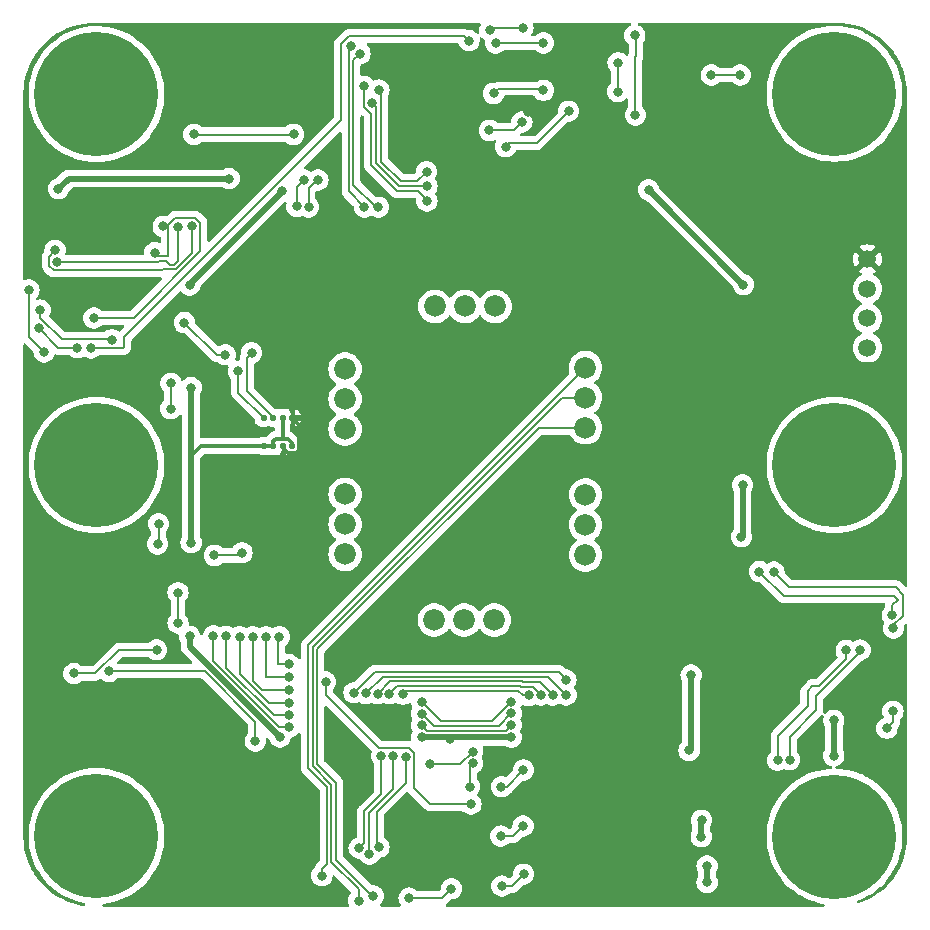
<source format=gbl>
%TF.GenerationSoftware,KiCad,Pcbnew,7.0.11*%
%TF.CreationDate,2024-03-28T06:20:15-04:00*%
%TF.ProjectId,Sensor-Board,53656e73-6f72-42d4-926f-6172642e6b69,rev?*%
%TF.SameCoordinates,Original*%
%TF.FileFunction,Copper,L2,Bot*%
%TF.FilePolarity,Positive*%
%FSLAX46Y46*%
G04 Gerber Fmt 4.6, Leading zero omitted, Abs format (unit mm)*
G04 Created by KiCad (PCBNEW 7.0.11) date 2024-03-28 06:20:15*
%MOMM*%
%LPD*%
G01*
G04 APERTURE LIST*
G04 Aperture macros list*
%AMRoundRect*
0 Rectangle with rounded corners*
0 $1 Rounding radius*
0 $2 $3 $4 $5 $6 $7 $8 $9 X,Y pos of 4 corners*
0 Add a 4 corners polygon primitive as box body*
4,1,4,$2,$3,$4,$5,$6,$7,$8,$9,$2,$3,0*
0 Add four circle primitives for the rounded corners*
1,1,$1+$1,$2,$3*
1,1,$1+$1,$4,$5*
1,1,$1+$1,$6,$7*
1,1,$1+$1,$8,$9*
0 Add four rect primitives between the rounded corners*
20,1,$1+$1,$2,$3,$4,$5,0*
20,1,$1+$1,$4,$5,$6,$7,0*
20,1,$1+$1,$6,$7,$8,$9,0*
20,1,$1+$1,$8,$9,$2,$3,0*%
G04 Aperture macros list end*
%TA.AperFunction,ComponentPad*%
%ADD10C,1.498600*%
%TD*%
%TA.AperFunction,ComponentPad*%
%ADD11C,10.500000*%
%TD*%
%TA.AperFunction,ComponentPad*%
%ADD12C,1.830000*%
%TD*%
%TA.AperFunction,SMDPad,CuDef*%
%ADD13RoundRect,0.125000X0.125000X0.137500X-0.125000X0.137500X-0.125000X-0.137500X0.125000X-0.137500X0*%
%TD*%
%TA.AperFunction,ViaPad*%
%ADD14C,0.800000*%
%TD*%
%TA.AperFunction,Conductor*%
%ADD15C,0.200000*%
%TD*%
%TA.AperFunction,Conductor*%
%ADD16C,0.300000*%
%TD*%
%TA.AperFunction,Conductor*%
%ADD17C,0.500000*%
%TD*%
%TA.AperFunction,Conductor*%
%ADD18C,0.150000*%
%TD*%
G04 APERTURE END LIST*
D10*
%TO.P,J2,1,1*%
%TO.N,GND*%
X171725000Y-78200000D03*
%TO.P,J2,2,2*%
%TO.N,MUX_SDA*%
X171725000Y-80700000D03*
%TO.P,J2,3,3*%
%TO.N,MUX_SCL*%
X171725000Y-83200000D03*
%TO.P,J2,4,4*%
%TO.N,+3.3V*%
X171725000Y-85700000D03*
%TD*%
D11*
%TO.P,H2,*%
%TO.N,*%
X106450200Y-127058400D03*
%TD*%
%TO.P,H1,*%
%TO.N,*%
X106450200Y-64236400D03*
%TD*%
D12*
%TO.P,U27,1,Count*%
%TO.N,Count1_CO*%
X127500000Y-92590000D03*
%TO.P,U27,2,Sens*%
%TO.N,Sens1_CO*%
X127500000Y-90040000D03*
%TO.P,U27,3,Ref*%
%TO.N,Ref1_CO*%
X127500000Y-87500000D03*
%TD*%
D11*
%TO.P,H6,*%
%TO.N,*%
X168934200Y-127096400D03*
%TD*%
D12*
%TO.P,U28,1,Count*%
%TO.N,Count1_SO2*%
X147850000Y-87380000D03*
%TO.P,U28,2,Sens*%
%TO.N,Sens1_SO2*%
X147850000Y-89930000D03*
%TO.P,U28,3,Ref*%
%TO.N,Ref1_SO2*%
X147850000Y-92470000D03*
%TD*%
D11*
%TO.P,H4,*%
%TO.N,*%
X168934200Y-95627500D03*
%TD*%
%TO.P,H5,*%
%TO.N,*%
X168934200Y-64196600D03*
%TD*%
%TO.P,H3,*%
%TO.N,*%
X106450200Y-95627500D03*
%TD*%
D12*
%TO.P,U23,1,Count*%
%TO.N,Count1_NO2*%
X140140000Y-108750000D03*
%TO.P,U23,2,Sens*%
%TO.N,Sens1_NO2*%
X137590000Y-108750000D03*
%TO.P,U23,3,Ref*%
%TO.N,Ref1_NO2*%
X135050000Y-108750000D03*
%TD*%
%TO.P,U30,1,Count*%
%TO.N,Count2_CO*%
X147850000Y-103250000D03*
%TO.P,U30,2,Sens*%
%TO.N,Sens2_CO*%
X147850000Y-100700000D03*
%TO.P,U30,3,Ref*%
%TO.N,Ref2_CO*%
X147850000Y-98160000D03*
%TD*%
%TO.P,U29,1,Count*%
%TO.N,Count2_NO2*%
X140190000Y-82200000D03*
%TO.P,U29,2,Sens*%
%TO.N,Sens2_NO2*%
X137640000Y-82200000D03*
%TO.P,U29,3,Ref*%
%TO.N,Ref2_NO2*%
X135100000Y-82200000D03*
%TD*%
%TO.P,U31,1,Count*%
%TO.N,Count2_SO2*%
X127500000Y-98110000D03*
%TO.P,U31,2,Sens*%
%TO.N,Sens2_SO2*%
X127500000Y-100660000D03*
%TO.P,U31,3,Ref*%
%TO.N,Ref2_SO2*%
X127500000Y-103200000D03*
%TD*%
D13*
%TO.P,U10,1,GND*%
%TO.N,GND*%
X123010000Y-91650000D03*
%TO.P,U10,2,CSB*%
%TO.N,+3.3V*%
X122210000Y-91650000D03*
%TO.P,U10,3,SDI*%
%TO.N,680_SDA1*%
X121410000Y-91650000D03*
%TO.P,U10,4,SCK*%
%TO.N,680_SCL1*%
X120610000Y-91650000D03*
%TO.P,U10,5,SDO*%
%TO.N,+3.3V*%
X120610000Y-94025000D03*
%TO.P,U10,6,VDDIO*%
X121410000Y-94025000D03*
%TO.P,U10,7,GND*%
%TO.N,GND*%
X122210000Y-94025000D03*
%TO.P,U10,8,VDD*%
%TO.N,+3.3V*%
X123010000Y-94025000D03*
%TD*%
D14*
%TO.N,Count1_CO*%
X130570000Y-120280000D03*
X128690000Y-128070000D03*
%TO.N,Count1_SO2*%
X125533600Y-130400000D03*
%TO.N,AOut1_NO2*%
X113350000Y-109020000D03*
X125840000Y-114000000D03*
X138145836Y-124350951D03*
X113350000Y-106440000D03*
%TO.N,Net-(U14--IN)*%
X140730000Y-122880000D03*
X142600107Y-121462295D03*
%TO.N,+3.3V*%
X121980000Y-118670000D03*
X114460000Y-89080000D03*
X114340000Y-110140000D03*
X122170000Y-72430000D03*
X153190000Y-72330000D03*
X168875000Y-120232475D03*
X117675000Y-71375000D03*
X158150000Y-129575000D03*
X161150000Y-97325000D03*
X141570000Y-118680000D03*
X133970000Y-118680000D03*
X114350000Y-80380000D03*
X103219975Y-72244975D03*
X157675000Y-125700000D03*
X157650000Y-127100000D03*
X161225000Y-80365000D03*
X156800000Y-113400000D03*
X158150000Y-130975000D03*
X156625000Y-119800000D03*
X168875000Y-117232475D03*
X136360000Y-118830000D03*
X161060000Y-101710000D03*
X114460000Y-102200000D03*
%TO.N,GND*%
X104375000Y-89050000D03*
X145180000Y-131990000D03*
X118750000Y-130900000D03*
X118780000Y-58590000D03*
X118780000Y-62280000D03*
X113250000Y-81925000D03*
X100948959Y-104801041D03*
X141825000Y-132550000D03*
X143000000Y-65750000D03*
X101000000Y-99650000D03*
X100870000Y-90985000D03*
X122100000Y-75850000D03*
X118750000Y-127300000D03*
X151740000Y-67860000D03*
X143450000Y-70025000D03*
X145075000Y-70025000D03*
X103275000Y-105550000D03*
X146250000Y-61675000D03*
X149640000Y-130940000D03*
X110230000Y-102310000D03*
X155125000Y-132150000D03*
X117225000Y-101675000D03*
X122925000Y-120450000D03*
X117575000Y-65610000D03*
X117200000Y-98550000D03*
X118325000Y-68800000D03*
X110940000Y-88910000D03*
X165450000Y-113975000D03*
X113300000Y-67625000D03*
X168625000Y-108500000D03*
%TO.N,AOut2_NO2*%
X144289720Y-59902262D03*
X105975000Y-85720000D03*
X140249986Y-59910000D03*
X137990436Y-59693910D03*
%TO.N,Net-(U24--IN)*%
X139750000Y-58835000D03*
X142550000Y-58600000D03*
%TO.N,AOut2_CO*%
X140073385Y-64171029D03*
X144289479Y-63902585D03*
%TO.N,AOut2_SO2*%
X141100000Y-68675000D03*
X146425000Y-65675000D03*
%TO.N,Net-(U8--IN)*%
X139711935Y-67295426D03*
X142463123Y-66593663D03*
%TO.N,Count2_CO*%
X130362925Y-63889656D03*
X134400000Y-70800000D03*
%TO.N,Count2_SO2*%
X123130000Y-67640000D03*
X114700000Y-67640000D03*
%TO.N,Net-(U5-VIN2N)*%
X101553689Y-84021373D03*
X104825000Y-85700000D03*
%TO.N,Net-(U5-VIN2P)*%
X107750000Y-85020000D03*
X101690189Y-82510863D03*
%TO.N,Net-(U21--IN)*%
X142566169Y-126186218D03*
X140680816Y-127046911D03*
%TO.N,Count1_NO2*%
X138290000Y-119890000D03*
X134726591Y-120986094D03*
%TO.N,Net-(U22--IN)*%
X140778907Y-131286282D03*
X142615769Y-130275819D03*
%TO.N,Ref1_CO*%
X130366972Y-127998215D03*
X132651617Y-120320000D03*
%TO.N,Ref1_SO2*%
X129900000Y-132125000D03*
%TO.N,Sens1_NO2*%
X138289975Y-120890002D03*
X138042155Y-122864799D03*
%TO.N,Sens2_NO2*%
X128760000Y-60795000D03*
X130325000Y-73800025D03*
%TO.N,Sens2_CO*%
X134425000Y-72025000D03*
X129785000Y-64990000D03*
%TO.N,Sens2_SO2*%
X124025000Y-71500000D03*
X123420000Y-73730000D03*
%TO.N,680_SDA2*%
X122756198Y-116820280D03*
X117430000Y-110140000D03*
X133978714Y-116680123D03*
X141571494Y-116660064D03*
%TO.N,680_SCL2*%
X116350000Y-110110000D03*
X173375000Y-117925000D03*
X118760000Y-103060000D03*
X133984842Y-117680107D03*
X141560000Y-117660000D03*
X116437868Y-103287868D03*
X173875000Y-116475000D03*
X122771055Y-117820000D03*
%TO.N,680_SDA1*%
X130248401Y-114982467D03*
X114542525Y-75407475D03*
X121930000Y-110170000D03*
X145079990Y-115104949D03*
X102940703Y-77458193D03*
X122760000Y-112520000D03*
X119590000Y-86125000D03*
%TO.N,680_SCL1*%
X103116722Y-78442776D03*
X113325000Y-75475000D03*
X144080000Y-115110000D03*
X120790000Y-110170000D03*
X118470000Y-87690000D03*
X122730309Y-113560051D03*
X131248398Y-114979140D03*
%TO.N,ADC1_SCL*%
X146210000Y-115110000D03*
X129248583Y-114963258D03*
%TO.N,ADC1_SDA*%
X119891116Y-118991116D03*
X128250000Y-114910000D03*
X146200000Y-113825000D03*
X107530000Y-113100000D03*
%TO.N,ADC2_SCL*%
X165130624Y-120571608D03*
X171100000Y-111300000D03*
%TO.N,ADC2_SDA*%
X169925000Y-111325000D03*
X164132475Y-120632475D03*
%TO.N,ADC3_SCL*%
X117370000Y-86300000D03*
X113900000Y-83575000D03*
X118570000Y-110170000D03*
X141569672Y-115660063D03*
X122748909Y-115820304D03*
X134002928Y-115680191D03*
%TO.N,ADC3_SDA*%
X122746844Y-114690084D03*
X102011464Y-86060000D03*
X132390000Y-115040000D03*
X112100000Y-75425000D03*
X119670000Y-110180000D03*
X106225000Y-83180252D03*
X111400000Y-77650000D03*
X100725411Y-80800000D03*
X143040000Y-115140000D03*
%TO.N,ADC4_SCL*%
X158500000Y-62600000D03*
X173927818Y-109447182D03*
X163800000Y-104690000D03*
X160950000Y-62600000D03*
%TO.N,ADC4_SDA*%
X173825000Y-108325000D03*
X162575000Y-104650000D03*
%TO.N,Ref2_NO2*%
X129124822Y-73800178D03*
X128000896Y-60144026D03*
%TO.N,Ref2_CO*%
X129090818Y-63565000D03*
X134425000Y-73275000D03*
%TO.N,Ref2_SO2*%
X125200000Y-71500000D03*
X124418649Y-73782013D03*
%TO.N,Sens1_CO*%
X129551740Y-128577355D03*
X131569943Y-120280000D03*
%TO.N,Sens1_SO2*%
X128670000Y-132520000D03*
X132925000Y-132300000D03*
X136502399Y-131515348D03*
%TO.N,Net-(JP1-B)*%
X112725000Y-90875000D03*
X112750000Y-88700000D03*
%TO.N,Net-(JP2-B)*%
X150583116Y-64008116D03*
X150618534Y-61568534D03*
%TO.N,Net-(JP3-B)*%
X111700000Y-100610000D03*
X111625000Y-102310000D03*
%TO.N,Net-(U18-AVDD{slash}LDO)*%
X152025000Y-59250000D03*
X152075000Y-66000000D03*
%TO.N,Net-(U25-AVDD{slash}LDO)*%
X111550000Y-111279173D03*
X104540000Y-113280000D03*
%TD*%
D15*
%TO.N,Count1_CO*%
X130570000Y-123493248D02*
X129120000Y-124943248D01*
X129120000Y-124943248D02*
X129120000Y-127640000D01*
X130570000Y-120280000D02*
X130570000Y-123493248D01*
X129120000Y-127640000D02*
X128690000Y-128070000D01*
%TO.N,Count1_SO2*%
X125938614Y-122875838D02*
X124350000Y-121287224D01*
X125938614Y-129404349D02*
X125938614Y-122875838D01*
X124340000Y-110890000D02*
X147850000Y-87380000D01*
X124350000Y-121287224D02*
X124350000Y-120925000D01*
X125533600Y-129809363D02*
X125938614Y-129404349D01*
X124340000Y-120915000D02*
X124340000Y-110890000D01*
X125533600Y-130400000D02*
X125533600Y-129809363D01*
X124350000Y-120925000D02*
X124340000Y-120915000D01*
%TO.N,AOut1_NO2*%
X130330000Y-119580000D02*
X132901567Y-119580000D01*
X125840000Y-114000000D02*
X125840000Y-115090000D01*
X132901567Y-119580000D02*
X133351617Y-120030050D01*
X134693881Y-124350951D02*
X138145836Y-124350951D01*
X133351617Y-123008687D02*
X134693881Y-124350951D01*
X133351617Y-120030050D02*
X133351617Y-123008687D01*
X113350000Y-106440000D02*
X113350000Y-109020000D01*
X125840000Y-115090000D02*
X130330000Y-119580000D01*
%TO.N,Net-(U14--IN)*%
X141182402Y-122880000D02*
X142600107Y-121462295D01*
X140730000Y-122880000D02*
X141182402Y-122880000D01*
D16*
%TO.N,+3.3V*%
X121625000Y-93400000D02*
X121410000Y-93615000D01*
D17*
X104089950Y-71375000D02*
X117675000Y-71375000D01*
X114460000Y-102200000D02*
X114440000Y-102180000D01*
X114440000Y-102180000D02*
X114440000Y-94900000D01*
X114340000Y-111030000D02*
X121980000Y-118670000D01*
X161225000Y-80365000D02*
X153190000Y-72330000D01*
X114440000Y-94900000D02*
X114440000Y-89100000D01*
X157650000Y-125725000D02*
X157675000Y-125700000D01*
D16*
X122210000Y-93300000D02*
X122210000Y-91650000D01*
D17*
X168875000Y-120232475D02*
X168875000Y-117232475D01*
X114340000Y-110140000D02*
X114340000Y-111030000D01*
X122170000Y-72500000D02*
X122170000Y-72430000D01*
D16*
X122647499Y-93400000D02*
X122310000Y-93400000D01*
D17*
X161150000Y-97325000D02*
X161150000Y-101620000D01*
D16*
X122310000Y-93400000D02*
X121625000Y-93400000D01*
D17*
X161150000Y-101620000D02*
X161060000Y-101710000D01*
X114350000Y-80320000D02*
X122170000Y-72500000D01*
X156625000Y-119800000D02*
X156800000Y-119625000D01*
X141570000Y-118680000D02*
X133970000Y-118680000D01*
X114440000Y-89100000D02*
X114460000Y-89080000D01*
X157650000Y-127100000D02*
X157650000Y-125725000D01*
D16*
X123010000Y-93762501D02*
X122647499Y-93400000D01*
X121410000Y-94025000D02*
X115315000Y-94025000D01*
D17*
X103219975Y-72244975D02*
X104089950Y-71375000D01*
D16*
X115315000Y-94025000D02*
X114440000Y-94900000D01*
X122310000Y-93400000D02*
X122210000Y-93300000D01*
X121410000Y-93615000D02*
X121410000Y-94025000D01*
X123010000Y-94025000D02*
X123010000Y-93762501D01*
D17*
X158150000Y-129575000D02*
X158150000Y-130975000D01*
X114350000Y-80380000D02*
X114350000Y-80320000D01*
X156800000Y-119625000D02*
X156800000Y-113400000D01*
D16*
%TO.N,GND*%
X117225000Y-101675000D02*
X117225000Y-98575000D01*
X141825000Y-132550000D02*
X144620000Y-132550000D01*
X123610000Y-94362716D02*
X123610000Y-92250000D01*
X123610000Y-92250000D02*
X123010000Y-91650000D01*
X117225000Y-98575000D02*
X117200000Y-98550000D01*
D15*
X102526041Y-104801041D02*
X103275000Y-105550000D01*
X100948959Y-104801041D02*
X102526041Y-104801041D01*
D16*
X122210000Y-94162716D02*
X122684784Y-94637500D01*
D15*
X102871739Y-105146739D02*
X103275000Y-105550000D01*
X100920000Y-104045000D02*
X100920000Y-104020000D01*
D16*
X144620000Y-132550000D02*
X145180000Y-131990000D01*
X122210000Y-94025000D02*
X122210000Y-94162716D01*
X122684784Y-94637500D02*
X123335216Y-94637500D01*
X123335216Y-94637500D02*
X123610000Y-94362716D01*
D15*
%TO.N,AOut2_NO2*%
X137550000Y-59300000D02*
X137930000Y-59680000D01*
X105975000Y-85720000D02*
X108730000Y-85720000D01*
D18*
X144289720Y-59902262D02*
X144271982Y-59920000D01*
D15*
X108730000Y-85720000D02*
X108800000Y-85650000D01*
X127175000Y-66435050D02*
X127175000Y-59979972D01*
X127854972Y-59300000D02*
X137550000Y-59300000D01*
X108800000Y-84810050D02*
X127175000Y-66435050D01*
X127175000Y-59979972D02*
X127854972Y-59300000D01*
D18*
X140259986Y-59920000D02*
X140249986Y-59910000D01*
X144271982Y-59920000D02*
X140259986Y-59920000D01*
D15*
X108800000Y-85650000D02*
X108800000Y-84810050D01*
%TO.N,Net-(U24--IN)*%
X139985000Y-58600000D02*
X139750000Y-58835000D01*
X142550000Y-58600000D02*
X139985000Y-58600000D01*
D18*
%TO.N,AOut2_CO*%
X140073385Y-64171029D02*
X140474414Y-63770000D01*
X140474414Y-63770000D02*
X144350000Y-63770000D01*
%TO.N,AOut2_SO2*%
X141415000Y-68360000D02*
X141100000Y-68675000D01*
X146425000Y-65675000D02*
X143740000Y-68360000D01*
X143740000Y-68360000D02*
X141415000Y-68360000D01*
D15*
%TO.N,Net-(U8--IN)*%
X141761360Y-67295426D02*
X139711935Y-67295426D01*
X142463123Y-66593663D02*
X141761360Y-67295426D01*
%TO.N,Count2_CO*%
X134400000Y-70800000D02*
X133575000Y-71625000D01*
X133575000Y-71625000D02*
X132203484Y-71625000D01*
X130550000Y-69971516D02*
X130550000Y-64076731D01*
X132203484Y-71625000D02*
X130550000Y-69971516D01*
X130550000Y-64076731D02*
X130362925Y-63889656D01*
D18*
%TO.N,Count2_SO2*%
X114710000Y-67650000D02*
X114700000Y-67640000D01*
D15*
X117670000Y-67650000D02*
X123120000Y-67650000D01*
X117670000Y-67650000D02*
X114710000Y-67650000D01*
X123120000Y-67650000D02*
X123130000Y-67640000D01*
%TO.N,Net-(U5-VIN2N)*%
X104825000Y-85700000D02*
X103232316Y-85700000D01*
X103232316Y-85700000D02*
X101553689Y-84021373D01*
%TO.N,Net-(U5-VIN2P)*%
X107705000Y-84975000D02*
X103505050Y-84975000D01*
X107750000Y-85020000D02*
X107705000Y-84975000D01*
X101690189Y-83160139D02*
X101690189Y-82510863D01*
X103505050Y-84975000D02*
X101690189Y-83160139D01*
%TO.N,Net-(U21--IN)*%
X140680816Y-127046911D02*
X141705476Y-127046911D01*
X141705476Y-127046911D02*
X142566169Y-126186218D01*
%TO.N,Count1_NO2*%
X137193906Y-120986094D02*
X138290000Y-119890000D01*
X134726591Y-120986094D02*
X137193906Y-120986094D01*
%TO.N,Net-(U22--IN)*%
X140778907Y-131286282D02*
X141605306Y-131286282D01*
X141605306Y-131286282D02*
X142615769Y-130275819D01*
%TO.N,Ref1_CO*%
X130160000Y-127791243D02*
X130366972Y-127998215D01*
X132651617Y-122543002D02*
X130160000Y-125034619D01*
X130160000Y-125034619D02*
X130160000Y-127791243D01*
X132651617Y-120320000D02*
X132651617Y-122543002D01*
%TO.N,Ref1_SO2*%
X126738614Y-122544466D02*
X125150000Y-120955852D01*
X125140000Y-111221372D02*
X143891372Y-92470000D01*
X143891372Y-92470000D02*
X147850000Y-92470000D01*
X129790636Y-132125000D02*
X126738614Y-129072978D01*
X125140000Y-120583630D02*
X125140000Y-111221372D01*
X129900000Y-132125000D02*
X129790636Y-132125000D01*
X125150000Y-120593630D02*
X125140000Y-120583630D01*
X125150000Y-120955852D02*
X125150000Y-120593630D01*
X126738614Y-129072978D02*
X126738614Y-122544466D01*
%TO.N,Sens1_NO2*%
X138042155Y-122864799D02*
X138042155Y-121137822D01*
X138042155Y-121137822D02*
X138289975Y-120890002D01*
%TO.N,Sens2_NO2*%
X128200000Y-71885405D02*
X128200000Y-61355000D01*
X130325000Y-73800025D02*
X130114620Y-73800025D01*
X128200000Y-61355000D02*
X128760000Y-60795000D01*
X130114620Y-73800025D02*
X128200000Y-71885405D01*
%TO.N,Sens2_CO*%
X134425000Y-72025000D02*
X132037798Y-72025000D01*
X130110000Y-70097202D02*
X130110000Y-65315000D01*
X130110000Y-65315000D02*
X129785000Y-64990000D01*
X132037798Y-72025000D02*
X130110000Y-70097202D01*
D18*
%TO.N,Sens2_SO2*%
X124025000Y-71500000D02*
X123420000Y-72105000D01*
X123420000Y-72105000D02*
X123420000Y-73730000D01*
D15*
%TO.N,680_SDA2*%
X140500050Y-117730000D02*
X141569986Y-116660064D01*
X117430000Y-112776496D02*
X121473784Y-116820280D01*
X141569986Y-116660064D02*
X141571494Y-116660064D01*
X121473784Y-116820280D02*
X122756198Y-116820280D01*
X117430000Y-110140000D02*
X117430000Y-112776496D01*
X133978714Y-116680123D02*
X135028591Y-117730000D01*
X135028591Y-117730000D02*
X140500050Y-117730000D01*
%TO.N,680_SCL2*%
X141090000Y-118130000D02*
X141560000Y-117660000D01*
X118532132Y-103287868D02*
X118760000Y-103060000D01*
X116350000Y-110110000D02*
X116350000Y-112262182D01*
X173375000Y-117925000D02*
X173875000Y-117425000D01*
X121907818Y-117820000D02*
X122771055Y-117820000D01*
X173875000Y-117425000D02*
X173875000Y-116475000D01*
X116350000Y-112262182D02*
X121907818Y-117820000D01*
X133984842Y-117680107D02*
X134434735Y-118130000D01*
X134434735Y-118130000D02*
X141090000Y-118130000D01*
X116437868Y-103287868D02*
X118532132Y-103287868D01*
%TO.N,680_SDA1*%
X121930000Y-110170000D02*
X121850000Y-110250000D01*
X121850000Y-110250000D02*
X121850000Y-112520000D01*
X112060000Y-79060000D02*
X113158628Y-79060000D01*
X119170000Y-89342994D02*
X121410000Y-91582994D01*
X113158628Y-79060000D02*
X114542525Y-77676103D01*
X102820000Y-79150000D02*
X102416722Y-78746722D01*
X142484364Y-113940000D02*
X131290868Y-113940000D01*
X121850000Y-112520000D02*
X122760000Y-112520000D01*
X114542525Y-77676103D02*
X114542525Y-75407475D01*
X131290868Y-113940000D02*
X130248401Y-114982467D01*
X111970000Y-79150000D02*
X102820000Y-79150000D01*
X144015041Y-114040000D02*
X142584364Y-114040000D01*
X102416722Y-78746722D02*
X102416722Y-77982174D01*
X119590000Y-86125000D02*
X119170000Y-86545000D01*
X102416722Y-77982174D02*
X102940703Y-77458193D01*
X112060000Y-79060000D02*
X111970000Y-79150000D01*
X121410000Y-91582994D02*
X121410000Y-91650000D01*
X119170000Y-86545000D02*
X119170000Y-89342994D01*
X145079990Y-115104949D02*
X144015041Y-114040000D01*
X142584364Y-114040000D02*
X142484364Y-113940000D01*
%TO.N,680_SCL1*%
X111687468Y-78442582D02*
X111770050Y-78360000D01*
X142318679Y-114340000D02*
X131887538Y-114340000D01*
X112349950Y-78360000D02*
X112649950Y-78660000D01*
X144080000Y-115110000D02*
X143410000Y-114440000D01*
X113325000Y-78327942D02*
X113325000Y-75475000D01*
X112992942Y-78660000D02*
X113325000Y-78327942D01*
X103116916Y-78442582D02*
X111687468Y-78442582D01*
X118470000Y-89510000D02*
X120610000Y-91650000D01*
X112649950Y-78660000D02*
X112992942Y-78660000D01*
X142418679Y-114440000D02*
X142318679Y-114340000D01*
X143410000Y-114440000D02*
X142418679Y-114440000D01*
X120790000Y-110170000D02*
X120790000Y-113560051D01*
X103116722Y-78442776D02*
X103116916Y-78442582D01*
X120790000Y-113560051D02*
X122730309Y-113560051D01*
X111770050Y-78360000D02*
X112349950Y-78360000D01*
X118470000Y-87690000D02*
X118470000Y-89510000D01*
X131887538Y-114340000D02*
X131248398Y-114979140D01*
%TO.N,ADC1_SCL*%
X146210000Y-115110000D02*
X144640000Y-113540000D01*
X130671841Y-113540000D02*
X129248583Y-114963258D01*
X144640000Y-113540000D02*
X130671841Y-113540000D01*
%TO.N,ADC1_SDA*%
X146200000Y-113825000D02*
X146200000Y-113750000D01*
X119891116Y-117358934D02*
X115632182Y-113100000D01*
X146200000Y-113750000D02*
X145590000Y-113140000D01*
X115632182Y-113100000D02*
X107530000Y-113100000D01*
X145590000Y-113140000D02*
X130020000Y-113140000D01*
X130020000Y-113140000D02*
X128250000Y-114910000D01*
X119891116Y-118991116D02*
X119891116Y-117358934D01*
%TO.N,ADC2_SCL*%
X167395026Y-116379974D02*
X167395026Y-115110000D01*
X165130624Y-120571608D02*
X165130624Y-118644376D01*
X165130624Y-118644376D02*
X167395026Y-116379974D01*
X167465736Y-115110000D02*
X171100000Y-111475736D01*
X171100000Y-111475736D02*
X171100000Y-111300000D01*
X167395026Y-115110000D02*
X167465736Y-115110000D01*
%TO.N,ADC2_SDA*%
X167065100Y-114365050D02*
X167645000Y-114365050D01*
X166655050Y-114775100D02*
X167065100Y-114365050D01*
X164132475Y-118542525D02*
X166655050Y-116019950D01*
X166655050Y-116019950D02*
X166655050Y-114775100D01*
X167645000Y-114365050D02*
X169925000Y-112085050D01*
X169925000Y-112085050D02*
X169925000Y-111325000D01*
X164132475Y-120632475D02*
X164132475Y-118542525D01*
%TO.N,ADC3_SCL*%
X118570000Y-110170000D02*
X118570000Y-113350810D01*
X116625000Y-86300000D02*
X117370000Y-86300000D01*
X113900000Y-83575000D02*
X116625000Y-86300000D01*
X134002928Y-115680191D02*
X135652737Y-117330000D01*
X118570000Y-113350810D02*
X121039494Y-115820304D01*
X135652737Y-117330000D02*
X139899735Y-117330000D01*
X121039494Y-115820304D02*
X122748909Y-115820304D01*
X139899735Y-117330000D02*
X141569672Y-115660063D01*
%TO.N,ADC3_SDA*%
X115242525Y-75117525D02*
X115242525Y-77541789D01*
X111710000Y-77960000D02*
X112515636Y-77960000D01*
X115242525Y-77541789D02*
X109604062Y-83180252D01*
X143040000Y-115140000D02*
X142552994Y-115140000D01*
X114832475Y-74707475D02*
X115242525Y-75117525D01*
X100725411Y-84773947D02*
X100725411Y-80800000D01*
X132690000Y-114740000D02*
X132390000Y-115040000D01*
X112515636Y-77960000D02*
X112515636Y-75294414D01*
X119670000Y-110180000D02*
X119670000Y-113885124D01*
X119670000Y-113885124D02*
X120474960Y-114690084D01*
X102011464Y-86060000D02*
X100725411Y-84773947D01*
X142552994Y-115140000D02*
X142152994Y-114740000D01*
X113102575Y-74707475D02*
X114832475Y-74707475D01*
X120474960Y-114690084D02*
X122746844Y-114690084D01*
X111400000Y-77650000D02*
X111710000Y-77960000D01*
X112515636Y-75294414D02*
X113102575Y-74707475D01*
X142152994Y-114740000D02*
X132690000Y-114740000D01*
X109604062Y-83180252D02*
X106225000Y-83180252D01*
%TO.N,ADC4_SCL*%
X174725000Y-108414950D02*
X174725000Y-106600000D01*
X173927818Y-109212132D02*
X174725000Y-108414950D01*
X173927818Y-109447182D02*
X173927818Y-109212132D01*
X165110000Y-106000000D02*
X163800000Y-104690000D01*
X174725000Y-106600000D02*
X174125000Y-106000000D01*
X158500000Y-62600000D02*
X160950000Y-62600000D01*
X174125000Y-106000000D02*
X165110000Y-106000000D01*
%TO.N,ADC4_SDA*%
X173825000Y-108325000D02*
X173825000Y-107525000D01*
X164625000Y-106700000D02*
X162575000Y-104650000D01*
X174325000Y-107025000D02*
X174000000Y-106700000D01*
X173825000Y-107525000D02*
X174325000Y-107025000D01*
X174000000Y-106700000D02*
X164625000Y-106700000D01*
%TO.N,Ref2_NO2*%
X127800000Y-72440000D02*
X127800000Y-60344922D01*
X129124822Y-73800178D02*
X129124822Y-73764822D01*
X129124822Y-73764822D02*
X127800000Y-72440000D01*
X127800000Y-60344922D02*
X128000896Y-60144026D01*
%TO.N,Ref2_CO*%
X134425000Y-73175000D02*
X133675000Y-72425000D01*
X129085000Y-65279950D02*
X129085000Y-63570818D01*
X131872112Y-72425000D02*
X129710000Y-70262887D01*
X129085000Y-63570818D02*
X129090818Y-63565000D01*
X133675000Y-72425000D02*
X131872112Y-72425000D01*
X129710000Y-65904950D02*
X129085000Y-65279950D01*
X129710000Y-70262887D02*
X129710000Y-65904950D01*
X134425000Y-73275000D02*
X134425000Y-73175000D01*
D18*
%TO.N,Ref2_SO2*%
X125200000Y-71500000D02*
X125110000Y-71500000D01*
X124410000Y-72200000D02*
X124410000Y-73773364D01*
X125110000Y-71500000D02*
X124410000Y-72200000D01*
X124410000Y-73773364D02*
X124418649Y-73782013D01*
D15*
%TO.N,Sens1_CO*%
X131569943Y-123058990D02*
X129520000Y-125108933D01*
X129520000Y-125108933D02*
X129520000Y-128545615D01*
X129520000Y-128545615D02*
X129551740Y-128577355D01*
X131569943Y-120280000D02*
X131569943Y-123058990D01*
%TO.N,Sens1_SO2*%
X128670000Y-132520000D02*
X128670000Y-131570050D01*
X124740000Y-120749315D02*
X124740000Y-111055686D01*
X128670000Y-131570050D02*
X126338614Y-129238664D01*
X126338614Y-129238664D02*
X126338614Y-122710152D01*
X136502399Y-131515348D02*
X135717747Y-132300000D01*
X124750000Y-121121538D02*
X124750000Y-120759315D01*
X126338614Y-122710152D02*
X124750000Y-121121538D01*
X124740000Y-111055686D02*
X145865686Y-89930000D01*
X135717747Y-132300000D02*
X132925000Y-132300000D01*
X145865686Y-89930000D02*
X147850000Y-89930000D01*
X124750000Y-120759315D02*
X124740000Y-120749315D01*
%TO.N,Net-(JP1-B)*%
X112725000Y-90875000D02*
X112750000Y-90850000D01*
X112750000Y-90850000D02*
X112750000Y-88700000D01*
%TO.N,Net-(JP2-B)*%
X150583116Y-64008116D02*
X150583116Y-61603952D01*
X150583116Y-61603952D02*
X150618534Y-61568534D01*
%TO.N,Net-(JP3-B)*%
X111700000Y-102235000D02*
X111625000Y-102310000D01*
X111700000Y-100610000D02*
X111700000Y-102235000D01*
%TO.N,Net-(U18-AVDD{slash}LDO)*%
X152150000Y-59375000D02*
X152025000Y-59250000D01*
X152075000Y-61050000D02*
X152150000Y-60975000D01*
X152075000Y-66000000D02*
X152075000Y-61050000D01*
X152150000Y-60975000D02*
X152150000Y-59375000D01*
%TO.N,Net-(U25-AVDD{slash}LDO)*%
X104540000Y-113280000D02*
X106360050Y-113280000D01*
X108360877Y-111279173D02*
X111550000Y-111279173D01*
X106360050Y-113280000D02*
X108360877Y-111279173D01*
%TD*%
%TA.AperFunction,Conductor*%
%TO.N,GND*%
G36*
X151682493Y-58206572D02*
G01*
X151728248Y-58259376D01*
X151738192Y-58328534D01*
X151709167Y-58392090D01*
X151665890Y-58424166D01*
X151572270Y-58465848D01*
X151572265Y-58465851D01*
X151419129Y-58577111D01*
X151292466Y-58717785D01*
X151197821Y-58881715D01*
X151197818Y-58881722D01*
X151144143Y-59046918D01*
X151139326Y-59061744D01*
X151119540Y-59250000D01*
X151139326Y-59438256D01*
X151139327Y-59438259D01*
X151197818Y-59618277D01*
X151197821Y-59618284D01*
X151292467Y-59782216D01*
X151419129Y-59922888D01*
X151498384Y-59980470D01*
X151541051Y-60035799D01*
X151549500Y-60080788D01*
X151549500Y-60724820D01*
X151540061Y-60772272D01*
X151489957Y-60893234D01*
X151487853Y-60901088D01*
X151484620Y-60900221D01*
X151462594Y-60949925D01*
X151404245Y-60988358D01*
X151334380Y-60989144D01*
X151275825Y-60952753D01*
X151224405Y-60895646D01*
X151221091Y-60893238D01*
X151071268Y-60784385D01*
X151071263Y-60784382D01*
X150898341Y-60707391D01*
X150898336Y-60707389D01*
X150752535Y-60676399D01*
X150713180Y-60668034D01*
X150523888Y-60668034D01*
X150491431Y-60674932D01*
X150338731Y-60707389D01*
X150338726Y-60707391D01*
X150165804Y-60784382D01*
X150165799Y-60784385D01*
X150012663Y-60895645D01*
X149886000Y-61036319D01*
X149791355Y-61200249D01*
X149791352Y-61200256D01*
X149732861Y-61380274D01*
X149732860Y-61380278D01*
X149713074Y-61568534D01*
X149732860Y-61756790D01*
X149732861Y-61756793D01*
X149791352Y-61936811D01*
X149791355Y-61936818D01*
X149886001Y-62100750D01*
X149950767Y-62172679D01*
X149980996Y-62235669D01*
X149982616Y-62255650D01*
X149982616Y-63281663D01*
X149962931Y-63348702D01*
X149950766Y-63364635D01*
X149850582Y-63475901D01*
X149755937Y-63639831D01*
X149755934Y-63639838D01*
X149714741Y-63766618D01*
X149697442Y-63819860D01*
X149677656Y-64008116D01*
X149697442Y-64196372D01*
X149697443Y-64196375D01*
X149755934Y-64376393D01*
X149755937Y-64376400D01*
X149850583Y-64540332D01*
X149911094Y-64607536D01*
X149977245Y-64681004D01*
X150130381Y-64792264D01*
X150130386Y-64792267D01*
X150303308Y-64869258D01*
X150303313Y-64869260D01*
X150488470Y-64908616D01*
X150488471Y-64908616D01*
X150677760Y-64908616D01*
X150677762Y-64908616D01*
X150862919Y-64869260D01*
X151035846Y-64792267D01*
X151188987Y-64681004D01*
X151258351Y-64603966D01*
X151317836Y-64567319D01*
X151387693Y-64568649D01*
X151445742Y-64607536D01*
X151473552Y-64671633D01*
X151474500Y-64686940D01*
X151474500Y-65273547D01*
X151454815Y-65340586D01*
X151442650Y-65356519D01*
X151342466Y-65467785D01*
X151247821Y-65631715D01*
X151247818Y-65631722D01*
X151189327Y-65811740D01*
X151189326Y-65811744D01*
X151169540Y-66000000D01*
X151189326Y-66188256D01*
X151189327Y-66188259D01*
X151247818Y-66368277D01*
X151247821Y-66368284D01*
X151342467Y-66532216D01*
X151414142Y-66611819D01*
X151469129Y-66672888D01*
X151622265Y-66784148D01*
X151622270Y-66784151D01*
X151795192Y-66861142D01*
X151795197Y-66861144D01*
X151980354Y-66900500D01*
X151980355Y-66900500D01*
X152169644Y-66900500D01*
X152169646Y-66900500D01*
X152354803Y-66861144D01*
X152527730Y-66784151D01*
X152680871Y-66672888D01*
X152807533Y-66532216D01*
X152902179Y-66368284D01*
X152960674Y-66188256D01*
X152980460Y-66000000D01*
X152960674Y-65811744D01*
X152902179Y-65631716D01*
X152807533Y-65467784D01*
X152752628Y-65406806D01*
X152707350Y-65356519D01*
X152677120Y-65293527D01*
X152675500Y-65273547D01*
X152675500Y-64196601D01*
X163178783Y-64196601D01*
X163180308Y-64233473D01*
X163198441Y-64671879D01*
X163202351Y-64703245D01*
X163257278Y-65143910D01*
X163301858Y-65356519D01*
X163354897Y-65609471D01*
X163366746Y-65649270D01*
X163490622Y-66065368D01*
X163490629Y-66065386D01*
X163634573Y-66434283D01*
X163663543Y-66508525D01*
X163795699Y-66778855D01*
X163872462Y-66935876D01*
X164115954Y-67344509D01*
X164115967Y-67344528D01*
X164392355Y-67731634D01*
X164392369Y-67731653D01*
X164699800Y-68094637D01*
X165036162Y-68430999D01*
X165399146Y-68738430D01*
X165399165Y-68738444D01*
X165714386Y-68963507D01*
X165786285Y-69014842D01*
X166194924Y-69258338D01*
X166622275Y-69467257D01*
X167065419Y-69640173D01*
X167065426Y-69640175D01*
X167065431Y-69640177D01*
X167170369Y-69671418D01*
X167521329Y-69775903D01*
X167986889Y-69873521D01*
X168458921Y-69932359D01*
X168897885Y-69950515D01*
X168934198Y-69952017D01*
X168934200Y-69952017D01*
X168934202Y-69952017D01*
X168969177Y-69950570D01*
X169409479Y-69932359D01*
X169881511Y-69873521D01*
X170347071Y-69775903D01*
X170802981Y-69640173D01*
X171246125Y-69467257D01*
X171673476Y-69258338D01*
X172082115Y-69014842D01*
X172469250Y-68738433D01*
X172832238Y-68430998D01*
X172832243Y-68430994D01*
X173168594Y-68094643D01*
X173168599Y-68094637D01*
X173394732Y-67827642D01*
X173476033Y-67731650D01*
X173752442Y-67344515D01*
X173995938Y-66935876D01*
X174204857Y-66508525D01*
X174377773Y-66065381D01*
X174513503Y-65609471D01*
X174611121Y-65143911D01*
X174669959Y-64671879D01*
X174689617Y-64196600D01*
X174669959Y-63721321D01*
X174611121Y-63249289D01*
X174513503Y-62783729D01*
X174389620Y-62367613D01*
X174377777Y-62327831D01*
X174377775Y-62327826D01*
X174377773Y-62327819D01*
X174204857Y-61884675D01*
X173995938Y-61457324D01*
X173752442Y-61048685D01*
X173582381Y-60810500D01*
X173476044Y-60661565D01*
X173476030Y-60661546D01*
X173168599Y-60298562D01*
X172832237Y-59962200D01*
X172469253Y-59654769D01*
X172469234Y-59654755D01*
X172082128Y-59378367D01*
X172082109Y-59378354D01*
X171673476Y-59134862D01*
X171597955Y-59097942D01*
X171246125Y-58925943D01*
X171246116Y-58925939D01*
X171246113Y-58925938D01*
X170802986Y-58753029D01*
X170802968Y-58753022D01*
X170376448Y-58626043D01*
X170347071Y-58617297D01*
X170249452Y-58596828D01*
X169881510Y-58519678D01*
X169456660Y-58466722D01*
X169409479Y-58460841D01*
X169251052Y-58454288D01*
X168934202Y-58441183D01*
X168934198Y-58441183D01*
X168458921Y-58460841D01*
X167986889Y-58519678D01*
X167521329Y-58617297D01*
X167065431Y-58753022D01*
X167065413Y-58753029D01*
X166622286Y-58925938D01*
X166622267Y-58925947D01*
X166194923Y-59134862D01*
X165786290Y-59378354D01*
X165786271Y-59378367D01*
X165399165Y-59654755D01*
X165399146Y-59654769D01*
X165036162Y-59962200D01*
X165036157Y-59962206D01*
X164699806Y-60298557D01*
X164699800Y-60298562D01*
X164392369Y-60661546D01*
X164392355Y-60661565D01*
X164115967Y-61048671D01*
X164115954Y-61048690D01*
X163872462Y-61457323D01*
X163663547Y-61884667D01*
X163663538Y-61884686D01*
X163490629Y-62327813D01*
X163490622Y-62327831D01*
X163354897Y-62783729D01*
X163257278Y-63249289D01*
X163198441Y-63721321D01*
X163178783Y-64196598D01*
X163178783Y-64196601D01*
X152675500Y-64196601D01*
X152675500Y-62600000D01*
X157594540Y-62600000D01*
X157614326Y-62788256D01*
X157614327Y-62788259D01*
X157672818Y-62968277D01*
X157672821Y-62968284D01*
X157767467Y-63132216D01*
X157872880Y-63249289D01*
X157894129Y-63272888D01*
X158047265Y-63384148D01*
X158047270Y-63384151D01*
X158220192Y-63461142D01*
X158220197Y-63461144D01*
X158405354Y-63500500D01*
X158405355Y-63500500D01*
X158594644Y-63500500D01*
X158594646Y-63500500D01*
X158779803Y-63461144D01*
X158952730Y-63384151D01*
X159105871Y-63272888D01*
X159134109Y-63241527D01*
X159193595Y-63204879D01*
X159226258Y-63200500D01*
X160223742Y-63200500D01*
X160290781Y-63220185D01*
X160315891Y-63241527D01*
X160344128Y-63272887D01*
X160344135Y-63272893D01*
X160497265Y-63384148D01*
X160497270Y-63384151D01*
X160670192Y-63461142D01*
X160670197Y-63461144D01*
X160855354Y-63500500D01*
X160855355Y-63500500D01*
X161044644Y-63500500D01*
X161044646Y-63500500D01*
X161229803Y-63461144D01*
X161402730Y-63384151D01*
X161555871Y-63272888D01*
X161682533Y-63132216D01*
X161777179Y-62968284D01*
X161835674Y-62788256D01*
X161855460Y-62600000D01*
X161835674Y-62411744D01*
X161777179Y-62231716D01*
X161682533Y-62067784D01*
X161555871Y-61927112D01*
X161552257Y-61924486D01*
X161402734Y-61815851D01*
X161402729Y-61815848D01*
X161229807Y-61738857D01*
X161229802Y-61738855D01*
X161084001Y-61707865D01*
X161044646Y-61699500D01*
X160855354Y-61699500D01*
X160822897Y-61706398D01*
X160670197Y-61738855D01*
X160670192Y-61738857D01*
X160497270Y-61815848D01*
X160497265Y-61815851D01*
X160344135Y-61927106D01*
X160344128Y-61927112D01*
X160315891Y-61958473D01*
X160256405Y-61995121D01*
X160223742Y-61999500D01*
X159226258Y-61999500D01*
X159159219Y-61979815D01*
X159134109Y-61958473D01*
X159105871Y-61927112D01*
X159105864Y-61927106D01*
X158952734Y-61815851D01*
X158952729Y-61815848D01*
X158779807Y-61738857D01*
X158779802Y-61738855D01*
X158634001Y-61707865D01*
X158594646Y-61699500D01*
X158405354Y-61699500D01*
X158372897Y-61706398D01*
X158220197Y-61738855D01*
X158220192Y-61738857D01*
X158047270Y-61815848D01*
X158047265Y-61815851D01*
X157894129Y-61927111D01*
X157767466Y-62067785D01*
X157672821Y-62231715D01*
X157672818Y-62231722D01*
X157628665Y-62367613D01*
X157614326Y-62411744D01*
X157594540Y-62600000D01*
X152675500Y-62600000D01*
X152675500Y-61300178D01*
X152684939Y-61252725D01*
X152735044Y-61131762D01*
X152750500Y-61014361D01*
X152755682Y-60975000D01*
X152751561Y-60943697D01*
X152750500Y-60927512D01*
X152750500Y-59827622D01*
X152767112Y-59765623D01*
X152852179Y-59618284D01*
X152910674Y-59438256D01*
X152930460Y-59250000D01*
X152910674Y-59061744D01*
X152852179Y-58881716D01*
X152757533Y-58717784D01*
X152630871Y-58577112D01*
X152630870Y-58577111D01*
X152477734Y-58465851D01*
X152477729Y-58465848D01*
X152384110Y-58424166D01*
X152330873Y-58378916D01*
X152310552Y-58312067D01*
X152329598Y-58244843D01*
X152381964Y-58198588D01*
X152434546Y-58186887D01*
X169160667Y-58186887D01*
X169166737Y-58187036D01*
X169628227Y-58209654D01*
X169637906Y-58210511D01*
X170094692Y-58269075D01*
X170104245Y-58270682D01*
X170555047Y-58364908D01*
X170564455Y-58367264D01*
X170904444Y-58466722D01*
X171006436Y-58496558D01*
X171015667Y-58499656D01*
X171446141Y-58663228D01*
X171455083Y-58667034D01*
X171871400Y-58863878D01*
X171880022Y-58868377D01*
X172279614Y-59097280D01*
X172287855Y-59102441D01*
X172668256Y-59361990D01*
X172676053Y-59367771D01*
X173034916Y-59656364D01*
X173042258Y-59662759D01*
X173377363Y-59978610D01*
X173384180Y-59985561D01*
X173693463Y-60326723D01*
X173699714Y-60334187D01*
X173771219Y-60426722D01*
X173977867Y-60694148D01*
X173981284Y-60698569D01*
X173986926Y-60706496D01*
X174049908Y-60802762D01*
X174239042Y-61091854D01*
X174244048Y-61100204D01*
X174340005Y-61275513D01*
X174457395Y-61489982D01*
X174465148Y-61504145D01*
X174469480Y-61512856D01*
X174605615Y-61815851D01*
X174658211Y-61932913D01*
X174661849Y-61941944D01*
X174817032Y-62375489D01*
X174819951Y-62384777D01*
X174940645Y-62829178D01*
X174942826Y-62838667D01*
X175028279Y-63291160D01*
X175029709Y-63300791D01*
X175079396Y-63758594D01*
X175080066Y-63768308D01*
X175093765Y-64231404D01*
X175093813Y-64236272D01*
X175093326Y-64286462D01*
X175093827Y-64293240D01*
X175093827Y-105820230D01*
X175074142Y-105887269D01*
X175021338Y-105933024D01*
X174952180Y-105942968D01*
X174888624Y-105913943D01*
X174882146Y-105907911D01*
X174583199Y-105608964D01*
X174572503Y-105596767D01*
X174553286Y-105571722D01*
X174553283Y-105571720D01*
X174553282Y-105571718D01*
X174427841Y-105475464D01*
X174281762Y-105414956D01*
X174281760Y-105414955D01*
X174164361Y-105399500D01*
X174125000Y-105394318D01*
X174093697Y-105398439D01*
X174077513Y-105399500D01*
X165410097Y-105399500D01*
X165343058Y-105379815D01*
X165322416Y-105363181D01*
X164741779Y-104782544D01*
X164708294Y-104721221D01*
X164705460Y-104694863D01*
X164705460Y-104690002D01*
X164702885Y-104665500D01*
X164685674Y-104501744D01*
X164627179Y-104321716D01*
X164532533Y-104157784D01*
X164405871Y-104017112D01*
X164350816Y-103977112D01*
X164252734Y-103905851D01*
X164252729Y-103905848D01*
X164079807Y-103828857D01*
X164079802Y-103828855D01*
X163934001Y-103797865D01*
X163894646Y-103789500D01*
X163705354Y-103789500D01*
X163672897Y-103796398D01*
X163520197Y-103828855D01*
X163520192Y-103828857D01*
X163347271Y-103905848D01*
X163287913Y-103948974D01*
X163222106Y-103972453D01*
X163154052Y-103956627D01*
X163142143Y-103948974D01*
X163041718Y-103876012D01*
X163027730Y-103865849D01*
X163027728Y-103865848D01*
X163027729Y-103865848D01*
X162854807Y-103788857D01*
X162854802Y-103788855D01*
X162709001Y-103757865D01*
X162669646Y-103749500D01*
X162480354Y-103749500D01*
X162447897Y-103756398D01*
X162295197Y-103788855D01*
X162295192Y-103788857D01*
X162122270Y-103865848D01*
X162122265Y-103865851D01*
X161969129Y-103977111D01*
X161842466Y-104117785D01*
X161747821Y-104281715D01*
X161747818Y-104281722D01*
X161712939Y-104389070D01*
X161689326Y-104461744D01*
X161669540Y-104650000D01*
X161689326Y-104838256D01*
X161689327Y-104838259D01*
X161747818Y-105018277D01*
X161747821Y-105018284D01*
X161842467Y-105182216D01*
X161969129Y-105322888D01*
X162122265Y-105434148D01*
X162122270Y-105434151D01*
X162295192Y-105511142D01*
X162295197Y-105511144D01*
X162480354Y-105550500D01*
X162574903Y-105550500D01*
X162641942Y-105570185D01*
X162662584Y-105586819D01*
X164166799Y-107091034D01*
X164177493Y-107103228D01*
X164187900Y-107116790D01*
X164196718Y-107128282D01*
X164246463Y-107166452D01*
X164266414Y-107181761D01*
X164266415Y-107181763D01*
X164311636Y-107216461D01*
X164322159Y-107224536D01*
X164322161Y-107224536D01*
X164322163Y-107224538D01*
X164395198Y-107254790D01*
X164468238Y-107285044D01*
X164546619Y-107295363D01*
X164624999Y-107305682D01*
X164625000Y-107305682D01*
X164656302Y-107301560D01*
X164672487Y-107300500D01*
X173107479Y-107300500D01*
X173174518Y-107320185D01*
X173220273Y-107372989D01*
X173230418Y-107440685D01*
X173219318Y-107524998D01*
X173219318Y-107524999D01*
X173223439Y-107556301D01*
X173224500Y-107572487D01*
X173224500Y-107598547D01*
X173204815Y-107665586D01*
X173192650Y-107681519D01*
X173092466Y-107792785D01*
X172997821Y-107956715D01*
X172997818Y-107956722D01*
X172944280Y-108121496D01*
X172939326Y-108136744D01*
X172919540Y-108325000D01*
X172939326Y-108513256D01*
X172939327Y-108513259D01*
X172997818Y-108693277D01*
X172997821Y-108693284D01*
X173092467Y-108857216D01*
X173115146Y-108882403D01*
X173145376Y-108945394D01*
X173136752Y-109014729D01*
X173130385Y-109027375D01*
X173100638Y-109078898D01*
X173042145Y-109258922D01*
X173042144Y-109258926D01*
X173022358Y-109447182D01*
X173042144Y-109635438D01*
X173042145Y-109635441D01*
X173100636Y-109815459D01*
X173100639Y-109815466D01*
X173195285Y-109979398D01*
X173312880Y-110110000D01*
X173321947Y-110120070D01*
X173475083Y-110231330D01*
X173475088Y-110231333D01*
X173648010Y-110308324D01*
X173648015Y-110308326D01*
X173833172Y-110347682D01*
X173833173Y-110347682D01*
X174022462Y-110347682D01*
X174022464Y-110347682D01*
X174207621Y-110308326D01*
X174380548Y-110231333D01*
X174533689Y-110120070D01*
X174660351Y-109979398D01*
X174754997Y-109815466D01*
X174813492Y-109635438D01*
X174833278Y-109447182D01*
X174813492Y-109258926D01*
X174813489Y-109258917D01*
X174812899Y-109256137D01*
X174813024Y-109254487D01*
X174812812Y-109252463D01*
X174813182Y-109252424D01*
X174818215Y-109186469D01*
X174846506Y-109142677D01*
X174882147Y-109107036D01*
X174943471Y-109073552D01*
X175013162Y-109078538D01*
X175069095Y-109120410D01*
X175093511Y-109185875D01*
X175093827Y-109194719D01*
X175093827Y-127093963D01*
X175093731Y-127098831D01*
X175075746Y-127556576D01*
X175074983Y-127566282D01*
X175021422Y-128018828D01*
X175019898Y-128028445D01*
X174931004Y-128475352D01*
X174928732Y-128484819D01*
X174805039Y-128923406D01*
X174802030Y-128932666D01*
X174644314Y-129360178D01*
X174640588Y-129369173D01*
X174449813Y-129782999D01*
X174445393Y-129791675D01*
X174222730Y-130189270D01*
X174217642Y-130197571D01*
X173964491Y-130576440D01*
X173958769Y-130584317D01*
X173676652Y-130942183D01*
X173670328Y-130949587D01*
X173361020Y-131284197D01*
X173354136Y-131291082D01*
X173019508Y-131600411D01*
X173012104Y-131606734D01*
X172654254Y-131888841D01*
X172646377Y-131894564D01*
X172267488Y-132147733D01*
X172259186Y-132152820D01*
X171861619Y-132375469D01*
X171852944Y-132379890D01*
X171439112Y-132570671D01*
X171430117Y-132574396D01*
X171002589Y-132732122D01*
X170993338Y-132735128D01*
X170957742Y-132745168D01*
X170887876Y-132744419D01*
X170829506Y-132706017D01*
X170801164Y-132642154D01*
X170811848Y-132573106D01*
X170858166Y-132520795D01*
X170879003Y-132510308D01*
X171246125Y-132367057D01*
X171673476Y-132158138D01*
X172082115Y-131914642D01*
X172469250Y-131638233D01*
X172817504Y-131343277D01*
X172832237Y-131330799D01*
X172832243Y-131330794D01*
X173168594Y-130994443D01*
X173168599Y-130994437D01*
X173297317Y-130842460D01*
X173476033Y-130631450D01*
X173752442Y-130244315D01*
X173995938Y-129835676D01*
X174204857Y-129408325D01*
X174377773Y-128965181D01*
X174379419Y-128959654D01*
X174396808Y-128901244D01*
X174513503Y-128509271D01*
X174611121Y-128043711D01*
X174669959Y-127571679D01*
X174689617Y-127096400D01*
X174689616Y-127096386D01*
X174679802Y-126859106D01*
X174669959Y-126621121D01*
X174611121Y-126149089D01*
X174513503Y-125683529D01*
X174394366Y-125283354D01*
X174377777Y-125227631D01*
X174377775Y-125227626D01*
X174377773Y-125227619D01*
X174204857Y-124784475D01*
X173995938Y-124357124D01*
X173752442Y-123948485D01*
X173632503Y-123780500D01*
X173476044Y-123561365D01*
X173476030Y-123561346D01*
X173168599Y-123198362D01*
X172832237Y-122862000D01*
X172469253Y-122554569D01*
X172469234Y-122554555D01*
X172082128Y-122278167D01*
X172082109Y-122278154D01*
X171673476Y-122034662D01*
X171641142Y-122018855D01*
X171246125Y-121825743D01*
X171246116Y-121825739D01*
X171246113Y-121825738D01*
X170857632Y-121674152D01*
X170802981Y-121652827D01*
X170802980Y-121652826D01*
X170802968Y-121652822D01*
X170442152Y-121545404D01*
X170347071Y-121517097D01*
X170235090Y-121493617D01*
X169881510Y-121419478D01*
X169444425Y-121364997D01*
X169409479Y-121360641D01*
X169356175Y-121358436D01*
X169127575Y-121348981D01*
X169061406Y-121326543D01*
X169017872Y-121271893D01*
X169010795Y-121202383D01*
X169042422Y-121140081D01*
X169102711Y-121104768D01*
X169106866Y-121103808D01*
X169154803Y-121093619D01*
X169154807Y-121093617D01*
X169154808Y-121093617D01*
X169213058Y-121067681D01*
X169327730Y-121016626D01*
X169480871Y-120905363D01*
X169607533Y-120764691D01*
X169702179Y-120600759D01*
X169760674Y-120420731D01*
X169780460Y-120232475D01*
X169760674Y-120044219D01*
X169702179Y-119864191D01*
X169691189Y-119845155D01*
X169642113Y-119760152D01*
X169625500Y-119698152D01*
X169625500Y-117925000D01*
X172469540Y-117925000D01*
X172489326Y-118113256D01*
X172489327Y-118113259D01*
X172547818Y-118293277D01*
X172547821Y-118293284D01*
X172642467Y-118457216D01*
X172754721Y-118581886D01*
X172769129Y-118597888D01*
X172922265Y-118709148D01*
X172922270Y-118709151D01*
X173095192Y-118786142D01*
X173095197Y-118786144D01*
X173280354Y-118825500D01*
X173280355Y-118825500D01*
X173469644Y-118825500D01*
X173469646Y-118825500D01*
X173654803Y-118786144D01*
X173827730Y-118709151D01*
X173980871Y-118597888D01*
X174107533Y-118457216D01*
X174202179Y-118293284D01*
X174260674Y-118113256D01*
X174280460Y-117925000D01*
X174281139Y-117918542D01*
X174282352Y-117918669D01*
X174300145Y-117858077D01*
X174306072Y-117849645D01*
X174399536Y-117727841D01*
X174460044Y-117581762D01*
X174475500Y-117464361D01*
X174480682Y-117425000D01*
X174480120Y-117420734D01*
X174476561Y-117393697D01*
X174475500Y-117377512D01*
X174475500Y-117201452D01*
X174495185Y-117134413D01*
X174507350Y-117118480D01*
X174516800Y-117107985D01*
X174607533Y-117007216D01*
X174702179Y-116843284D01*
X174760674Y-116663256D01*
X174780460Y-116475000D01*
X174760674Y-116286744D01*
X174702179Y-116106716D01*
X174607533Y-115942784D01*
X174480871Y-115802112D01*
X174480870Y-115802111D01*
X174327734Y-115690851D01*
X174327729Y-115690848D01*
X174154807Y-115613857D01*
X174154802Y-115613855D01*
X174009001Y-115582865D01*
X173969646Y-115574500D01*
X173780354Y-115574500D01*
X173747897Y-115581398D01*
X173595197Y-115613855D01*
X173595192Y-115613857D01*
X173422270Y-115690848D01*
X173422265Y-115690851D01*
X173269129Y-115802111D01*
X173142466Y-115942785D01*
X173047821Y-116106715D01*
X173047818Y-116106722D01*
X172989327Y-116286740D01*
X172989326Y-116286744D01*
X172969540Y-116475000D01*
X172989326Y-116663256D01*
X172989327Y-116663259D01*
X173047818Y-116843277D01*
X173047823Y-116843289D01*
X173089957Y-116916267D01*
X173106430Y-116984167D01*
X173083577Y-117050194D01*
X173033006Y-117091545D01*
X172922270Y-117140848D01*
X172922265Y-117140851D01*
X172769129Y-117252111D01*
X172642466Y-117392785D01*
X172547821Y-117556715D01*
X172547818Y-117556722D01*
X172490357Y-117733571D01*
X172489326Y-117736744D01*
X172469540Y-117925000D01*
X169625500Y-117925000D01*
X169625500Y-117766796D01*
X169642113Y-117704796D01*
X169667976Y-117660000D01*
X169702179Y-117600759D01*
X169760674Y-117420731D01*
X169780460Y-117232475D01*
X169760674Y-117044219D01*
X169702179Y-116864191D01*
X169607533Y-116700259D01*
X169480871Y-116559587D01*
X169458842Y-116543582D01*
X169327734Y-116448326D01*
X169327729Y-116448323D01*
X169154807Y-116371332D01*
X169154802Y-116371330D01*
X169009001Y-116340340D01*
X168969646Y-116331975D01*
X168780354Y-116331975D01*
X168747897Y-116338873D01*
X168595197Y-116371330D01*
X168595192Y-116371332D01*
X168422270Y-116448323D01*
X168422265Y-116448326D01*
X168269132Y-116559584D01*
X168269129Y-116559586D01*
X168269129Y-116559587D01*
X168203907Y-116632024D01*
X168194257Y-116642741D01*
X168134770Y-116679389D01*
X168064913Y-116678058D01*
X168006865Y-116639171D01*
X167979055Y-116575074D01*
X167979168Y-116543582D01*
X167980068Y-116536738D01*
X167980070Y-116536736D01*
X167995526Y-116419335D01*
X168000708Y-116379974D01*
X167996587Y-116348671D01*
X167995526Y-116332486D01*
X167995526Y-115480807D01*
X168015211Y-115413768D01*
X168031845Y-115393126D01*
X169613231Y-113811740D01*
X171206551Y-112218419D01*
X171267872Y-112184936D01*
X171268072Y-112184892D01*
X171379803Y-112161144D01*
X171552730Y-112084151D01*
X171705871Y-111972888D01*
X171832533Y-111832216D01*
X171927179Y-111668284D01*
X171985674Y-111488256D01*
X172005460Y-111300000D01*
X171985674Y-111111744D01*
X171927179Y-110931716D01*
X171832533Y-110767784D01*
X171705871Y-110627112D01*
X171679794Y-110608166D01*
X171552734Y-110515851D01*
X171552729Y-110515848D01*
X171379807Y-110438857D01*
X171379802Y-110438855D01*
X171234001Y-110407865D01*
X171194646Y-110399500D01*
X171005354Y-110399500D01*
X170972897Y-110406398D01*
X170820197Y-110438855D01*
X170820192Y-110438857D01*
X170647270Y-110515848D01*
X170647261Y-110515854D01*
X170568177Y-110573310D01*
X170502371Y-110596789D01*
X170434317Y-110580962D01*
X170422409Y-110573310D01*
X170377730Y-110540849D01*
X170377728Y-110540848D01*
X170377729Y-110540848D01*
X170204807Y-110463857D01*
X170204802Y-110463855D01*
X170053981Y-110431798D01*
X170019646Y-110424500D01*
X169830354Y-110424500D01*
X169797897Y-110431398D01*
X169645197Y-110463855D01*
X169645192Y-110463857D01*
X169472270Y-110540848D01*
X169472265Y-110540851D01*
X169319129Y-110652111D01*
X169192466Y-110792785D01*
X169097821Y-110956715D01*
X169097818Y-110956722D01*
X169047450Y-111111740D01*
X169039326Y-111136744D01*
X169019540Y-111325000D01*
X169039326Y-111513256D01*
X169039327Y-111513259D01*
X169097818Y-111693277D01*
X169097821Y-111693284D01*
X169185569Y-111845269D01*
X169202042Y-111913170D01*
X169179189Y-111979196D01*
X169165863Y-111994950D01*
X167432584Y-113728231D01*
X167371261Y-113761716D01*
X167344903Y-113764550D01*
X167112587Y-113764550D01*
X167096402Y-113763489D01*
X167065100Y-113759368D01*
X167025739Y-113764550D01*
X166908339Y-113780005D01*
X166908337Y-113780006D01*
X166762260Y-113840513D01*
X166636814Y-113936771D01*
X166617595Y-113961819D01*
X166606900Y-113974014D01*
X166264015Y-114316898D01*
X166251825Y-114327589D01*
X166226766Y-114346818D01*
X166178671Y-114409499D01*
X166130514Y-114472258D01*
X166130511Y-114472263D01*
X166070007Y-114618334D01*
X166070005Y-114618339D01*
X166049368Y-114775098D01*
X166049368Y-114775100D01*
X166053489Y-114806401D01*
X166054550Y-114822587D01*
X166054550Y-115719852D01*
X166034865Y-115786891D01*
X166018231Y-115807533D01*
X163741440Y-118084323D01*
X163729250Y-118095014D01*
X163704195Y-118114240D01*
X163704193Y-118114243D01*
X163633045Y-118206965D01*
X163620481Y-118223339D01*
X163607938Y-118239685D01*
X163547431Y-118385762D01*
X163547430Y-118385764D01*
X163526793Y-118542523D01*
X163526793Y-118542524D01*
X163530914Y-118573826D01*
X163531975Y-118590012D01*
X163531975Y-119906022D01*
X163512290Y-119973061D01*
X163500125Y-119988994D01*
X163399941Y-120100260D01*
X163305296Y-120264190D01*
X163305293Y-120264197D01*
X163246802Y-120444215D01*
X163246801Y-120444219D01*
X163227015Y-120632475D01*
X163246801Y-120820731D01*
X163246802Y-120820734D01*
X163305293Y-121000752D01*
X163305296Y-121000759D01*
X163399942Y-121164691D01*
X163496532Y-121271965D01*
X163526604Y-121305363D01*
X163679740Y-121416623D01*
X163679745Y-121416626D01*
X163852667Y-121493617D01*
X163852672Y-121493619D01*
X164037829Y-121532975D01*
X164037830Y-121532975D01*
X164227119Y-121532975D01*
X164227121Y-121532975D01*
X164412278Y-121493619D01*
X164585205Y-121416626D01*
X164614446Y-121395380D01*
X164680251Y-121371899D01*
X164737769Y-121382418D01*
X164850816Y-121432750D01*
X164850821Y-121432752D01*
X165035978Y-121472108D01*
X165035979Y-121472108D01*
X165225268Y-121472108D01*
X165225270Y-121472108D01*
X165410427Y-121432752D01*
X165583354Y-121355759D01*
X165736495Y-121244496D01*
X165863157Y-121103824D01*
X165957803Y-120939892D01*
X166016298Y-120759864D01*
X166036084Y-120571608D01*
X166016298Y-120383352D01*
X165957803Y-120203324D01*
X165863157Y-120039392D01*
X165787786Y-119955684D01*
X165762974Y-119928127D01*
X165732744Y-119865135D01*
X165731124Y-119845155D01*
X165731124Y-118944472D01*
X165750809Y-118877433D01*
X165767438Y-118856796D01*
X167786070Y-116838163D01*
X167798248Y-116827484D01*
X167823308Y-116808256D01*
X167823308Y-116808254D01*
X167829759Y-116803306D01*
X167832161Y-116806437D01*
X167876334Y-116781083D01*
X167946116Y-116784584D01*
X168002928Y-116825256D01*
X168028732Y-116890186D01*
X168023195Y-116939978D01*
X167989327Y-117044214D01*
X167989327Y-117044215D01*
X167989326Y-117044219D01*
X167969540Y-117232475D01*
X167989326Y-117420731D01*
X167989327Y-117420734D01*
X168047818Y-117600752D01*
X168047821Y-117600759D01*
X168051810Y-117607669D01*
X168107887Y-117704796D01*
X168124500Y-117766796D01*
X168124500Y-119698152D01*
X168107887Y-119760152D01*
X168047821Y-119864189D01*
X167990894Y-120039392D01*
X167989326Y-120044219D01*
X167969540Y-120232475D01*
X167989326Y-120420731D01*
X167989327Y-120420734D01*
X168047818Y-120600752D01*
X168047821Y-120600759D01*
X168142467Y-120764691D01*
X168249621Y-120883697D01*
X168269129Y-120905363D01*
X168422265Y-121016623D01*
X168422270Y-121016626D01*
X168595191Y-121093617D01*
X168595193Y-121093617D01*
X168595197Y-121093619D01*
X168662370Y-121107897D01*
X168723849Y-121141087D01*
X168757626Y-121202250D01*
X168752974Y-121271965D01*
X168711370Y-121328097D01*
X168646023Y-121352826D01*
X168641712Y-121353080D01*
X168458920Y-121360641D01*
X167986889Y-121419478D01*
X167521329Y-121517097D01*
X167065431Y-121652822D01*
X167065413Y-121652829D01*
X166622286Y-121825738D01*
X166622267Y-121825747D01*
X166194923Y-122034662D01*
X165786290Y-122278154D01*
X165786271Y-122278167D01*
X165399165Y-122554555D01*
X165399146Y-122554569D01*
X165036162Y-122862000D01*
X165036157Y-122862006D01*
X164699806Y-123198357D01*
X164699800Y-123198362D01*
X164392369Y-123561346D01*
X164392355Y-123561365D01*
X164115967Y-123948471D01*
X164115954Y-123948490D01*
X163872462Y-124357123D01*
X163663547Y-124784467D01*
X163663538Y-124784486D01*
X163490629Y-125227613D01*
X163490622Y-125227631D01*
X163354897Y-125683529D01*
X163257278Y-126149089D01*
X163198441Y-126621121D01*
X163178784Y-127096386D01*
X163178783Y-127096400D01*
X163194164Y-127468284D01*
X163198441Y-127571678D01*
X163257278Y-128043710D01*
X163302265Y-128258259D01*
X163350827Y-128489862D01*
X163354897Y-128509270D01*
X163490622Y-128965168D01*
X163490626Y-128965180D01*
X163490627Y-128965181D01*
X163500384Y-128990185D01*
X163654505Y-129385164D01*
X163663543Y-129408325D01*
X163815061Y-129718260D01*
X163872462Y-129835676D01*
X164115954Y-130244309D01*
X164115967Y-130244328D01*
X164392355Y-130631434D01*
X164392369Y-130631453D01*
X164699800Y-130994437D01*
X165036162Y-131330799D01*
X165399146Y-131638230D01*
X165399165Y-131638244D01*
X165640870Y-131810818D01*
X165786285Y-131914642D01*
X166194924Y-132158138D01*
X166622275Y-132367057D01*
X167065419Y-132539973D01*
X167065426Y-132539975D01*
X167065431Y-132539977D01*
X167176711Y-132573106D01*
X167521329Y-132675703D01*
X167986889Y-132773321D01*
X168010380Y-132776249D01*
X168015112Y-132776839D01*
X168079202Y-132804665D01*
X168118075Y-132862723D01*
X168119388Y-132932580D01*
X168082724Y-132992057D01*
X168019725Y-133022272D01*
X167999775Y-133023887D01*
X136126081Y-133023887D01*
X136059042Y-133004202D01*
X136013287Y-132951398D01*
X136003343Y-132882240D01*
X136032368Y-132818684D01*
X136050594Y-132801512D01*
X136072385Y-132784791D01*
X136072386Y-132784790D01*
X136146029Y-132728282D01*
X136165257Y-132703222D01*
X136175929Y-132691051D01*
X136414816Y-132452164D01*
X136476138Y-132418682D01*
X136502496Y-132415848D01*
X136597043Y-132415848D01*
X136597045Y-132415848D01*
X136782202Y-132376492D01*
X136955129Y-132299499D01*
X137108270Y-132188236D01*
X137234932Y-132047564D01*
X137329578Y-131883632D01*
X137388073Y-131703604D01*
X137407859Y-131515348D01*
X137388073Y-131327092D01*
X137374813Y-131286282D01*
X139873447Y-131286282D01*
X139893233Y-131474538D01*
X139893234Y-131474541D01*
X139951725Y-131654559D01*
X139951728Y-131654566D01*
X140046374Y-131818498D01*
X140173035Y-131959169D01*
X140173036Y-131959170D01*
X140326172Y-132070430D01*
X140326177Y-132070433D01*
X140499099Y-132147424D01*
X140499104Y-132147426D01*
X140684261Y-132186782D01*
X140684262Y-132186782D01*
X140873551Y-132186782D01*
X140873553Y-132186782D01*
X141058710Y-132147426D01*
X141231637Y-132070433D01*
X141384778Y-131959170D01*
X141408104Y-131933263D01*
X141413016Y-131927809D01*
X141472502Y-131891161D01*
X141505165Y-131886782D01*
X141557819Y-131886782D01*
X141574003Y-131887842D01*
X141605306Y-131891964D01*
X141605307Y-131891964D01*
X141668647Y-131883625D01*
X141762068Y-131871326D01*
X141908142Y-131810820D01*
X141908143Y-131810820D01*
X141908143Y-131810819D01*
X141908147Y-131810818D01*
X141978654Y-131756716D01*
X142033588Y-131714564D01*
X142052816Y-131689504D01*
X142063488Y-131677333D01*
X142528187Y-131212635D01*
X142589509Y-131179153D01*
X142615867Y-131176319D01*
X142710413Y-131176319D01*
X142710415Y-131176319D01*
X142895572Y-131136963D01*
X143068499Y-131059970D01*
X143185451Y-130975000D01*
X157244540Y-130975000D01*
X157264326Y-131163256D01*
X157264327Y-131163259D01*
X157322818Y-131343277D01*
X157322821Y-131343284D01*
X157417467Y-131507216D01*
X157544129Y-131647888D01*
X157697265Y-131759148D01*
X157697270Y-131759151D01*
X157870192Y-131836142D01*
X157870197Y-131836144D01*
X158055354Y-131875500D01*
X158055355Y-131875500D01*
X158244644Y-131875500D01*
X158244646Y-131875500D01*
X158429803Y-131836144D01*
X158602730Y-131759151D01*
X158755871Y-131647888D01*
X158882533Y-131507216D01*
X158977179Y-131343284D01*
X159035674Y-131163256D01*
X159055460Y-130975000D01*
X159035674Y-130786744D01*
X158977179Y-130606716D01*
X158962043Y-130580499D01*
X158917113Y-130502677D01*
X158900500Y-130440677D01*
X158900500Y-130109321D01*
X158917113Y-130047321D01*
X158926119Y-130031722D01*
X158977179Y-129943284D01*
X159035674Y-129763256D01*
X159055460Y-129575000D01*
X159035674Y-129386744D01*
X158977179Y-129206716D01*
X158882533Y-129042784D01*
X158755871Y-128902112D01*
X158755870Y-128902111D01*
X158602734Y-128790851D01*
X158602729Y-128790848D01*
X158429807Y-128713857D01*
X158429802Y-128713855D01*
X158284001Y-128682865D01*
X158244646Y-128674500D01*
X158055354Y-128674500D01*
X158022897Y-128681398D01*
X157870197Y-128713855D01*
X157870192Y-128713857D01*
X157697270Y-128790848D01*
X157697265Y-128790851D01*
X157544129Y-128902111D01*
X157417466Y-129042785D01*
X157322821Y-129206715D01*
X157322818Y-129206722D01*
X157266166Y-129381081D01*
X157264326Y-129386744D01*
X157244540Y-129575000D01*
X157264326Y-129763256D01*
X157264327Y-129763259D01*
X157322818Y-129943277D01*
X157322821Y-129943284D01*
X157382887Y-130047321D01*
X157399500Y-130109321D01*
X157399500Y-130440677D01*
X157382887Y-130502677D01*
X157322821Y-130606714D01*
X157274943Y-130754067D01*
X157264326Y-130786744D01*
X157244540Y-130975000D01*
X143185451Y-130975000D01*
X143221640Y-130948707D01*
X143348302Y-130808035D01*
X143442948Y-130644103D01*
X143501443Y-130464075D01*
X143521229Y-130275819D01*
X143501443Y-130087563D01*
X143442948Y-129907535D01*
X143348302Y-129743603D01*
X143221640Y-129602931D01*
X143221639Y-129602930D01*
X143068503Y-129491670D01*
X143068498Y-129491667D01*
X142895576Y-129414676D01*
X142895571Y-129414674D01*
X142737523Y-129381081D01*
X142710415Y-129375319D01*
X142521123Y-129375319D01*
X142494015Y-129381081D01*
X142335966Y-129414674D01*
X142335961Y-129414676D01*
X142163039Y-129491667D01*
X142163034Y-129491670D01*
X142009898Y-129602930D01*
X141883235Y-129743604D01*
X141788590Y-129907534D01*
X141788587Y-129907541D01*
X141743170Y-130047321D01*
X141730095Y-130087563D01*
X141716816Y-130213910D01*
X141710309Y-130275821D01*
X141710309Y-130280681D01*
X141690624Y-130347720D01*
X141673990Y-130368362D01*
X141485253Y-130557098D01*
X141423930Y-130590583D01*
X141354238Y-130585599D01*
X141324687Y-130569735D01*
X141231641Y-130502133D01*
X141231636Y-130502130D01*
X141058714Y-130425139D01*
X141058709Y-130425137D01*
X140904227Y-130392302D01*
X140873553Y-130385782D01*
X140684261Y-130385782D01*
X140653587Y-130392302D01*
X140499104Y-130425137D01*
X140499099Y-130425139D01*
X140326177Y-130502130D01*
X140326172Y-130502133D01*
X140173036Y-130613393D01*
X140046373Y-130754067D01*
X139951728Y-130917997D01*
X139951725Y-130918004D01*
X139893234Y-131098022D01*
X139893233Y-131098026D01*
X139873447Y-131286282D01*
X137374813Y-131286282D01*
X137329578Y-131147064D01*
X137234932Y-130983132D01*
X137108270Y-130842460D01*
X137108269Y-130842459D01*
X136955133Y-130731199D01*
X136955128Y-130731196D01*
X136782206Y-130654205D01*
X136782201Y-130654203D01*
X136636400Y-130623213D01*
X136597045Y-130614848D01*
X136407753Y-130614848D01*
X136375296Y-130621746D01*
X136222596Y-130654203D01*
X136222591Y-130654205D01*
X136049669Y-130731196D01*
X136049664Y-130731199D01*
X135896528Y-130842459D01*
X135769865Y-130983133D01*
X135675220Y-131147063D01*
X135675217Y-131147070D01*
X135620894Y-131314261D01*
X135616725Y-131327092D01*
X135601228Y-131474538D01*
X135596939Y-131515350D01*
X135596939Y-131520209D01*
X135577254Y-131587248D01*
X135560621Y-131607889D01*
X135505331Y-131663180D01*
X135444008Y-131696666D01*
X135417649Y-131699500D01*
X133651258Y-131699500D01*
X133584219Y-131679815D01*
X133559109Y-131658473D01*
X133530871Y-131627112D01*
X133530864Y-131627106D01*
X133377734Y-131515851D01*
X133377729Y-131515848D01*
X133204807Y-131438857D01*
X133204802Y-131438855D01*
X133059001Y-131407865D01*
X133019646Y-131399500D01*
X132830354Y-131399500D01*
X132797897Y-131406398D01*
X132645197Y-131438855D01*
X132645192Y-131438857D01*
X132472270Y-131515848D01*
X132472265Y-131515851D01*
X132319129Y-131627111D01*
X132192466Y-131767785D01*
X132097821Y-131931715D01*
X132097818Y-131931722D01*
X132051182Y-132075255D01*
X132039326Y-132111744D01*
X132019540Y-132300000D01*
X132039326Y-132488256D01*
X132039327Y-132488259D01*
X132097818Y-132668277D01*
X132097821Y-132668284D01*
X132195716Y-132837844D01*
X132193159Y-132839320D01*
X132212183Y-132893264D01*
X132196107Y-132961259D01*
X132145822Y-133009769D01*
X132088360Y-133023887D01*
X130576443Y-133023887D01*
X130509404Y-133004202D01*
X130463649Y-132951398D01*
X130453705Y-132882240D01*
X130482730Y-132818684D01*
X130503555Y-132799571D01*
X130504537Y-132798856D01*
X130505871Y-132797888D01*
X130632533Y-132657216D01*
X130727179Y-132493284D01*
X130785674Y-132313256D01*
X130805460Y-132125000D01*
X130785674Y-131936744D01*
X130727179Y-131756716D01*
X130632533Y-131592784D01*
X130505871Y-131452112D01*
X130487626Y-131438856D01*
X130352734Y-131340851D01*
X130352729Y-131340848D01*
X130179807Y-131263857D01*
X130179802Y-131263855D01*
X130034001Y-131232865D01*
X129994646Y-131224500D01*
X129805354Y-131224500D01*
X129805351Y-131224500D01*
X129804456Y-131224594D01*
X129803942Y-131224500D01*
X129798856Y-131224500D01*
X129798856Y-131223569D01*
X129735727Y-131212019D01*
X129703824Y-131188953D01*
X127375433Y-128860562D01*
X127341948Y-128799239D01*
X127339114Y-128772881D01*
X127339114Y-122591953D01*
X127340175Y-122575767D01*
X127344296Y-122544466D01*
X127344296Y-122544464D01*
X127323658Y-122387705D01*
X127323658Y-122387704D01*
X127263150Y-122241625D01*
X127263149Y-122241624D01*
X127263149Y-122241623D01*
X127188601Y-122144469D01*
X127188584Y-122144449D01*
X127166895Y-122116183D01*
X127141847Y-122096963D01*
X127129653Y-122086269D01*
X125786819Y-120743435D01*
X125753334Y-120682112D01*
X125750500Y-120655754D01*
X125750500Y-120641117D01*
X125751561Y-120624931D01*
X125755682Y-120593630D01*
X125755682Y-120593628D01*
X125741561Y-120486369D01*
X125740500Y-120470184D01*
X125740500Y-116139097D01*
X125760185Y-116072058D01*
X125812989Y-116026303D01*
X125882147Y-116016359D01*
X125945703Y-116045384D01*
X125952181Y-116051416D01*
X129706172Y-119805407D01*
X129739657Y-119866730D01*
X129736422Y-119931405D01*
X129684327Y-120091739D01*
X129684326Y-120091741D01*
X129684326Y-120091744D01*
X129664540Y-120280000D01*
X129684326Y-120468256D01*
X129684327Y-120468259D01*
X129742818Y-120648277D01*
X129742821Y-120648284D01*
X129837467Y-120812216D01*
X129937650Y-120923480D01*
X129967880Y-120986471D01*
X129969500Y-121006452D01*
X129969500Y-123193150D01*
X129949815Y-123260189D01*
X129933181Y-123280831D01*
X128728965Y-124485046D01*
X128716774Y-124495738D01*
X128691718Y-124514965D01*
X128667549Y-124546461D01*
X128667550Y-124546462D01*
X128595464Y-124640406D01*
X128595461Y-124640411D01*
X128534957Y-124786482D01*
X128534955Y-124786487D01*
X128514318Y-124943246D01*
X128514318Y-124943247D01*
X128518439Y-124974549D01*
X128519500Y-124990735D01*
X128519500Y-127085209D01*
X128499815Y-127152248D01*
X128447011Y-127198003D01*
X128421286Y-127206498D01*
X128410199Y-127208854D01*
X128410192Y-127208857D01*
X128237270Y-127285848D01*
X128237265Y-127285851D01*
X128084129Y-127397111D01*
X127957466Y-127537785D01*
X127862821Y-127701715D01*
X127862818Y-127701722D01*
X127818783Y-127837250D01*
X127804326Y-127881744D01*
X127784540Y-128070000D01*
X127804326Y-128258256D01*
X127804327Y-128258259D01*
X127862818Y-128438277D01*
X127862821Y-128438284D01*
X127957467Y-128602216D01*
X128057989Y-128713857D01*
X128084129Y-128742888D01*
X128237265Y-128854148D01*
X128237270Y-128854151D01*
X128410192Y-128931142D01*
X128410197Y-128931144D01*
X128595354Y-128970500D01*
X128667323Y-128970500D01*
X128734362Y-128990185D01*
X128774709Y-129032499D01*
X128819207Y-129109571D01*
X128945869Y-129250243D01*
X129099005Y-129361503D01*
X129099010Y-129361506D01*
X129271932Y-129438497D01*
X129271935Y-129438498D01*
X129271937Y-129438499D01*
X129457094Y-129477855D01*
X129457095Y-129477855D01*
X129646384Y-129477855D01*
X129646386Y-129477855D01*
X129831543Y-129438499D01*
X130004470Y-129361506D01*
X130157611Y-129250243D01*
X130284273Y-129109571D01*
X130370829Y-128959650D01*
X130421393Y-128911438D01*
X130455511Y-128901244D01*
X130455261Y-128900066D01*
X130461617Y-128898715D01*
X130461618Y-128898715D01*
X130646775Y-128859359D01*
X130819702Y-128782366D01*
X130972843Y-128671103D01*
X131099505Y-128530431D01*
X131194151Y-128366499D01*
X131252646Y-128186471D01*
X131272432Y-127998215D01*
X131252646Y-127809959D01*
X131194151Y-127629931D01*
X131099505Y-127465999D01*
X130972843Y-127325327D01*
X130972842Y-127325326D01*
X130814445Y-127210244D01*
X130815686Y-127208535D01*
X130774283Y-127165109D01*
X130760500Y-127108292D01*
X130760500Y-127046911D01*
X139775356Y-127046911D01*
X139795142Y-127235167D01*
X139795143Y-127235170D01*
X139853634Y-127415188D01*
X139853637Y-127415195D01*
X139948283Y-127579127D01*
X140058662Y-127701715D01*
X140074945Y-127719799D01*
X140228081Y-127831059D01*
X140228086Y-127831062D01*
X140401008Y-127908053D01*
X140401013Y-127908055D01*
X140586170Y-127947411D01*
X140586171Y-127947411D01*
X140775460Y-127947411D01*
X140775462Y-127947411D01*
X140960619Y-127908055D01*
X141133546Y-127831062D01*
X141286687Y-127719799D01*
X141314925Y-127688438D01*
X141374411Y-127651790D01*
X141407074Y-127647411D01*
X141657989Y-127647411D01*
X141674173Y-127648471D01*
X141705476Y-127652593D01*
X141705477Y-127652593D01*
X141757730Y-127645713D01*
X141862238Y-127631955D01*
X142008317Y-127571447D01*
X142021339Y-127561455D01*
X142133758Y-127475193D01*
X142152986Y-127450133D01*
X142163658Y-127437962D01*
X142478586Y-127123034D01*
X142520773Y-127100000D01*
X156744540Y-127100000D01*
X156764326Y-127288256D01*
X156764327Y-127288259D01*
X156822818Y-127468277D01*
X156822821Y-127468284D01*
X156917467Y-127632216D01*
X156996332Y-127719804D01*
X157044129Y-127772888D01*
X157197265Y-127884148D01*
X157197270Y-127884151D01*
X157370192Y-127961142D01*
X157370197Y-127961144D01*
X157555354Y-128000500D01*
X157555355Y-128000500D01*
X157744644Y-128000500D01*
X157744646Y-128000500D01*
X157929803Y-127961144D01*
X158102730Y-127884151D01*
X158255871Y-127772888D01*
X158382533Y-127632216D01*
X158477179Y-127468284D01*
X158535674Y-127288256D01*
X158555460Y-127100000D01*
X158535674Y-126911744D01*
X158477179Y-126731716D01*
X158446532Y-126678633D01*
X158417113Y-126627677D01*
X158400500Y-126565677D01*
X158400500Y-126277622D01*
X158417112Y-126215623D01*
X158502179Y-126068284D01*
X158560674Y-125888256D01*
X158580460Y-125700000D01*
X158560674Y-125511744D01*
X158502179Y-125331716D01*
X158407533Y-125167784D01*
X158280871Y-125027112D01*
X158276365Y-125023838D01*
X158127734Y-124915851D01*
X158127729Y-124915848D01*
X157954807Y-124838857D01*
X157954802Y-124838855D01*
X157809001Y-124807865D01*
X157769646Y-124799500D01*
X157580354Y-124799500D01*
X157547897Y-124806398D01*
X157395197Y-124838855D01*
X157395192Y-124838857D01*
X157222270Y-124915848D01*
X157222265Y-124915851D01*
X157069129Y-125027111D01*
X156942466Y-125167785D01*
X156847821Y-125331715D01*
X156847818Y-125331722D01*
X156789327Y-125511740D01*
X156789326Y-125511744D01*
X156769540Y-125700000D01*
X156789326Y-125888256D01*
X156789327Y-125888259D01*
X156847818Y-126068277D01*
X156847821Y-126068284D01*
X156882887Y-126129019D01*
X156899500Y-126191019D01*
X156899500Y-126565677D01*
X156882887Y-126627677D01*
X156822821Y-126731714D01*
X156781429Y-126859106D01*
X156764326Y-126911744D01*
X156744540Y-127100000D01*
X142520773Y-127100000D01*
X142539908Y-127089552D01*
X142566266Y-127086718D01*
X142660813Y-127086718D01*
X142660815Y-127086718D01*
X142845972Y-127047362D01*
X143018899Y-126970369D01*
X143172040Y-126859106D01*
X143298702Y-126718434D01*
X143393348Y-126554502D01*
X143451843Y-126374474D01*
X143471629Y-126186218D01*
X143451843Y-125997962D01*
X143393348Y-125817934D01*
X143298702Y-125654002D01*
X143172040Y-125513330D01*
X143169852Y-125511740D01*
X143018903Y-125402069D01*
X143018898Y-125402066D01*
X142845976Y-125325075D01*
X142845971Y-125325073D01*
X142700170Y-125294083D01*
X142660815Y-125285718D01*
X142471523Y-125285718D01*
X142439066Y-125292616D01*
X142286366Y-125325073D01*
X142286361Y-125325075D01*
X142113439Y-125402066D01*
X142113434Y-125402069D01*
X141960298Y-125513329D01*
X141833635Y-125654003D01*
X141738990Y-125817933D01*
X141738987Y-125817940D01*
X141680496Y-125997958D01*
X141680495Y-125997962D01*
X141660709Y-126186218D01*
X141660709Y-126186220D01*
X141660709Y-126191080D01*
X141641024Y-126258119D01*
X141624393Y-126278757D01*
X141560025Y-126343125D01*
X141493951Y-126409200D01*
X141432628Y-126442684D01*
X141362936Y-126437700D01*
X141314121Y-126404491D01*
X141286687Y-126374023D01*
X141286680Y-126374017D01*
X141133550Y-126262762D01*
X141133545Y-126262759D01*
X140960623Y-126185768D01*
X140960618Y-126185766D01*
X140814817Y-126154776D01*
X140775462Y-126146411D01*
X140586170Y-126146411D01*
X140553713Y-126153309D01*
X140401013Y-126185766D01*
X140401008Y-126185768D01*
X140228086Y-126262759D01*
X140228081Y-126262762D01*
X140074945Y-126374022D01*
X139948282Y-126514696D01*
X139853637Y-126678626D01*
X139853634Y-126678633D01*
X139795143Y-126858651D01*
X139795142Y-126858655D01*
X139775356Y-127046911D01*
X130760500Y-127046911D01*
X130760500Y-125334715D01*
X130780185Y-125267676D01*
X130796814Y-125247039D01*
X132685961Y-123357891D01*
X132747282Y-123324408D01*
X132816974Y-123329392D01*
X132872014Y-123370087D01*
X132923335Y-123436969D01*
X132948386Y-123456191D01*
X132960581Y-123466886D01*
X134235680Y-124741985D01*
X134246374Y-124754179D01*
X134265596Y-124779230D01*
X134265597Y-124779231D01*
X134265599Y-124779233D01*
X134391040Y-124875487D01*
X134537119Y-124935995D01*
X134615500Y-124946314D01*
X134693880Y-124956633D01*
X134693881Y-124956633D01*
X134725183Y-124952511D01*
X134741368Y-124951451D01*
X137419578Y-124951451D01*
X137486617Y-124971136D01*
X137511727Y-124992478D01*
X137539964Y-125023838D01*
X137539971Y-125023844D01*
X137693101Y-125135099D01*
X137693106Y-125135102D01*
X137866028Y-125212093D01*
X137866033Y-125212095D01*
X138051190Y-125251451D01*
X138051191Y-125251451D01*
X138240480Y-125251451D01*
X138240482Y-125251451D01*
X138425639Y-125212095D01*
X138598566Y-125135102D01*
X138751707Y-125023839D01*
X138878369Y-124883167D01*
X138973015Y-124719235D01*
X139031510Y-124539207D01*
X139051296Y-124350951D01*
X139031510Y-124162695D01*
X138973015Y-123982667D01*
X138878369Y-123818735D01*
X138751707Y-123678063D01*
X138724032Y-123657956D01*
X138681368Y-123602627D01*
X138675389Y-123533013D01*
X138704767Y-123474669D01*
X138774688Y-123397015D01*
X138869334Y-123233083D01*
X138927829Y-123053055D01*
X138946017Y-122880000D01*
X139824540Y-122880000D01*
X139844326Y-123068256D01*
X139844327Y-123068259D01*
X139902818Y-123248277D01*
X139902821Y-123248284D01*
X139997467Y-123412216D01*
X140110442Y-123537687D01*
X140124129Y-123552888D01*
X140277265Y-123664148D01*
X140277270Y-123664151D01*
X140450192Y-123741142D01*
X140450197Y-123741144D01*
X140635354Y-123780500D01*
X140635355Y-123780500D01*
X140824644Y-123780500D01*
X140824646Y-123780500D01*
X141009803Y-123741144D01*
X141182730Y-123664151D01*
X141335871Y-123552888D01*
X141441278Y-123435820D01*
X141478667Y-123409399D01*
X141478205Y-123408599D01*
X141485237Y-123404538D01*
X141485243Y-123404536D01*
X141540897Y-123361831D01*
X141610684Y-123308282D01*
X141629912Y-123283222D01*
X141640591Y-123271044D01*
X142512523Y-122399114D01*
X142573846Y-122365629D01*
X142600204Y-122362795D01*
X142694751Y-122362795D01*
X142694753Y-122362795D01*
X142879910Y-122323439D01*
X143052837Y-122246446D01*
X143205978Y-122135183D01*
X143332640Y-121994511D01*
X143427286Y-121830579D01*
X143485781Y-121650551D01*
X143505567Y-121462295D01*
X143485781Y-121274039D01*
X143427286Y-121094011D01*
X143332640Y-120930079D01*
X143205978Y-120789407D01*
X143205977Y-120789406D01*
X143052841Y-120678146D01*
X143052836Y-120678143D01*
X142879914Y-120601152D01*
X142879909Y-120601150D01*
X142734108Y-120570160D01*
X142694753Y-120561795D01*
X142505461Y-120561795D01*
X142473004Y-120568693D01*
X142320304Y-120601150D01*
X142320299Y-120601152D01*
X142147377Y-120678143D01*
X142147372Y-120678146D01*
X141994236Y-120789406D01*
X141867573Y-120930080D01*
X141772928Y-121094010D01*
X141772925Y-121094017D01*
X141719551Y-121258286D01*
X141714433Y-121274039D01*
X141696395Y-121445665D01*
X141694647Y-121462297D01*
X141694647Y-121467157D01*
X141674962Y-121534196D01*
X141658328Y-121554838D01*
X141197730Y-122015435D01*
X141136407Y-122048920D01*
X141066715Y-122043936D01*
X141059623Y-122041037D01*
X141037725Y-122031287D01*
X141009802Y-122018855D01*
X140864001Y-121987865D01*
X140824646Y-121979500D01*
X140635354Y-121979500D01*
X140602897Y-121986398D01*
X140450197Y-122018855D01*
X140450192Y-122018857D01*
X140277270Y-122095848D01*
X140277265Y-122095851D01*
X140124129Y-122207111D01*
X139997466Y-122347785D01*
X139902821Y-122511715D01*
X139902818Y-122511722D01*
X139876750Y-122591953D01*
X139844326Y-122691744D01*
X139824540Y-122880000D01*
X138946017Y-122880000D01*
X138947615Y-122864799D01*
X138927829Y-122676543D01*
X138869334Y-122496515D01*
X138774688Y-122332583D01*
X138691468Y-122240158D01*
X138674505Y-122221318D01*
X138644275Y-122158326D01*
X138642655Y-122138346D01*
X138642655Y-121799225D01*
X138662340Y-121732186D01*
X138715144Y-121686431D01*
X138716220Y-121685945D01*
X138742705Y-121674153D01*
X138742706Y-121674152D01*
X138763586Y-121658982D01*
X138895846Y-121562890D01*
X139022508Y-121422218D01*
X139117154Y-121258286D01*
X139175649Y-121078258D01*
X139195435Y-120890002D01*
X139175649Y-120701746D01*
X139117154Y-120521718D01*
X139086288Y-120468256D01*
X139076915Y-120452022D01*
X139060442Y-120384121D01*
X139076914Y-120328023D01*
X139117179Y-120258284D01*
X139175674Y-120078256D01*
X139195460Y-119890000D01*
X139186001Y-119800000D01*
X155719540Y-119800000D01*
X155739326Y-119988256D01*
X155739327Y-119988259D01*
X155797818Y-120168277D01*
X155797821Y-120168284D01*
X155892467Y-120332216D01*
X155972169Y-120420734D01*
X156019129Y-120472888D01*
X156172265Y-120584148D01*
X156172270Y-120584151D01*
X156345192Y-120661142D01*
X156345197Y-120661144D01*
X156530354Y-120700500D01*
X156530355Y-120700500D01*
X156719644Y-120700500D01*
X156719646Y-120700500D01*
X156904803Y-120661144D01*
X157077730Y-120584151D01*
X157230871Y-120472888D01*
X157357533Y-120332216D01*
X157452179Y-120168284D01*
X157510674Y-119988256D01*
X157530092Y-119803492D01*
X157531975Y-119791387D01*
X157532425Y-119789208D01*
X157533190Y-119785756D01*
X157550500Y-119712721D01*
X157550500Y-119712717D01*
X157551339Y-119705547D01*
X157551397Y-119705553D01*
X157552164Y-119698056D01*
X157552104Y-119698051D01*
X157552733Y-119690860D01*
X157550552Y-119615889D01*
X157550500Y-119612283D01*
X157550500Y-113934321D01*
X157567113Y-113872321D01*
X157627179Y-113768284D01*
X157685674Y-113588256D01*
X157705460Y-113400000D01*
X157685674Y-113211744D01*
X157627179Y-113031716D01*
X157532533Y-112867784D01*
X157405871Y-112727112D01*
X157405870Y-112727111D01*
X157252734Y-112615851D01*
X157252729Y-112615848D01*
X157079807Y-112538857D01*
X157079802Y-112538855D01*
X156934001Y-112507865D01*
X156894646Y-112499500D01*
X156705354Y-112499500D01*
X156672897Y-112506398D01*
X156520197Y-112538855D01*
X156520192Y-112538857D01*
X156347270Y-112615848D01*
X156347265Y-112615851D01*
X156194129Y-112727111D01*
X156067466Y-112867785D01*
X155972821Y-113031715D01*
X155972818Y-113031722D01*
X155920817Y-113191767D01*
X155914326Y-113211744D01*
X155894540Y-113400000D01*
X155914326Y-113588256D01*
X155914327Y-113588259D01*
X155972818Y-113768277D01*
X155972821Y-113768284D01*
X156028685Y-113865044D01*
X156032887Y-113872321D01*
X156049500Y-113934321D01*
X156049500Y-119045781D01*
X156029815Y-119112820D01*
X156017650Y-119128753D01*
X155892466Y-119267784D01*
X155797821Y-119431715D01*
X155797818Y-119431722D01*
X155748226Y-119584352D01*
X155739326Y-119611744D01*
X155719540Y-119800000D01*
X139186001Y-119800000D01*
X139175674Y-119701744D01*
X139140282Y-119592818D01*
X139138287Y-119522977D01*
X139174367Y-119463144D01*
X139237068Y-119432316D01*
X139258213Y-119430500D01*
X141030663Y-119430500D01*
X141097702Y-119450185D01*
X141103548Y-119454182D01*
X141117265Y-119464148D01*
X141117270Y-119464151D01*
X141290192Y-119541142D01*
X141290197Y-119541144D01*
X141475354Y-119580500D01*
X141475355Y-119580500D01*
X141664644Y-119580500D01*
X141664646Y-119580500D01*
X141849803Y-119541144D01*
X142022730Y-119464151D01*
X142175871Y-119352888D01*
X142302533Y-119212216D01*
X142397179Y-119048284D01*
X142455674Y-118868256D01*
X142475460Y-118680000D01*
X142455674Y-118491744D01*
X142397179Y-118311716D01*
X142346153Y-118223337D01*
X142329681Y-118155439D01*
X142346152Y-118099343D01*
X142387179Y-118028284D01*
X142445674Y-117848256D01*
X142465460Y-117660000D01*
X142445674Y-117471744D01*
X142387179Y-117291716D01*
X142352692Y-117231982D01*
X142336220Y-117164087D01*
X142352691Y-117107989D01*
X142398673Y-117028348D01*
X142457168Y-116848320D01*
X142476954Y-116660064D01*
X142457168Y-116471808D01*
X142398673Y-116291780D01*
X142357509Y-116220482D01*
X142341037Y-116152585D01*
X142357509Y-116096487D01*
X142396851Y-116028347D01*
X142405691Y-116001142D01*
X142408118Y-115993671D01*
X142447554Y-115935995D01*
X142511913Y-115908796D01*
X142580759Y-115920710D01*
X142586894Y-115923983D01*
X142587267Y-115924149D01*
X142587270Y-115924151D01*
X142681468Y-115966091D01*
X142760192Y-116001142D01*
X142760197Y-116001144D01*
X142945354Y-116040500D01*
X142945355Y-116040500D01*
X143134644Y-116040500D01*
X143134646Y-116040500D01*
X143319803Y-116001144D01*
X143492730Y-115924151D01*
X143505412Y-115914936D01*
X143511533Y-115910490D01*
X143577339Y-115887009D01*
X143634854Y-115897527D01*
X143660163Y-115908796D01*
X143800192Y-115971142D01*
X143800197Y-115971144D01*
X143985354Y-116010500D01*
X143985355Y-116010500D01*
X144174644Y-116010500D01*
X144174646Y-116010500D01*
X144359803Y-115971144D01*
X144532730Y-115894151D01*
X144532731Y-115894149D01*
X144535231Y-115893037D01*
X144604481Y-115883752D01*
X144636101Y-115893036D01*
X144800187Y-115966093D01*
X144985344Y-116005449D01*
X144985345Y-116005449D01*
X145174634Y-116005449D01*
X145174636Y-116005449D01*
X145359793Y-115966093D01*
X145513791Y-115897528D01*
X145532718Y-115889101D01*
X145532718Y-115889100D01*
X145532720Y-115889100D01*
X145568633Y-115863007D01*
X145634437Y-115839527D01*
X145702491Y-115855351D01*
X145714403Y-115863007D01*
X145757265Y-115894148D01*
X145757270Y-115894151D01*
X145930192Y-115971142D01*
X145930197Y-115971144D01*
X146115354Y-116010500D01*
X146115355Y-116010500D01*
X146304644Y-116010500D01*
X146304646Y-116010500D01*
X146489803Y-115971144D01*
X146662730Y-115894151D01*
X146815871Y-115782888D01*
X146942533Y-115642216D01*
X147037179Y-115478284D01*
X147095674Y-115298256D01*
X147115460Y-115110000D01*
X147095674Y-114921744D01*
X147037179Y-114741716D01*
X146942533Y-114577784D01*
X146912938Y-114544916D01*
X146882710Y-114481927D01*
X146891335Y-114412592D01*
X146912937Y-114378978D01*
X146932533Y-114357216D01*
X147027179Y-114193284D01*
X147085674Y-114013256D01*
X147105460Y-113825000D01*
X147085674Y-113636744D01*
X147027179Y-113456716D01*
X146932533Y-113292784D01*
X146805871Y-113152112D01*
X146787626Y-113138856D01*
X146652734Y-113040851D01*
X146652729Y-113040848D01*
X146479807Y-112963857D01*
X146479802Y-112963855D01*
X146334001Y-112932865D01*
X146294646Y-112924500D01*
X146294645Y-112924500D01*
X146275097Y-112924500D01*
X146208058Y-112904815D01*
X146187416Y-112888181D01*
X146048199Y-112748964D01*
X146037504Y-112736769D01*
X146018283Y-112711719D01*
X146013770Y-112708256D01*
X145892841Y-112615464D01*
X145746762Y-112554956D01*
X145746760Y-112554955D01*
X145629361Y-112539500D01*
X145590000Y-112534318D01*
X145558697Y-112538439D01*
X145542513Y-112539500D01*
X130067487Y-112539500D01*
X130051302Y-112538439D01*
X130020000Y-112534318D01*
X129980639Y-112539500D01*
X129863239Y-112554955D01*
X129863237Y-112554956D01*
X129717157Y-112615464D01*
X129591718Y-112711716D01*
X129572489Y-112736775D01*
X129561798Y-112748965D01*
X128337584Y-113973181D01*
X128276261Y-114006666D01*
X128249903Y-114009500D01*
X128155354Y-114009500D01*
X128122897Y-114016398D01*
X127970197Y-114048855D01*
X127970192Y-114048857D01*
X127797270Y-114125848D01*
X127797265Y-114125851D01*
X127644129Y-114237111D01*
X127517466Y-114377785D01*
X127422821Y-114541715D01*
X127422818Y-114541722D01*
X127374613Y-114690084D01*
X127364326Y-114721744D01*
X127344540Y-114910000D01*
X127364326Y-115098256D01*
X127364327Y-115098259D01*
X127422818Y-115278277D01*
X127422821Y-115278284D01*
X127517467Y-115442216D01*
X127636576Y-115574500D01*
X127644129Y-115582888D01*
X127797265Y-115694148D01*
X127797270Y-115694151D01*
X127970192Y-115771142D01*
X127970197Y-115771144D01*
X128155354Y-115810500D01*
X128155355Y-115810500D01*
X128344644Y-115810500D01*
X128344646Y-115810500D01*
X128529803Y-115771144D01*
X128649616Y-115717798D01*
X128718865Y-115708514D01*
X128772936Y-115730759D01*
X128792195Y-115744751D01*
X128795853Y-115747409D01*
X128968775Y-115824400D01*
X128968780Y-115824402D01*
X129153937Y-115863758D01*
X129153938Y-115863758D01*
X129343227Y-115863758D01*
X129343229Y-115863758D01*
X129528386Y-115824402D01*
X129648004Y-115771144D01*
X129678083Y-115757752D01*
X129747333Y-115748467D01*
X129790513Y-115763640D01*
X129795673Y-115766619D01*
X129968593Y-115843609D01*
X129968598Y-115843611D01*
X130153755Y-115882967D01*
X130153756Y-115882967D01*
X130343045Y-115882967D01*
X130343047Y-115882967D01*
X130528204Y-115843611D01*
X130701131Y-115766618D01*
X130701136Y-115766614D01*
X130701698Y-115766364D01*
X130770948Y-115757078D01*
X130802568Y-115766363D01*
X130968595Y-115840284D01*
X131153752Y-115879640D01*
X131153753Y-115879640D01*
X131343042Y-115879640D01*
X131343044Y-115879640D01*
X131528201Y-115840284D01*
X131690033Y-115768231D01*
X131701124Y-115763293D01*
X131701124Y-115763292D01*
X131701128Y-115763291D01*
X131704423Y-115760896D01*
X131706652Y-115760101D01*
X131706755Y-115760042D01*
X131706765Y-115760060D01*
X131770224Y-115737412D01*
X131838280Y-115753231D01*
X131850189Y-115760883D01*
X131931975Y-115820304D01*
X131937270Y-115824151D01*
X132110192Y-115901142D01*
X132110197Y-115901144D01*
X132295354Y-115940500D01*
X132295355Y-115940500D01*
X132484644Y-115940500D01*
X132484646Y-115940500D01*
X132669803Y-115901144D01*
X132842730Y-115824151D01*
X132919699Y-115768229D01*
X132985502Y-115744751D01*
X133053556Y-115760576D01*
X133102251Y-115810682D01*
X133115901Y-115855582D01*
X133117254Y-115868447D01*
X133117255Y-115868450D01*
X133175749Y-116048476D01*
X133203872Y-116097187D01*
X133220345Y-116165088D01*
X133203872Y-116221187D01*
X133151535Y-116311837D01*
X133098520Y-116475000D01*
X133093040Y-116491867D01*
X133073254Y-116680123D01*
X133093040Y-116868379D01*
X133093041Y-116868382D01*
X133151535Y-117048408D01*
X133194844Y-117123422D01*
X133211317Y-117191322D01*
X133194844Y-117247422D01*
X133157663Y-117311821D01*
X133108100Y-117464360D01*
X133099168Y-117491851D01*
X133079382Y-117680107D01*
X133099168Y-117868363D01*
X133099169Y-117868366D01*
X133157660Y-118048384D01*
X133157665Y-118048396D01*
X133190461Y-118105200D01*
X133206934Y-118173100D01*
X133190461Y-118229199D01*
X133142821Y-118311714D01*
X133094997Y-118458901D01*
X133084326Y-118491744D01*
X133064540Y-118680000D01*
X133077883Y-118806958D01*
X133081753Y-118843773D01*
X133069183Y-118912503D01*
X133021451Y-118963526D01*
X132953711Y-118980644D01*
X132942306Y-118979681D01*
X132941460Y-118979570D01*
X132940928Y-118979500D01*
X132901567Y-118974318D01*
X132870264Y-118978439D01*
X132854080Y-118979500D01*
X130630097Y-118979500D01*
X130563058Y-118959815D01*
X130542416Y-118943181D01*
X126476819Y-114877584D01*
X126443334Y-114816261D01*
X126440500Y-114789903D01*
X126440500Y-114726452D01*
X126460185Y-114659413D01*
X126472350Y-114643480D01*
X126494988Y-114618338D01*
X126572533Y-114532216D01*
X126667179Y-114368284D01*
X126725674Y-114188256D01*
X126745460Y-114000000D01*
X126725674Y-113811744D01*
X126667179Y-113631716D01*
X126572533Y-113467784D01*
X126445871Y-113327112D01*
X126398624Y-113292785D01*
X126292734Y-113215851D01*
X126292729Y-113215848D01*
X126119807Y-113138857D01*
X126119802Y-113138855D01*
X125974001Y-113107865D01*
X125934646Y-113099500D01*
X125864500Y-113099500D01*
X125797461Y-113079815D01*
X125751706Y-113027011D01*
X125740500Y-112975500D01*
X125740500Y-111521469D01*
X125760185Y-111454430D01*
X125776819Y-111433788D01*
X128460602Y-108750005D01*
X133629649Y-108750005D01*
X133649019Y-108983773D01*
X133649021Y-108983785D01*
X133706607Y-109211187D01*
X133800838Y-109426011D01*
X133929140Y-109622395D01*
X133929143Y-109622398D01*
X134088022Y-109794986D01*
X134273142Y-109939070D01*
X134479452Y-110050720D01*
X134594662Y-110090272D01*
X134701320Y-110126888D01*
X134701322Y-110126888D01*
X134701324Y-110126889D01*
X134932708Y-110165500D01*
X134932709Y-110165500D01*
X135167291Y-110165500D01*
X135167292Y-110165500D01*
X135398676Y-110126889D01*
X135620548Y-110050720D01*
X135826858Y-109939070D01*
X136011978Y-109794986D01*
X136170857Y-109622398D01*
X136170858Y-109622395D01*
X136170861Y-109622393D01*
X136216191Y-109553009D01*
X136269336Y-109507651D01*
X136338568Y-109498227D01*
X136401904Y-109527728D01*
X136423809Y-109553009D01*
X136469138Y-109622393D01*
X136527595Y-109685894D01*
X136628022Y-109794986D01*
X136813142Y-109939070D01*
X137019452Y-110050720D01*
X137134662Y-110090272D01*
X137241320Y-110126888D01*
X137241322Y-110126888D01*
X137241324Y-110126889D01*
X137472708Y-110165500D01*
X137472709Y-110165500D01*
X137707291Y-110165500D01*
X137707292Y-110165500D01*
X137938676Y-110126889D01*
X138160548Y-110050720D01*
X138366858Y-109939070D01*
X138551978Y-109794986D01*
X138710857Y-109622398D01*
X138761191Y-109545354D01*
X138814337Y-109499998D01*
X138883568Y-109490574D01*
X138946904Y-109520075D01*
X138968808Y-109545354D01*
X139019143Y-109622398D01*
X139178022Y-109794986D01*
X139363142Y-109939070D01*
X139569452Y-110050720D01*
X139684662Y-110090272D01*
X139791320Y-110126888D01*
X139791322Y-110126888D01*
X139791324Y-110126889D01*
X140022708Y-110165500D01*
X140022709Y-110165500D01*
X140257291Y-110165500D01*
X140257292Y-110165500D01*
X140488676Y-110126889D01*
X140710548Y-110050720D01*
X140916858Y-109939070D01*
X141101978Y-109794986D01*
X141260857Y-109622398D01*
X141389161Y-109426012D01*
X141483392Y-109211187D01*
X141540979Y-108983782D01*
X141551467Y-108857214D01*
X141560351Y-108750005D01*
X141560351Y-108749994D01*
X141540980Y-108516226D01*
X141540978Y-108516214D01*
X141483392Y-108288812D01*
X141389161Y-108073988D01*
X141260859Y-107877604D01*
X141182776Y-107792784D01*
X141101978Y-107705014D01*
X140931707Y-107572487D01*
X140916860Y-107560931D01*
X140710548Y-107449280D01*
X140710540Y-107449277D01*
X140488679Y-107373111D01*
X140315138Y-107344152D01*
X140257292Y-107334500D01*
X140022708Y-107334500D01*
X139976431Y-107342222D01*
X139791320Y-107373111D01*
X139569459Y-107449277D01*
X139569451Y-107449280D01*
X139363139Y-107560931D01*
X139251005Y-107648209D01*
X139178022Y-107705014D01*
X139178019Y-107705016D01*
X139178019Y-107705017D01*
X139019140Y-107877604D01*
X138968809Y-107954644D01*
X138915663Y-108000001D01*
X138846431Y-108009425D01*
X138783096Y-107979923D01*
X138761191Y-107954644D01*
X138710859Y-107877604D01*
X138632776Y-107792784D01*
X138551978Y-107705014D01*
X138381707Y-107572487D01*
X138366860Y-107560931D01*
X138160548Y-107449280D01*
X138160540Y-107449277D01*
X137938679Y-107373111D01*
X137765138Y-107344152D01*
X137707292Y-107334500D01*
X137472708Y-107334500D01*
X137426431Y-107342222D01*
X137241320Y-107373111D01*
X137019459Y-107449277D01*
X137019451Y-107449280D01*
X136813139Y-107560931D01*
X136701005Y-107648209D01*
X136628022Y-107705014D01*
X136628019Y-107705016D01*
X136628019Y-107705017D01*
X136469140Y-107877604D01*
X136423809Y-107946991D01*
X136370663Y-107992348D01*
X136301432Y-108001772D01*
X136238096Y-107972270D01*
X136216191Y-107946991D01*
X136170859Y-107877604D01*
X136092776Y-107792784D01*
X136011978Y-107705014D01*
X135841707Y-107572487D01*
X135826860Y-107560931D01*
X135620548Y-107449280D01*
X135620540Y-107449277D01*
X135398679Y-107373111D01*
X135225138Y-107344152D01*
X135167292Y-107334500D01*
X134932708Y-107334500D01*
X134886431Y-107342222D01*
X134701320Y-107373111D01*
X134479459Y-107449277D01*
X134479451Y-107449280D01*
X134273139Y-107560931D01*
X134161005Y-107648209D01*
X134088022Y-107705014D01*
X134088019Y-107705016D01*
X134088019Y-107705017D01*
X133929140Y-107877604D01*
X133800838Y-108073988D01*
X133706607Y-108288812D01*
X133649021Y-108516214D01*
X133649019Y-108516226D01*
X133629649Y-108749994D01*
X133629649Y-108750005D01*
X128460602Y-108750005D01*
X133960602Y-103250005D01*
X146429649Y-103250005D01*
X146449019Y-103483773D01*
X146449021Y-103483785D01*
X146506607Y-103711187D01*
X146600838Y-103926011D01*
X146729140Y-104122395D01*
X146729143Y-104122398D01*
X146888022Y-104294986D01*
X147073142Y-104439070D01*
X147279452Y-104550720D01*
X147394662Y-104590272D01*
X147501320Y-104626888D01*
X147501322Y-104626888D01*
X147501324Y-104626889D01*
X147732708Y-104665500D01*
X147732709Y-104665500D01*
X147967291Y-104665500D01*
X147967292Y-104665500D01*
X148198676Y-104626889D01*
X148420548Y-104550720D01*
X148626858Y-104439070D01*
X148811978Y-104294986D01*
X148970857Y-104122398D01*
X149099161Y-103926012D01*
X149193392Y-103711187D01*
X149250979Y-103483782D01*
X149250980Y-103483773D01*
X149270351Y-103250005D01*
X149270351Y-103249994D01*
X149250980Y-103016226D01*
X149250978Y-103016214D01*
X149193392Y-102788812D01*
X149099161Y-102573988D01*
X148970859Y-102377604D01*
X148924830Y-102327604D01*
X148811978Y-102205014D01*
X148642177Y-102072853D01*
X148601365Y-102016143D01*
X148597690Y-101946370D01*
X148632322Y-101885687D01*
X148642177Y-101877147D01*
X148678250Y-101849070D01*
X148811978Y-101744986D01*
X148844185Y-101710000D01*
X160154540Y-101710000D01*
X160174326Y-101898256D01*
X160174327Y-101898259D01*
X160232818Y-102078277D01*
X160232821Y-102078284D01*
X160327467Y-102242216D01*
X160404349Y-102327602D01*
X160454129Y-102382888D01*
X160607265Y-102494148D01*
X160607270Y-102494151D01*
X160780192Y-102571142D01*
X160780197Y-102571144D01*
X160965354Y-102610500D01*
X160965355Y-102610500D01*
X161154644Y-102610500D01*
X161154646Y-102610500D01*
X161339803Y-102571144D01*
X161512730Y-102494151D01*
X161665871Y-102382888D01*
X161792533Y-102242216D01*
X161887179Y-102078284D01*
X161945674Y-101898256D01*
X161965460Y-101710000D01*
X161945674Y-101521744D01*
X161906569Y-101401391D01*
X161900500Y-101363073D01*
X161900500Y-97859321D01*
X161917113Y-97797321D01*
X161977179Y-97693284D01*
X162035674Y-97513256D01*
X162055460Y-97325000D01*
X162035674Y-97136744D01*
X161977179Y-96956716D01*
X161882533Y-96792784D01*
X161755871Y-96652112D01*
X161755870Y-96652111D01*
X161602734Y-96540851D01*
X161602729Y-96540848D01*
X161429807Y-96463857D01*
X161429802Y-96463855D01*
X161284001Y-96432865D01*
X161244646Y-96424500D01*
X161055354Y-96424500D01*
X161022897Y-96431398D01*
X160870197Y-96463855D01*
X160870192Y-96463857D01*
X160697270Y-96540848D01*
X160697265Y-96540851D01*
X160544129Y-96652111D01*
X160417466Y-96792785D01*
X160322821Y-96956715D01*
X160322818Y-96956722D01*
X160264327Y-97136740D01*
X160264326Y-97136744D01*
X160244540Y-97325000D01*
X160264326Y-97513256D01*
X160264327Y-97513259D01*
X160322818Y-97693277D01*
X160322821Y-97693284D01*
X160382887Y-97797321D01*
X160399500Y-97859321D01*
X160399500Y-101050184D01*
X160379815Y-101117223D01*
X160367650Y-101133156D01*
X160327466Y-101177785D01*
X160232821Y-101341715D01*
X160232818Y-101341722D01*
X160176342Y-101515538D01*
X160174326Y-101521744D01*
X160154540Y-101710000D01*
X148844185Y-101710000D01*
X148970857Y-101572398D01*
X149099161Y-101376012D01*
X149193392Y-101161187D01*
X149250979Y-100933782D01*
X149253931Y-100898157D01*
X149270351Y-100700005D01*
X149270351Y-100699994D01*
X149250980Y-100466226D01*
X149250978Y-100466214D01*
X149193392Y-100238812D01*
X149099161Y-100023988D01*
X148970859Y-99827604D01*
X148862136Y-99709500D01*
X148811978Y-99655014D01*
X148648599Y-99527852D01*
X148607788Y-99471143D01*
X148604113Y-99401370D01*
X148638745Y-99340687D01*
X148648591Y-99332154D01*
X148811978Y-99204986D01*
X148970857Y-99032398D01*
X149099161Y-98836012D01*
X149193392Y-98621187D01*
X149250979Y-98393782D01*
X149270351Y-98160000D01*
X149266208Y-98110005D01*
X149250980Y-97926226D01*
X149250978Y-97926214D01*
X149193392Y-97698812D01*
X149099161Y-97483988D01*
X148970859Y-97287604D01*
X148924830Y-97237604D01*
X148811978Y-97115014D01*
X148681334Y-97013330D01*
X148626860Y-96970931D01*
X148420548Y-96859280D01*
X148420540Y-96859277D01*
X148198679Y-96783111D01*
X148025138Y-96754152D01*
X147967292Y-96744500D01*
X147732708Y-96744500D01*
X147686431Y-96752222D01*
X147501320Y-96783111D01*
X147279459Y-96859277D01*
X147279451Y-96859280D01*
X147073139Y-96970931D01*
X146952262Y-97065014D01*
X146888022Y-97115014D01*
X146888019Y-97115016D01*
X146888019Y-97115017D01*
X146729140Y-97287604D01*
X146600838Y-97483988D01*
X146506607Y-97698812D01*
X146449021Y-97926214D01*
X146449019Y-97926226D01*
X146429649Y-98159994D01*
X146429649Y-98160005D01*
X146449019Y-98393773D01*
X146449021Y-98393785D01*
X146506607Y-98621187D01*
X146600838Y-98836011D01*
X146729140Y-99032395D01*
X146729143Y-99032398D01*
X146888022Y-99204986D01*
X147008902Y-99299070D01*
X147051399Y-99332147D01*
X147092211Y-99388857D01*
X147095886Y-99458630D01*
X147061254Y-99519313D01*
X147051399Y-99527853D01*
X146888022Y-99655014D01*
X146888019Y-99655016D01*
X146888019Y-99655017D01*
X146729140Y-99827604D01*
X146600838Y-100023988D01*
X146506607Y-100238812D01*
X146449021Y-100466214D01*
X146449019Y-100466226D01*
X146429649Y-100699994D01*
X146429649Y-100700005D01*
X146449019Y-100933773D01*
X146449021Y-100933785D01*
X146506607Y-101161187D01*
X146600838Y-101376011D01*
X146729140Y-101572395D01*
X146729143Y-101572398D01*
X146888022Y-101744986D01*
X146949597Y-101792912D01*
X147057822Y-101877147D01*
X147098635Y-101933857D01*
X147102308Y-102003630D01*
X147067677Y-102064314D01*
X147057822Y-102072853D01*
X146888024Y-102205012D01*
X146888019Y-102205017D01*
X146729140Y-102377604D01*
X146600838Y-102573988D01*
X146506607Y-102788812D01*
X146449021Y-103016214D01*
X146449019Y-103016226D01*
X146429649Y-103249994D01*
X146429649Y-103250005D01*
X133960602Y-103250005D01*
X141583106Y-95627501D01*
X163178783Y-95627501D01*
X163198441Y-96102778D01*
X163257278Y-96574810D01*
X163306442Y-96809280D01*
X163354897Y-97040371D01*
X163377119Y-97115013D01*
X163490622Y-97496268D01*
X163490629Y-97496286D01*
X163658392Y-97926226D01*
X163663543Y-97939425D01*
X163771378Y-98160005D01*
X163872462Y-98366776D01*
X164115954Y-98775409D01*
X164115967Y-98775428D01*
X164392355Y-99162534D01*
X164392369Y-99162553D01*
X164699800Y-99525537D01*
X165036162Y-99861899D01*
X165399146Y-100169330D01*
X165399165Y-100169344D01*
X165500537Y-100241722D01*
X165786285Y-100445742D01*
X166194924Y-100689238D01*
X166622275Y-100898157D01*
X167065419Y-101071073D01*
X167065426Y-101071075D01*
X167065431Y-101071077D01*
X167155136Y-101097783D01*
X167521329Y-101206803D01*
X167986889Y-101304421D01*
X168458921Y-101363259D01*
X168897885Y-101381415D01*
X168934198Y-101382917D01*
X168934200Y-101382917D01*
X168934202Y-101382917D01*
X168969177Y-101381470D01*
X169409479Y-101363259D01*
X169881511Y-101304421D01*
X170347071Y-101206803D01*
X170802981Y-101071073D01*
X171246125Y-100898157D01*
X171673476Y-100689238D01*
X172082115Y-100445742D01*
X172469250Y-100169333D01*
X172832238Y-99861898D01*
X172832243Y-99861894D01*
X173168594Y-99525543D01*
X173168599Y-99525537D01*
X173284361Y-99388857D01*
X173476033Y-99162550D01*
X173752442Y-98775415D01*
X173995938Y-98366776D01*
X174204857Y-97939425D01*
X174377773Y-97496281D01*
X174513503Y-97040371D01*
X174611121Y-96574811D01*
X174669959Y-96102779D01*
X174689617Y-95627500D01*
X174669959Y-95152221D01*
X174611121Y-94680189D01*
X174513503Y-94214629D01*
X174397309Y-93824338D01*
X174377777Y-93758731D01*
X174377775Y-93758726D01*
X174377773Y-93758719D01*
X174204857Y-93315575D01*
X173995938Y-92888224D01*
X173752442Y-92479585D01*
X173671428Y-92366118D01*
X173476044Y-92092465D01*
X173476030Y-92092446D01*
X173168599Y-91729462D01*
X172832237Y-91393100D01*
X172469253Y-91085669D01*
X172469234Y-91085655D01*
X172082128Y-90809267D01*
X172082109Y-90809254D01*
X171673476Y-90565762D01*
X171601346Y-90530500D01*
X171246125Y-90356843D01*
X171246116Y-90356839D01*
X171246113Y-90356838D01*
X170802986Y-90183929D01*
X170802968Y-90183922D01*
X170442152Y-90076504D01*
X170347071Y-90048197D01*
X170249452Y-90027728D01*
X169881510Y-89950578D01*
X169468316Y-89899074D01*
X169409479Y-89891741D01*
X169251052Y-89885188D01*
X168934202Y-89872083D01*
X168934198Y-89872083D01*
X168458921Y-89891741D01*
X167986889Y-89950578D01*
X167521329Y-90048197D01*
X167065431Y-90183922D01*
X167065413Y-90183929D01*
X166622286Y-90356838D01*
X166622267Y-90356847D01*
X166194923Y-90565762D01*
X165786290Y-90809254D01*
X165786271Y-90809267D01*
X165399165Y-91085655D01*
X165399146Y-91085669D01*
X165036162Y-91393100D01*
X165036157Y-91393106D01*
X164699806Y-91729457D01*
X164699800Y-91729462D01*
X164392369Y-92092446D01*
X164392355Y-92092465D01*
X164115967Y-92479571D01*
X164115954Y-92479590D01*
X163872462Y-92888223D01*
X163663547Y-93315567D01*
X163663538Y-93315586D01*
X163490629Y-93758713D01*
X163490622Y-93758731D01*
X163354897Y-94214629D01*
X163257278Y-94680189D01*
X163198441Y-95152221D01*
X163178783Y-95627498D01*
X163178783Y-95627501D01*
X141583106Y-95627501D01*
X144103788Y-93106819D01*
X144165111Y-93073334D01*
X144191469Y-93070500D01*
X146486703Y-93070500D01*
X146553742Y-93090185D01*
X146598268Y-93141570D01*
X146598397Y-93141501D01*
X146598712Y-93142083D01*
X146599497Y-93142989D01*
X146600260Y-93144693D01*
X146600838Y-93146011D01*
X146729140Y-93342395D01*
X146757290Y-93372974D01*
X146888022Y-93514986D01*
X147073142Y-93659070D01*
X147279452Y-93770720D01*
X147332327Y-93788872D01*
X147501320Y-93846888D01*
X147501322Y-93846888D01*
X147501324Y-93846889D01*
X147732708Y-93885500D01*
X147732709Y-93885500D01*
X147967291Y-93885500D01*
X147967292Y-93885500D01*
X148198676Y-93846889D01*
X148420548Y-93770720D01*
X148626858Y-93659070D01*
X148811978Y-93514986D01*
X148970857Y-93342398D01*
X149099161Y-93146012D01*
X149193392Y-92931187D01*
X149250979Y-92703782D01*
X149260407Y-92590005D01*
X149270351Y-92470005D01*
X149270351Y-92469994D01*
X149250980Y-92236226D01*
X149250978Y-92236214D01*
X149193392Y-92008812D01*
X149099161Y-91793988D01*
X148970859Y-91597604D01*
X148922444Y-91545012D01*
X148811978Y-91425014D01*
X148648599Y-91297852D01*
X148607788Y-91241143D01*
X148604113Y-91171370D01*
X148638745Y-91110687D01*
X148648591Y-91102154D01*
X148811978Y-90974986D01*
X148970857Y-90802398D01*
X149099161Y-90606012D01*
X149193392Y-90391187D01*
X149250979Y-90163782D01*
X149270351Y-89930000D01*
X149250979Y-89696218D01*
X149223312Y-89586962D01*
X149193392Y-89468812D01*
X149099161Y-89253988D01*
X148970859Y-89057604D01*
X148913240Y-88995014D01*
X148811978Y-88885014D01*
X148642177Y-88752853D01*
X148601365Y-88696143D01*
X148597690Y-88626370D01*
X148632322Y-88565687D01*
X148642177Y-88557147D01*
X148657806Y-88544982D01*
X148811978Y-88424986D01*
X148970857Y-88252398D01*
X149099161Y-88056012D01*
X149193392Y-87841187D01*
X149250979Y-87613782D01*
X149260263Y-87501744D01*
X149270351Y-87380005D01*
X149270351Y-87379994D01*
X149250980Y-87146226D01*
X149250978Y-87146214D01*
X149193392Y-86918812D01*
X149099161Y-86703988D01*
X148970859Y-86507604D01*
X148922445Y-86455013D01*
X148811978Y-86335014D01*
X148670035Y-86224536D01*
X148626860Y-86190931D01*
X148420548Y-86079280D01*
X148420540Y-86079277D01*
X148198679Y-86003111D01*
X147985006Y-85967456D01*
X147967292Y-85964500D01*
X147732708Y-85964500D01*
X147714994Y-85967456D01*
X147501320Y-86003111D01*
X147279459Y-86079277D01*
X147279451Y-86079280D01*
X147073139Y-86190931D01*
X146952225Y-86285043D01*
X146888022Y-86335014D01*
X146888019Y-86335016D01*
X146888019Y-86335017D01*
X146729140Y-86507604D01*
X146600838Y-86703988D01*
X146506607Y-86918812D01*
X146449021Y-87146214D01*
X146449019Y-87146226D01*
X146429649Y-87379994D01*
X146429649Y-87380005D01*
X146449019Y-87613773D01*
X146449021Y-87613786D01*
X146495973Y-87799194D01*
X146493348Y-87869014D01*
X146463448Y-87917315D01*
X123948965Y-110431798D01*
X123936775Y-110442489D01*
X123911720Y-110461715D01*
X123899012Y-110478277D01*
X123822546Y-110577929D01*
X123820219Y-110580962D01*
X123815463Y-110587160D01*
X123754956Y-110733237D01*
X123754955Y-110733239D01*
X123737244Y-110867775D01*
X123734318Y-110890000D01*
X123736281Y-110904913D01*
X123738439Y-110921301D01*
X123739500Y-110937487D01*
X123739500Y-111952769D01*
X123719815Y-112019808D01*
X123667011Y-112065563D01*
X123597853Y-112075507D01*
X123534297Y-112046482D01*
X123508113Y-112014769D01*
X123496670Y-111994950D01*
X123492533Y-111987784D01*
X123365871Y-111847112D01*
X123365870Y-111847111D01*
X123212734Y-111735851D01*
X123212729Y-111735848D01*
X123039807Y-111658857D01*
X123039802Y-111658855D01*
X122894001Y-111627865D01*
X122854646Y-111619500D01*
X122665354Y-111619500D01*
X122600279Y-111633331D01*
X122530612Y-111628015D01*
X122474879Y-111585877D01*
X122450775Y-111520297D01*
X122450500Y-111512041D01*
X122450500Y-110968094D01*
X122470185Y-110901055D01*
X122501614Y-110867776D01*
X122535871Y-110842888D01*
X122662533Y-110702216D01*
X122757179Y-110538284D01*
X122815674Y-110358256D01*
X122835460Y-110170000D01*
X122815674Y-109981744D01*
X122757179Y-109801716D01*
X122662533Y-109637784D01*
X122535871Y-109497112D01*
X122535870Y-109497111D01*
X122382734Y-109385851D01*
X122382729Y-109385848D01*
X122209807Y-109308857D01*
X122209802Y-109308855D01*
X122064001Y-109277865D01*
X122024646Y-109269500D01*
X121835354Y-109269500D01*
X121802897Y-109276398D01*
X121650197Y-109308855D01*
X121650192Y-109308857D01*
X121477270Y-109385848D01*
X121477266Y-109385851D01*
X121432884Y-109418096D01*
X121367077Y-109441575D01*
X121299024Y-109425749D01*
X121287116Y-109418096D01*
X121242733Y-109385851D01*
X121242729Y-109385848D01*
X121069807Y-109308857D01*
X121069802Y-109308855D01*
X120924001Y-109277865D01*
X120884646Y-109269500D01*
X120695354Y-109269500D01*
X120662897Y-109276398D01*
X120510197Y-109308855D01*
X120510192Y-109308857D01*
X120337268Y-109385849D01*
X120295999Y-109415832D01*
X120230192Y-109439310D01*
X120162139Y-109423483D01*
X120150233Y-109415831D01*
X120140232Y-109408565D01*
X120122730Y-109395849D01*
X120105739Y-109388284D01*
X119949807Y-109318857D01*
X119949802Y-109318855D01*
X119804001Y-109287865D01*
X119764646Y-109279500D01*
X119575354Y-109279500D01*
X119542897Y-109286398D01*
X119390197Y-109318855D01*
X119390192Y-109318857D01*
X119217271Y-109395848D01*
X119199765Y-109408567D01*
X119133958Y-109432045D01*
X119065905Y-109416218D01*
X119053997Y-109408565D01*
X119022734Y-109385851D01*
X119022729Y-109385848D01*
X118849807Y-109308857D01*
X118849802Y-109308855D01*
X118704001Y-109277865D01*
X118664646Y-109269500D01*
X118475354Y-109269500D01*
X118442897Y-109276398D01*
X118290197Y-109308855D01*
X118290192Y-109308857D01*
X118117268Y-109385849D01*
X118093527Y-109403098D01*
X118027720Y-109426576D01*
X117959667Y-109410749D01*
X117947767Y-109403101D01*
X117882730Y-109355849D01*
X117882729Y-109355848D01*
X117709807Y-109278857D01*
X117709802Y-109278855D01*
X117564001Y-109247865D01*
X117524646Y-109239500D01*
X117335354Y-109239500D01*
X117302897Y-109246398D01*
X117150197Y-109278855D01*
X117150192Y-109278857D01*
X116977273Y-109355847D01*
X116972751Y-109358458D01*
X116904849Y-109374924D01*
X116838824Y-109352066D01*
X116837874Y-109351383D01*
X116802729Y-109325848D01*
X116629807Y-109248857D01*
X116629802Y-109248855D01*
X116484001Y-109217865D01*
X116444646Y-109209500D01*
X116255354Y-109209500D01*
X116222897Y-109216398D01*
X116070197Y-109248855D01*
X116070192Y-109248857D01*
X115897270Y-109325848D01*
X115897265Y-109325851D01*
X115744129Y-109437111D01*
X115617466Y-109577785D01*
X115522821Y-109741715D01*
X115522818Y-109741722D01*
X115464326Y-109921742D01*
X115462976Y-109928097D01*
X115461102Y-109927698D01*
X115438001Y-109983831D01*
X115380700Y-110023810D01*
X115310881Y-110026464D01*
X115250711Y-109990949D01*
X115223341Y-109944564D01*
X115167181Y-109771721D01*
X115167178Y-109771715D01*
X115149862Y-109741722D01*
X115072533Y-109607784D01*
X114945871Y-109467112D01*
X114938173Y-109461519D01*
X114792734Y-109355851D01*
X114792729Y-109355848D01*
X114619807Y-109278857D01*
X114619802Y-109278855D01*
X114474001Y-109247865D01*
X114434646Y-109239500D01*
X114370106Y-109239500D01*
X114303067Y-109219815D01*
X114257312Y-109167011D01*
X114246785Y-109102539D01*
X114255460Y-109020000D01*
X114235674Y-108831744D01*
X114177179Y-108651716D01*
X114082533Y-108487784D01*
X114027628Y-108426806D01*
X113982350Y-108376519D01*
X113952120Y-108313527D01*
X113950500Y-108293547D01*
X113950500Y-107166452D01*
X113970185Y-107099413D01*
X113982350Y-107083480D01*
X114082533Y-106972216D01*
X114177179Y-106808284D01*
X114235674Y-106628256D01*
X114255460Y-106440000D01*
X114235674Y-106251744D01*
X114177179Y-106071716D01*
X114082533Y-105907784D01*
X113955871Y-105767112D01*
X113955870Y-105767111D01*
X113802734Y-105655851D01*
X113802729Y-105655848D01*
X113629807Y-105578857D01*
X113629802Y-105578855D01*
X113484001Y-105547865D01*
X113444646Y-105539500D01*
X113255354Y-105539500D01*
X113222897Y-105546398D01*
X113070197Y-105578855D01*
X113070192Y-105578857D01*
X112897270Y-105655848D01*
X112897265Y-105655851D01*
X112744129Y-105767111D01*
X112617466Y-105907785D01*
X112522821Y-106071715D01*
X112522818Y-106071722D01*
X112464327Y-106251740D01*
X112464326Y-106251744D01*
X112444540Y-106440000D01*
X112464326Y-106628256D01*
X112464327Y-106628259D01*
X112522818Y-106808277D01*
X112522821Y-106808284D01*
X112617467Y-106972216D01*
X112717650Y-107083480D01*
X112747880Y-107146471D01*
X112749500Y-107166452D01*
X112749500Y-108293547D01*
X112729815Y-108360586D01*
X112717650Y-108376519D01*
X112617466Y-108487785D01*
X112522821Y-108651715D01*
X112522818Y-108651722D01*
X112464327Y-108831740D01*
X112464326Y-108831744D01*
X112444540Y-109020000D01*
X112464326Y-109208256D01*
X112464327Y-109208259D01*
X112522818Y-109388277D01*
X112522821Y-109388284D01*
X112617467Y-109552216D01*
X112694513Y-109637784D01*
X112744129Y-109692888D01*
X112897265Y-109804148D01*
X112897270Y-109804151D01*
X113070192Y-109881142D01*
X113070197Y-109881144D01*
X113255354Y-109920500D01*
X113255355Y-109920500D01*
X113319894Y-109920500D01*
X113386933Y-109940185D01*
X113432688Y-109992989D01*
X113443214Y-110057460D01*
X113434540Y-110140000D01*
X113454326Y-110328256D01*
X113454327Y-110328259D01*
X113512818Y-110508277D01*
X113512819Y-110508279D01*
X113512821Y-110508284D01*
X113569401Y-110606284D01*
X113572887Y-110612321D01*
X113589500Y-110674321D01*
X113589500Y-110966294D01*
X113588191Y-110984263D01*
X113584710Y-111008025D01*
X113589028Y-111057368D01*
X113589500Y-111068176D01*
X113589500Y-111073711D01*
X113593098Y-111104495D01*
X113593464Y-111108083D01*
X113600000Y-111182791D01*
X113601461Y-111189867D01*
X113601403Y-111189878D01*
X113603034Y-111197237D01*
X113603092Y-111197224D01*
X113604757Y-111204249D01*
X113630400Y-111274705D01*
X113631582Y-111278107D01*
X113655182Y-111349326D01*
X113658236Y-111355874D01*
X113658182Y-111355898D01*
X113661470Y-111362688D01*
X113661521Y-111362663D01*
X113664761Y-111369114D01*
X113705979Y-111431784D01*
X113707889Y-111434782D01*
X113720009Y-111454430D01*
X113747289Y-111498658D01*
X113751766Y-111504319D01*
X113751719Y-111504356D01*
X113756482Y-111510202D01*
X113756528Y-111510164D01*
X113761173Y-111515699D01*
X113815708Y-111567150D01*
X113818296Y-111569664D01*
X114536451Y-112287819D01*
X114569936Y-112349142D01*
X114564952Y-112418834D01*
X114523080Y-112474767D01*
X114457616Y-112499184D01*
X114448770Y-112499500D01*
X108289146Y-112499500D01*
X108222107Y-112479815D01*
X108176352Y-112427011D01*
X108166408Y-112357853D01*
X108195433Y-112294297D01*
X108201465Y-112287819D01*
X108573293Y-111915992D01*
X108634616Y-111882507D01*
X108660974Y-111879673D01*
X110823742Y-111879673D01*
X110890781Y-111899358D01*
X110915891Y-111920700D01*
X110944128Y-111952060D01*
X110944135Y-111952066D01*
X111097265Y-112063321D01*
X111097270Y-112063324D01*
X111270192Y-112140315D01*
X111270197Y-112140317D01*
X111455354Y-112179673D01*
X111455355Y-112179673D01*
X111644644Y-112179673D01*
X111644646Y-112179673D01*
X111829803Y-112140317D01*
X112002730Y-112063324D01*
X112155871Y-111952061D01*
X112282533Y-111811389D01*
X112377179Y-111647457D01*
X112435674Y-111467429D01*
X112455460Y-111279173D01*
X112435674Y-111090917D01*
X112377179Y-110910889D01*
X112282533Y-110746957D01*
X112155871Y-110606285D01*
X112129548Y-110587160D01*
X112002734Y-110495024D01*
X112002729Y-110495021D01*
X111829807Y-110418030D01*
X111829802Y-110418028D01*
X111684001Y-110387038D01*
X111644646Y-110378673D01*
X111455354Y-110378673D01*
X111422897Y-110385571D01*
X111270197Y-110418028D01*
X111270192Y-110418030D01*
X111097270Y-110495021D01*
X111097265Y-110495024D01*
X110944135Y-110606279D01*
X110944128Y-110606285D01*
X110915891Y-110637646D01*
X110856405Y-110674294D01*
X110823742Y-110678673D01*
X108408364Y-110678673D01*
X108392179Y-110677612D01*
X108360877Y-110673491D01*
X108321516Y-110678673D01*
X108204116Y-110694128D01*
X108204114Y-110694129D01*
X108058034Y-110754637D01*
X107932595Y-110850889D01*
X107913366Y-110875948D01*
X107902675Y-110888138D01*
X106147634Y-112643181D01*
X106086311Y-112676666D01*
X106059953Y-112679500D01*
X105266258Y-112679500D01*
X105199219Y-112659815D01*
X105174109Y-112638473D01*
X105145871Y-112607112D01*
X105145864Y-112607106D01*
X104992734Y-112495851D01*
X104992729Y-112495848D01*
X104819807Y-112418857D01*
X104819802Y-112418855D01*
X104674001Y-112387865D01*
X104634646Y-112379500D01*
X104445354Y-112379500D01*
X104412897Y-112386398D01*
X104260197Y-112418855D01*
X104260192Y-112418857D01*
X104087270Y-112495848D01*
X104087265Y-112495851D01*
X103934129Y-112607111D01*
X103807466Y-112747785D01*
X103712821Y-112911715D01*
X103712818Y-112911722D01*
X103663736Y-113062782D01*
X103654326Y-113091744D01*
X103634540Y-113280000D01*
X103654326Y-113468256D01*
X103654327Y-113468259D01*
X103712818Y-113648277D01*
X103712821Y-113648284D01*
X103807467Y-113812216D01*
X103919617Y-113936771D01*
X103934129Y-113952888D01*
X104087265Y-114064148D01*
X104087270Y-114064151D01*
X104260192Y-114141142D01*
X104260197Y-114141144D01*
X104445354Y-114180500D01*
X104445355Y-114180500D01*
X104634644Y-114180500D01*
X104634646Y-114180500D01*
X104819803Y-114141144D01*
X104992730Y-114064151D01*
X105145871Y-113952888D01*
X105174109Y-113921527D01*
X105233595Y-113884879D01*
X105266258Y-113880500D01*
X106312563Y-113880500D01*
X106328747Y-113881560D01*
X106360050Y-113885682D01*
X106360051Y-113885682D01*
X106412304Y-113878802D01*
X106516812Y-113865044D01*
X106662891Y-113804536D01*
X106696050Y-113779092D01*
X106743304Y-113742832D01*
X106808470Y-113717640D01*
X106876915Y-113731678D01*
X106910937Y-113758237D01*
X106924128Y-113772887D01*
X106924130Y-113772889D01*
X107077265Y-113884148D01*
X107077270Y-113884151D01*
X107250192Y-113961142D01*
X107250197Y-113961144D01*
X107435354Y-114000500D01*
X107435355Y-114000500D01*
X107624644Y-114000500D01*
X107624646Y-114000500D01*
X107809803Y-113961144D01*
X107982730Y-113884151D01*
X108135871Y-113772888D01*
X108164109Y-113741527D01*
X108223595Y-113704879D01*
X108256258Y-113700500D01*
X115332085Y-113700500D01*
X115399124Y-113720185D01*
X115419766Y-113736819D01*
X119254297Y-117571350D01*
X119287782Y-117632673D01*
X119290616Y-117659031D01*
X119290616Y-118264663D01*
X119270931Y-118331702D01*
X119258766Y-118347635D01*
X119158582Y-118458901D01*
X119063937Y-118622831D01*
X119063934Y-118622838D01*
X119014361Y-118775409D01*
X119005442Y-118802860D01*
X118985656Y-118991116D01*
X119005442Y-119179372D01*
X119005443Y-119179375D01*
X119063934Y-119359393D01*
X119063937Y-119359400D01*
X119158583Y-119523332D01*
X119240357Y-119614151D01*
X119285245Y-119664004D01*
X119438381Y-119775264D01*
X119438386Y-119775267D01*
X119611308Y-119852258D01*
X119611313Y-119852260D01*
X119796470Y-119891616D01*
X119796471Y-119891616D01*
X119985760Y-119891616D01*
X119985762Y-119891616D01*
X120170919Y-119852260D01*
X120343846Y-119775267D01*
X120496987Y-119664004D01*
X120623649Y-119523332D01*
X120718295Y-119359400D01*
X120776790Y-119179372D01*
X120796576Y-118991116D01*
X120781127Y-118844133D01*
X120793696Y-118775409D01*
X120841428Y-118724385D01*
X120909168Y-118707267D01*
X120975410Y-118729489D01*
X120992129Y-118743496D01*
X121067228Y-118818595D01*
X121097478Y-118867958D01*
X121152818Y-119038277D01*
X121152821Y-119038284D01*
X121247467Y-119202216D01*
X121306505Y-119267784D01*
X121374129Y-119342888D01*
X121527265Y-119454148D01*
X121527270Y-119454151D01*
X121700192Y-119531142D01*
X121700197Y-119531144D01*
X121885354Y-119570500D01*
X121885355Y-119570500D01*
X122074644Y-119570500D01*
X122074646Y-119570500D01*
X122259803Y-119531144D01*
X122432730Y-119454151D01*
X122585871Y-119342888D01*
X122712533Y-119202216D01*
X122807179Y-119038284D01*
X122865674Y-118858256D01*
X122871065Y-118806957D01*
X122897648Y-118742343D01*
X122954945Y-118702357D01*
X122968606Y-118698627D01*
X122975334Y-118697196D01*
X123050858Y-118681144D01*
X123050861Y-118681142D01*
X123050863Y-118681142D01*
X123109113Y-118655206D01*
X123223785Y-118604151D01*
X123376926Y-118492888D01*
X123503588Y-118352216D01*
X123508111Y-118344382D01*
X123558676Y-118296164D01*
X123627283Y-118282939D01*
X123692148Y-118308905D01*
X123732679Y-118365818D01*
X123739500Y-118406378D01*
X123739500Y-120867512D01*
X123738439Y-120883697D01*
X123734318Y-120914998D01*
X123734318Y-120915000D01*
X123740296Y-120960405D01*
X123740296Y-120960406D01*
X123748439Y-121022259D01*
X123749500Y-121038444D01*
X123749500Y-121239736D01*
X123748439Y-121255921D01*
X123744318Y-121287222D01*
X123744318Y-121287224D01*
X123754557Y-121364997D01*
X123764955Y-121443984D01*
X123764956Y-121443986D01*
X123824765Y-121588379D01*
X123825464Y-121590065D01*
X123878345Y-121658981D01*
X123921719Y-121715507D01*
X123946769Y-121734728D01*
X123958964Y-121745423D01*
X125301795Y-123088254D01*
X125335280Y-123149577D01*
X125338114Y-123175935D01*
X125338114Y-129104251D01*
X125318429Y-129171290D01*
X125301795Y-129191933D01*
X125142565Y-129351162D01*
X125130375Y-129361852D01*
X125105316Y-129381081D01*
X125061260Y-129438498D01*
X125009064Y-129506521D01*
X125009061Y-129506526D01*
X124948556Y-129652599D01*
X124945658Y-129674610D01*
X124917389Y-129738506D01*
X124914869Y-129741393D01*
X124801066Y-129867784D01*
X124706421Y-130031715D01*
X124706418Y-130031722D01*
X124647927Y-130211740D01*
X124647926Y-130211744D01*
X124628140Y-130400000D01*
X124647926Y-130588256D01*
X124647927Y-130588259D01*
X124706418Y-130768277D01*
X124706421Y-130768284D01*
X124801067Y-130932216D01*
X124857097Y-130994443D01*
X124927729Y-131072888D01*
X125080865Y-131184148D01*
X125080870Y-131184151D01*
X125253792Y-131261142D01*
X125253797Y-131261144D01*
X125438954Y-131300500D01*
X125438955Y-131300500D01*
X125628244Y-131300500D01*
X125628246Y-131300500D01*
X125813403Y-131261144D01*
X125986330Y-131184151D01*
X126139471Y-131072888D01*
X126266133Y-130932216D01*
X126360779Y-130768284D01*
X126419274Y-130588256D01*
X126432016Y-130467019D01*
X126458599Y-130402407D01*
X126515896Y-130362422D01*
X126585716Y-130359762D01*
X126643017Y-130392302D01*
X127996888Y-131746173D01*
X128030373Y-131807496D01*
X128025389Y-131877188D01*
X128001357Y-131916826D01*
X127937467Y-131987784D01*
X127937465Y-131987785D01*
X127937464Y-131987788D01*
X127842821Y-132151715D01*
X127842818Y-132151722D01*
X127784327Y-132331740D01*
X127784326Y-132331744D01*
X127764540Y-132520000D01*
X127784326Y-132708256D01*
X127784327Y-132708259D01*
X127834140Y-132861569D01*
X127836135Y-132931410D01*
X127800054Y-132991243D01*
X127737353Y-133022071D01*
X127716209Y-133023887D01*
X107079767Y-133023887D01*
X107012728Y-133004202D01*
X106966973Y-132951398D01*
X106957029Y-132882240D01*
X106986054Y-132818684D01*
X107044832Y-132780910D01*
X107064427Y-132776839D01*
X107397511Y-132735321D01*
X107863071Y-132637703D01*
X108318981Y-132501973D01*
X108762125Y-132329057D01*
X109189476Y-132120138D01*
X109598115Y-131876642D01*
X109985250Y-131600233D01*
X110291504Y-131340849D01*
X110348237Y-131292799D01*
X110348243Y-131292794D01*
X110684594Y-130956443D01*
X110684599Y-130956437D01*
X110810289Y-130808035D01*
X110992033Y-130593450D01*
X111268442Y-130206315D01*
X111511938Y-129797676D01*
X111720857Y-129370325D01*
X111893773Y-128927181D01*
X111901846Y-128900066D01*
X111924419Y-128824243D01*
X112029503Y-128471271D01*
X112127121Y-128005711D01*
X112185959Y-127533679D01*
X112205617Y-127058400D01*
X112205160Y-127047362D01*
X112197355Y-126858651D01*
X112185959Y-126583121D01*
X112127121Y-126111089D01*
X112029503Y-125645529D01*
X111905086Y-125227619D01*
X111893777Y-125189631D01*
X111893775Y-125189626D01*
X111893773Y-125189619D01*
X111720857Y-124746475D01*
X111511938Y-124319124D01*
X111268442Y-123910485D01*
X111264493Y-123904955D01*
X110992044Y-123523365D01*
X110992030Y-123523346D01*
X110684599Y-123160362D01*
X110348237Y-122824000D01*
X109985253Y-122516569D01*
X109985234Y-122516555D01*
X109598128Y-122240167D01*
X109598109Y-122240154D01*
X109189476Y-121996662D01*
X109185072Y-121994509D01*
X108762125Y-121787743D01*
X108762116Y-121787739D01*
X108762113Y-121787738D01*
X108318986Y-121614829D01*
X108318968Y-121614822D01*
X107958152Y-121507404D01*
X107863071Y-121479097D01*
X107765452Y-121458628D01*
X107397510Y-121381478D01*
X106956783Y-121326543D01*
X106925479Y-121322641D01*
X106767052Y-121316088D01*
X106450202Y-121302983D01*
X106450198Y-121302983D01*
X105974921Y-121322641D01*
X105502889Y-121381478D01*
X105037329Y-121479097D01*
X104581431Y-121614822D01*
X104581413Y-121614829D01*
X104138286Y-121787738D01*
X104138267Y-121787747D01*
X103710923Y-121996662D01*
X103302290Y-122240154D01*
X103302271Y-122240167D01*
X102915165Y-122516555D01*
X102915146Y-122516569D01*
X102552162Y-122824000D01*
X102552157Y-122824006D01*
X102215806Y-123160357D01*
X102215800Y-123160362D01*
X101908369Y-123523346D01*
X101908355Y-123523365D01*
X101631967Y-123910471D01*
X101631954Y-123910490D01*
X101388462Y-124319123D01*
X101179547Y-124746467D01*
X101179538Y-124746486D01*
X101006629Y-125189613D01*
X101006622Y-125189631D01*
X100870897Y-125645529D01*
X100773278Y-126111089D01*
X100714441Y-126583121D01*
X100694783Y-127058398D01*
X100694783Y-127058401D01*
X100714441Y-127533678D01*
X100773278Y-128005710D01*
X100811181Y-128186474D01*
X100870897Y-128471271D01*
X100875014Y-128485100D01*
X101006622Y-128927168D01*
X101006626Y-128927180D01*
X101006627Y-128927181D01*
X101012092Y-128941187D01*
X101176101Y-129361506D01*
X101179543Y-129370325D01*
X101349638Y-129718260D01*
X101388462Y-129797676D01*
X101631954Y-130206309D01*
X101631967Y-130206328D01*
X101908355Y-130593434D01*
X101908369Y-130593453D01*
X102215800Y-130956437D01*
X102552162Y-131292799D01*
X102915146Y-131600230D01*
X102915165Y-131600244D01*
X103220846Y-131818496D01*
X103302285Y-131876642D01*
X103710924Y-132120138D01*
X104138275Y-132329057D01*
X104581419Y-132501973D01*
X104581426Y-132501975D01*
X104581431Y-132501977D01*
X104709049Y-132539970D01*
X105037329Y-132637703D01*
X105380825Y-132709726D01*
X105442397Y-132742749D01*
X105476342Y-132803819D01*
X105471881Y-132873546D01*
X105430431Y-132929793D01*
X105365152Y-132954701D01*
X105332367Y-132952933D01*
X104908598Y-132872906D01*
X104899109Y-132870725D01*
X104454722Y-132750037D01*
X104445433Y-132747119D01*
X104011860Y-132591927D01*
X104002829Y-132588288D01*
X103582783Y-132399564D01*
X103574078Y-132395234D01*
X103170132Y-132174135D01*
X103161782Y-132169129D01*
X102776418Y-131917009D01*
X102768486Y-131911362D01*
X102404114Y-131629802D01*
X102396649Y-131623551D01*
X102055480Y-131314261D01*
X102048529Y-131307444D01*
X101815273Y-131059970D01*
X101732673Y-130972335D01*
X101726282Y-130964997D01*
X101719398Y-130956437D01*
X101437687Y-130606131D01*
X101431906Y-130598334D01*
X101172346Y-130217917D01*
X101167199Y-130209696D01*
X100938297Y-129810104D01*
X100933795Y-129801475D01*
X100904022Y-129738506D01*
X100736950Y-129385156D01*
X100733141Y-129376205D01*
X100569566Y-128945717D01*
X100566480Y-128936521D01*
X100437185Y-128494529D01*
X100434828Y-128485116D01*
X100340603Y-128034315D01*
X100338994Y-128024750D01*
X100280433Y-127567968D01*
X100279577Y-127558281D01*
X100279493Y-127556576D01*
X100256976Y-127097084D01*
X100256827Y-127091015D01*
X100256827Y-103287868D01*
X115532408Y-103287868D01*
X115552194Y-103476124D01*
X115552195Y-103476127D01*
X115610686Y-103656145D01*
X115610689Y-103656152D01*
X115705335Y-103820084D01*
X115821388Y-103948974D01*
X115831997Y-103960756D01*
X115985133Y-104072016D01*
X115985138Y-104072019D01*
X116158060Y-104149010D01*
X116158065Y-104149012D01*
X116343222Y-104188368D01*
X116343223Y-104188368D01*
X116532512Y-104188368D01*
X116532514Y-104188368D01*
X116717671Y-104149012D01*
X116890598Y-104072019D01*
X117043739Y-103960756D01*
X117071977Y-103929395D01*
X117131463Y-103892747D01*
X117164126Y-103888368D01*
X118380225Y-103888368D01*
X118430660Y-103899088D01*
X118480197Y-103921144D01*
X118665354Y-103960500D01*
X118665355Y-103960500D01*
X118854644Y-103960500D01*
X118854646Y-103960500D01*
X119039803Y-103921144D01*
X119212730Y-103844151D01*
X119365871Y-103732888D01*
X119492533Y-103592216D01*
X119587179Y-103428284D01*
X119645674Y-103248256D01*
X119650745Y-103200005D01*
X126079649Y-103200005D01*
X126099019Y-103433773D01*
X126099021Y-103433785D01*
X126156607Y-103661187D01*
X126250838Y-103876011D01*
X126379140Y-104072395D01*
X126379143Y-104072398D01*
X126538022Y-104244986D01*
X126723142Y-104389070D01*
X126929452Y-104500720D01*
X127044662Y-104540272D01*
X127151320Y-104576888D01*
X127151322Y-104576888D01*
X127151324Y-104576889D01*
X127382708Y-104615500D01*
X127382709Y-104615500D01*
X127617291Y-104615500D01*
X127617292Y-104615500D01*
X127848676Y-104576889D01*
X128070548Y-104500720D01*
X128276858Y-104389070D01*
X128461978Y-104244986D01*
X128620857Y-104072398D01*
X128749161Y-103876012D01*
X128843392Y-103661187D01*
X128900979Y-103433782D01*
X128913070Y-103287868D01*
X128920351Y-103200005D01*
X128920351Y-103199994D01*
X128900980Y-102966226D01*
X128900978Y-102966214D01*
X128843392Y-102738812D01*
X128749161Y-102523988D01*
X128620859Y-102327604D01*
X128542253Y-102242216D01*
X128461978Y-102155014D01*
X128298599Y-102027852D01*
X128257788Y-101971143D01*
X128254113Y-101901370D01*
X128288745Y-101840687D01*
X128298591Y-101832154D01*
X128461978Y-101704986D01*
X128620857Y-101532398D01*
X128749161Y-101336012D01*
X128843392Y-101121187D01*
X128900979Y-100893782D01*
X128900980Y-100893773D01*
X128920351Y-100660005D01*
X128920351Y-100659994D01*
X128900980Y-100426226D01*
X128900978Y-100426214D01*
X128843392Y-100198812D01*
X128749161Y-99983988D01*
X128620859Y-99787604D01*
X128498803Y-99655017D01*
X128461978Y-99615014D01*
X128292177Y-99482853D01*
X128251365Y-99426143D01*
X128247690Y-99356370D01*
X128282322Y-99295687D01*
X128292177Y-99287147D01*
X128305577Y-99276716D01*
X128461978Y-99154986D01*
X128620857Y-98982398D01*
X128749161Y-98786012D01*
X128843392Y-98571187D01*
X128900979Y-98343782D01*
X128900980Y-98343773D01*
X128920351Y-98110005D01*
X128920351Y-98109994D01*
X128900980Y-97876226D01*
X128900978Y-97876214D01*
X128843392Y-97648812D01*
X128749161Y-97433988D01*
X128620859Y-97237604D01*
X128528010Y-97136744D01*
X128461978Y-97065014D01*
X128322835Y-96956715D01*
X128276860Y-96920931D01*
X128070548Y-96809280D01*
X128070540Y-96809277D01*
X127848679Y-96733111D01*
X127675138Y-96704152D01*
X127617292Y-96694500D01*
X127382708Y-96694500D01*
X127336431Y-96702222D01*
X127151320Y-96733111D01*
X126929459Y-96809277D01*
X126929451Y-96809280D01*
X126723139Y-96920931D01*
X126658900Y-96970931D01*
X126538022Y-97065014D01*
X126538019Y-97065016D01*
X126538019Y-97065017D01*
X126379140Y-97237604D01*
X126250838Y-97433988D01*
X126156607Y-97648812D01*
X126099021Y-97876214D01*
X126099019Y-97876226D01*
X126079649Y-98109994D01*
X126079649Y-98110005D01*
X126099019Y-98343773D01*
X126099021Y-98343785D01*
X126156607Y-98571187D01*
X126250838Y-98786011D01*
X126379140Y-98982395D01*
X126379143Y-98982398D01*
X126538022Y-99154986D01*
X126599597Y-99202912D01*
X126707822Y-99287147D01*
X126748635Y-99343857D01*
X126752308Y-99413630D01*
X126717677Y-99474314D01*
X126707822Y-99482853D01*
X126538024Y-99615012D01*
X126538019Y-99615017D01*
X126379140Y-99787604D01*
X126250838Y-99983988D01*
X126156607Y-100198812D01*
X126099021Y-100426214D01*
X126099019Y-100426226D01*
X126079649Y-100659994D01*
X126079649Y-100660005D01*
X126099019Y-100893773D01*
X126099021Y-100893785D01*
X126156607Y-101121187D01*
X126250838Y-101336011D01*
X126379140Y-101532395D01*
X126379143Y-101532398D01*
X126538022Y-101704986D01*
X126631555Y-101777785D01*
X126701399Y-101832147D01*
X126742211Y-101888857D01*
X126745886Y-101958630D01*
X126711254Y-102019313D01*
X126701399Y-102027853D01*
X126538022Y-102155014D01*
X126538019Y-102155016D01*
X126538019Y-102155017D01*
X126379140Y-102327604D01*
X126250838Y-102523988D01*
X126156607Y-102738812D01*
X126099021Y-102966214D01*
X126099019Y-102966226D01*
X126079649Y-103199994D01*
X126079649Y-103200005D01*
X119650745Y-103200005D01*
X119665460Y-103060000D01*
X119645674Y-102871744D01*
X119587179Y-102691716D01*
X119492533Y-102527784D01*
X119365871Y-102387112D01*
X119365870Y-102387111D01*
X119212734Y-102275851D01*
X119212729Y-102275848D01*
X119039807Y-102198857D01*
X119039802Y-102198855D01*
X118894001Y-102167865D01*
X118854646Y-102159500D01*
X118665354Y-102159500D01*
X118632897Y-102166398D01*
X118480197Y-102198855D01*
X118480192Y-102198857D01*
X118307270Y-102275848D01*
X118307265Y-102275851D01*
X118154129Y-102387111D01*
X118027466Y-102527785D01*
X117971127Y-102625368D01*
X117920560Y-102673583D01*
X117863740Y-102687368D01*
X117164126Y-102687368D01*
X117097087Y-102667683D01*
X117071977Y-102646341D01*
X117043739Y-102614980D01*
X117043732Y-102614974D01*
X116890602Y-102503719D01*
X116890597Y-102503716D01*
X116717675Y-102426725D01*
X116717670Y-102426723D01*
X116571869Y-102395733D01*
X116532514Y-102387368D01*
X116343222Y-102387368D01*
X116310765Y-102394266D01*
X116158065Y-102426723D01*
X116158060Y-102426725D01*
X115985138Y-102503716D01*
X115985133Y-102503719D01*
X115831997Y-102614979D01*
X115705334Y-102755653D01*
X115610689Y-102919583D01*
X115610686Y-102919590D01*
X115564693Y-103061144D01*
X115552194Y-103099612D01*
X115532408Y-103287868D01*
X100256827Y-103287868D01*
X100256827Y-102310000D01*
X110719540Y-102310000D01*
X110739326Y-102498256D01*
X110739327Y-102498259D01*
X110797818Y-102678277D01*
X110797821Y-102678284D01*
X110892467Y-102842216D01*
X111019129Y-102982888D01*
X111172265Y-103094148D01*
X111172270Y-103094151D01*
X111345192Y-103171142D01*
X111345197Y-103171144D01*
X111530354Y-103210500D01*
X111530355Y-103210500D01*
X111719644Y-103210500D01*
X111719646Y-103210500D01*
X111904803Y-103171144D01*
X112077730Y-103094151D01*
X112230871Y-102982888D01*
X112357533Y-102842216D01*
X112452179Y-102678284D01*
X112510674Y-102498256D01*
X112530460Y-102310000D01*
X112510674Y-102121744D01*
X112452179Y-101941716D01*
X112393850Y-101840687D01*
X112357534Y-101777785D01*
X112357529Y-101777778D01*
X112332350Y-101749814D01*
X112302120Y-101686822D01*
X112300500Y-101666842D01*
X112300500Y-101336452D01*
X112320185Y-101269413D01*
X112332350Y-101253480D01*
X112374378Y-101206803D01*
X112432533Y-101142216D01*
X112527179Y-100978284D01*
X112585674Y-100798256D01*
X112605460Y-100610000D01*
X112585674Y-100421744D01*
X112527179Y-100241716D01*
X112432533Y-100077784D01*
X112305871Y-99937112D01*
X112305870Y-99937111D01*
X112152734Y-99825851D01*
X112152729Y-99825848D01*
X111979807Y-99748857D01*
X111979802Y-99748855D01*
X111834001Y-99717865D01*
X111794646Y-99709500D01*
X111605354Y-99709500D01*
X111572897Y-99716398D01*
X111420197Y-99748855D01*
X111420192Y-99748857D01*
X111247270Y-99825848D01*
X111247265Y-99825851D01*
X111094129Y-99937111D01*
X110967466Y-100077785D01*
X110872821Y-100241715D01*
X110872818Y-100241722D01*
X110814327Y-100421740D01*
X110814326Y-100421744D01*
X110794540Y-100610000D01*
X110814326Y-100798256D01*
X110814327Y-100798259D01*
X110872818Y-100978277D01*
X110872821Y-100978284D01*
X110967467Y-101142216D01*
X110984549Y-101161187D01*
X111067650Y-101253480D01*
X111097880Y-101316471D01*
X111099500Y-101336452D01*
X111099500Y-101515538D01*
X111079815Y-101582577D01*
X111048387Y-101615854D01*
X111033440Y-101626714D01*
X111019127Y-101637113D01*
X110892466Y-101777785D01*
X110797821Y-101941715D01*
X110797818Y-101941722D01*
X110753449Y-102078277D01*
X110739326Y-102121744D01*
X110719540Y-102310000D01*
X100256827Y-102310000D01*
X100256827Y-95627501D01*
X100694783Y-95627501D01*
X100714441Y-96102778D01*
X100773278Y-96574810D01*
X100822442Y-96809280D01*
X100870897Y-97040371D01*
X100893119Y-97115013D01*
X101006622Y-97496268D01*
X101006629Y-97496286D01*
X101174392Y-97926226D01*
X101179543Y-97939425D01*
X101287378Y-98160005D01*
X101388462Y-98366776D01*
X101631954Y-98775409D01*
X101631967Y-98775428D01*
X101908355Y-99162534D01*
X101908369Y-99162553D01*
X102215800Y-99525537D01*
X102552162Y-99861899D01*
X102915146Y-100169330D01*
X102915165Y-100169344D01*
X103016537Y-100241722D01*
X103302285Y-100445742D01*
X103710924Y-100689238D01*
X104138275Y-100898157D01*
X104581419Y-101071073D01*
X104581426Y-101071075D01*
X104581431Y-101071077D01*
X104671136Y-101097783D01*
X105037329Y-101206803D01*
X105502889Y-101304421D01*
X105974921Y-101363259D01*
X106413885Y-101381415D01*
X106450198Y-101382917D01*
X106450200Y-101382917D01*
X106450202Y-101382917D01*
X106485177Y-101381470D01*
X106925479Y-101363259D01*
X107397511Y-101304421D01*
X107863071Y-101206803D01*
X108318981Y-101071073D01*
X108762125Y-100898157D01*
X109189476Y-100689238D01*
X109598115Y-100445742D01*
X109985250Y-100169333D01*
X110348238Y-99861898D01*
X110348243Y-99861894D01*
X110684594Y-99525543D01*
X110684599Y-99525537D01*
X110800361Y-99388857D01*
X110992033Y-99162550D01*
X111268442Y-98775415D01*
X111511938Y-98366776D01*
X111720857Y-97939425D01*
X111893773Y-97496281D01*
X112029503Y-97040371D01*
X112127121Y-96574811D01*
X112185959Y-96102779D01*
X112205617Y-95627500D01*
X112185959Y-95152221D01*
X112127121Y-94680189D01*
X112029503Y-94214629D01*
X111913309Y-93824338D01*
X111893777Y-93758731D01*
X111893775Y-93758726D01*
X111893773Y-93758719D01*
X111720857Y-93315575D01*
X111511938Y-92888224D01*
X111268442Y-92479585D01*
X111187428Y-92366118D01*
X110992044Y-92092465D01*
X110992030Y-92092446D01*
X110684599Y-91729462D01*
X110348237Y-91393100D01*
X109985253Y-91085669D01*
X109985234Y-91085655D01*
X109690193Y-90875000D01*
X111819540Y-90875000D01*
X111839326Y-91063256D01*
X111839327Y-91063259D01*
X111897818Y-91243277D01*
X111897821Y-91243284D01*
X111992467Y-91407216D01*
X112116539Y-91545012D01*
X112119129Y-91547888D01*
X112272265Y-91659148D01*
X112272270Y-91659151D01*
X112445192Y-91736142D01*
X112445197Y-91736144D01*
X112630354Y-91775500D01*
X112630355Y-91775500D01*
X112819644Y-91775500D01*
X112819646Y-91775500D01*
X113004803Y-91736144D01*
X113177730Y-91659151D01*
X113330871Y-91547888D01*
X113457533Y-91407216D01*
X113458109Y-91406217D01*
X113458595Y-91405754D01*
X113461355Y-91401956D01*
X113462049Y-91402460D01*
X113508673Y-91357999D01*
X113577279Y-91344772D01*
X113642145Y-91370736D01*
X113682678Y-91427647D01*
X113689500Y-91468211D01*
X113689500Y-101700319D01*
X113672887Y-101762319D01*
X113632821Y-101831714D01*
X113587518Y-101971143D01*
X113574326Y-102011744D01*
X113554540Y-102200000D01*
X113574326Y-102388256D01*
X113574327Y-102388259D01*
X113632818Y-102568277D01*
X113632821Y-102568284D01*
X113727467Y-102732216D01*
X113826510Y-102842214D01*
X113854129Y-102872888D01*
X114007265Y-102984148D01*
X114007270Y-102984151D01*
X114180192Y-103061142D01*
X114180197Y-103061144D01*
X114365354Y-103100500D01*
X114365355Y-103100500D01*
X114554644Y-103100500D01*
X114554646Y-103100500D01*
X114739803Y-103061144D01*
X114912730Y-102984151D01*
X115065871Y-102872888D01*
X115192533Y-102732216D01*
X115287179Y-102568284D01*
X115345674Y-102388256D01*
X115365460Y-102200000D01*
X115345674Y-102011744D01*
X115287179Y-101831716D01*
X115207113Y-101693037D01*
X115190500Y-101631037D01*
X115190500Y-95120808D01*
X115210185Y-95053769D01*
X115226819Y-95033127D01*
X115548127Y-94711819D01*
X115609450Y-94678334D01*
X115635808Y-94675500D01*
X120089734Y-94675500D01*
X120152854Y-94692767D01*
X120234610Y-94741118D01*
X120386373Y-94785209D01*
X120421837Y-94788000D01*
X120798162Y-94787999D01*
X120833627Y-94785209D01*
X120975405Y-94744019D01*
X121044595Y-94744019D01*
X121186373Y-94785209D01*
X121221837Y-94788000D01*
X121598162Y-94787999D01*
X121633627Y-94785209D01*
X121776303Y-94743758D01*
X121845492Y-94743758D01*
X121959999Y-94777025D01*
X121960000Y-94777025D01*
X121960000Y-94673452D01*
X121979685Y-94606413D01*
X121996320Y-94585770D01*
X122033165Y-94548925D01*
X122033170Y-94548920D01*
X122103269Y-94430388D01*
X122154337Y-94382707D01*
X122223078Y-94370203D01*
X122287668Y-94396848D01*
X122316730Y-94430388D01*
X122365555Y-94512947D01*
X122386828Y-94548917D01*
X122386834Y-94548925D01*
X122423680Y-94585770D01*
X122457166Y-94647092D01*
X122460000Y-94673452D01*
X122460000Y-94777025D01*
X122574508Y-94743758D01*
X122643697Y-94743758D01*
X122786373Y-94785209D01*
X122821837Y-94788000D01*
X123198162Y-94787999D01*
X123233627Y-94785209D01*
X123385390Y-94741118D01*
X123521420Y-94660670D01*
X123633170Y-94548920D01*
X123713618Y-94412890D01*
X123757709Y-94261127D01*
X123760500Y-94225663D01*
X123760499Y-93824338D01*
X123757709Y-93788873D01*
X123713618Y-93637110D01*
X123633170Y-93501080D01*
X123633168Y-93501078D01*
X123633165Y-93501074D01*
X123604188Y-93472097D01*
X123589575Y-93452635D01*
X123589154Y-93452942D01*
X123557737Y-93409699D01*
X123551325Y-93399938D01*
X123528079Y-93360633D01*
X123513075Y-93345630D01*
X123500435Y-93330831D01*
X123487961Y-93313661D01*
X123452780Y-93284557D01*
X123444140Y-93276695D01*
X123167933Y-93000488D01*
X123157860Y-92987914D01*
X123157673Y-92988070D01*
X123152697Y-92982054D01*
X123101666Y-92934134D01*
X123098868Y-92931423D01*
X123078534Y-92911089D01*
X123075047Y-92908384D01*
X123066168Y-92900800D01*
X123032895Y-92869554D01*
X123032887Y-92869548D01*
X123014291Y-92859325D01*
X122998030Y-92848644D01*
X122981262Y-92835637D01*
X122964908Y-92828560D01*
X122939352Y-92817501D01*
X122928855Y-92812356D01*
X122927869Y-92811814D01*
X122924736Y-92810091D01*
X122875484Y-92760533D01*
X122860500Y-92701444D01*
X122860500Y-92590005D01*
X126079649Y-92590005D01*
X126099019Y-92823773D01*
X126099021Y-92823785D01*
X126156607Y-93051187D01*
X126250838Y-93266011D01*
X126379140Y-93462395D01*
X126414747Y-93501074D01*
X126538022Y-93634986D01*
X126690357Y-93753553D01*
X126712412Y-93770719D01*
X126723142Y-93779070D01*
X126929452Y-93890720D01*
X127044662Y-93930272D01*
X127151320Y-93966888D01*
X127151322Y-93966888D01*
X127151324Y-93966889D01*
X127382708Y-94005500D01*
X127382709Y-94005500D01*
X127617291Y-94005500D01*
X127617292Y-94005500D01*
X127848676Y-93966889D01*
X128070548Y-93890720D01*
X128276858Y-93779070D01*
X128461978Y-93634986D01*
X128620857Y-93462398D01*
X128749161Y-93266012D01*
X128843392Y-93051187D01*
X128900979Y-92823782D01*
X128901499Y-92817509D01*
X128920351Y-92590005D01*
X128920351Y-92589994D01*
X128900980Y-92356226D01*
X128900978Y-92356214D01*
X128843392Y-92128812D01*
X128749161Y-91913988D01*
X128620859Y-91717604D01*
X128565823Y-91657819D01*
X128461978Y-91545014D01*
X128292177Y-91412853D01*
X128251365Y-91356143D01*
X128247690Y-91286370D01*
X128282322Y-91225687D01*
X128292177Y-91217147D01*
X128314207Y-91200000D01*
X128461978Y-91084986D01*
X128620857Y-90912398D01*
X128749161Y-90716012D01*
X128843392Y-90501187D01*
X128900979Y-90273782D01*
X128900980Y-90273773D01*
X128920351Y-90040005D01*
X128920351Y-90039994D01*
X128900980Y-89806226D01*
X128900978Y-89806214D01*
X128843392Y-89578812D01*
X128749161Y-89363988D01*
X128620859Y-89167604D01*
X128529428Y-89068284D01*
X128461978Y-88995014D01*
X128298599Y-88867852D01*
X128257788Y-88811143D01*
X128254113Y-88741370D01*
X128288745Y-88680687D01*
X128298591Y-88672154D01*
X128461978Y-88544986D01*
X128620857Y-88372398D01*
X128749161Y-88176012D01*
X128843392Y-87961187D01*
X128900979Y-87733782D01*
X128904607Y-87690000D01*
X128920351Y-87500005D01*
X128920351Y-87499994D01*
X128900980Y-87266226D01*
X128900978Y-87266214D01*
X128843392Y-87038812D01*
X128749161Y-86823988D01*
X128620859Y-86627604D01*
X128544814Y-86544998D01*
X128461978Y-86455014D01*
X128307805Y-86335017D01*
X128276860Y-86310931D01*
X128070548Y-86199280D01*
X128070540Y-86199277D01*
X127848679Y-86123111D01*
X127675138Y-86094152D01*
X127617292Y-86084500D01*
X127382708Y-86084500D01*
X127336431Y-86092222D01*
X127151320Y-86123111D01*
X126929459Y-86199277D01*
X126929451Y-86199280D01*
X126723139Y-86310931D01*
X126623817Y-86388237D01*
X126538022Y-86455014D01*
X126538019Y-86455016D01*
X126538019Y-86455017D01*
X126379140Y-86627604D01*
X126250838Y-86823988D01*
X126156607Y-87038812D01*
X126099021Y-87266214D01*
X126099019Y-87266226D01*
X126079649Y-87499994D01*
X126079649Y-87500005D01*
X126099019Y-87733773D01*
X126099021Y-87733785D01*
X126156607Y-87961187D01*
X126250838Y-88176011D01*
X126379140Y-88372395D01*
X126379143Y-88372398D01*
X126538022Y-88544986D01*
X126642585Y-88626370D01*
X126701399Y-88672147D01*
X126742211Y-88728857D01*
X126745886Y-88798630D01*
X126711254Y-88859313D01*
X126701399Y-88867853D01*
X126538022Y-88995014D01*
X126538019Y-88995016D01*
X126538019Y-88995017D01*
X126379140Y-89167604D01*
X126250838Y-89363988D01*
X126156607Y-89578812D01*
X126099021Y-89806214D01*
X126099019Y-89806226D01*
X126079649Y-90039994D01*
X126079649Y-90040005D01*
X126099019Y-90273773D01*
X126099021Y-90273785D01*
X126156607Y-90501187D01*
X126250838Y-90716011D01*
X126379140Y-90912395D01*
X126379143Y-90912398D01*
X126538022Y-91084986D01*
X126590812Y-91126074D01*
X126707822Y-91217147D01*
X126748635Y-91273857D01*
X126752308Y-91343630D01*
X126717677Y-91404314D01*
X126707822Y-91412853D01*
X126538024Y-91545012D01*
X126538019Y-91545017D01*
X126379140Y-91717604D01*
X126250838Y-91913988D01*
X126156607Y-92128812D01*
X126099021Y-92356214D01*
X126099019Y-92356226D01*
X126079649Y-92589994D01*
X126079649Y-92590005D01*
X122860500Y-92590005D01*
X122860500Y-92161629D01*
X122877767Y-92098510D01*
X122913618Y-92037890D01*
X122953679Y-91900000D01*
X123260000Y-91900000D01*
X123260000Y-92402025D01*
X123385185Y-92365656D01*
X123385191Y-92365654D01*
X123521108Y-92285273D01*
X123521116Y-92285267D01*
X123632767Y-92173616D01*
X123632773Y-92173608D01*
X123713155Y-92037688D01*
X123713157Y-92037685D01*
X123753158Y-91900001D01*
X123753157Y-91900000D01*
X123260000Y-91900000D01*
X122953679Y-91900000D01*
X122957709Y-91886127D01*
X122960500Y-91850663D01*
X122960499Y-91449338D01*
X122957709Y-91413873D01*
X122913618Y-91262110D01*
X122833170Y-91126080D01*
X122833168Y-91126078D01*
X122833165Y-91126074D01*
X122796319Y-91089228D01*
X122762834Y-91027905D01*
X122760000Y-91001547D01*
X122760000Y-90897972D01*
X123260000Y-90897972D01*
X123260000Y-91400000D01*
X123753157Y-91400000D01*
X123753158Y-91399998D01*
X123713157Y-91262314D01*
X123713155Y-91262311D01*
X123632773Y-91126391D01*
X123632767Y-91126383D01*
X123521116Y-91014732D01*
X123521108Y-91014726D01*
X123385188Y-90934344D01*
X123385187Y-90934343D01*
X123260000Y-90897972D01*
X122760000Y-90897972D01*
X122645492Y-90931241D01*
X122576303Y-90931241D01*
X122433627Y-90889791D01*
X122433624Y-90889790D01*
X122433622Y-90889790D01*
X122398163Y-90887000D01*
X122021849Y-90887000D01*
X122021824Y-90887001D01*
X121986375Y-90889790D01*
X121844594Y-90930981D01*
X121775406Y-90930981D01*
X121661786Y-90897972D01*
X121633627Y-90889791D01*
X121633625Y-90889790D01*
X121633621Y-90889790D01*
X121605859Y-90887605D01*
X121540571Y-90862720D01*
X121527909Y-90851668D01*
X119806819Y-89130578D01*
X119773334Y-89069255D01*
X119770500Y-89042897D01*
X119770500Y-87107664D01*
X119790185Y-87040625D01*
X119842989Y-86994870D01*
X119868718Y-86986374D01*
X119869803Y-86986144D01*
X120042730Y-86909151D01*
X120195871Y-86797888D01*
X120322533Y-86657216D01*
X120417179Y-86493284D01*
X120475674Y-86313256D01*
X120495460Y-86125000D01*
X120475674Y-85936744D01*
X120417179Y-85756716D01*
X120384434Y-85700000D01*
X170470426Y-85700000D01*
X170489485Y-85917849D01*
X170489487Y-85917859D01*
X170546083Y-86129082D01*
X170546085Y-86129086D01*
X170546086Y-86129090D01*
X170555036Y-86148283D01*
X170638506Y-86327286D01*
X170648478Y-86341527D01*
X170763941Y-86506425D01*
X170918575Y-86661059D01*
X171097713Y-86786493D01*
X171295910Y-86878914D01*
X171295916Y-86878915D01*
X171295917Y-86878916D01*
X171343837Y-86891756D01*
X171507146Y-86935514D01*
X171681429Y-86950762D01*
X171724999Y-86954574D01*
X171725000Y-86954574D01*
X171725001Y-86954574D01*
X171761309Y-86951397D01*
X171942854Y-86935514D01*
X172154090Y-86878914D01*
X172352287Y-86786493D01*
X172531425Y-86661059D01*
X172686059Y-86506425D01*
X172811493Y-86327287D01*
X172903914Y-86129090D01*
X172960514Y-85917854D01*
X172979574Y-85700000D01*
X172960514Y-85482146D01*
X172903914Y-85270910D01*
X172811493Y-85072713D01*
X172686059Y-84893575D01*
X172531425Y-84738941D01*
X172352287Y-84613507D01*
X172242648Y-84562381D01*
X172190209Y-84516210D01*
X172171057Y-84449016D01*
X172191273Y-84382135D01*
X172242649Y-84337618D01*
X172352287Y-84286493D01*
X172531425Y-84161059D01*
X172686059Y-84006425D01*
X172811493Y-83827287D01*
X172903914Y-83629090D01*
X172960514Y-83417854D01*
X172979574Y-83200000D01*
X172960514Y-82982146D01*
X172903914Y-82770910D01*
X172811493Y-82572713D01*
X172686059Y-82393575D01*
X172531425Y-82238941D01*
X172352287Y-82113507D01*
X172242648Y-82062381D01*
X172190209Y-82016210D01*
X172171057Y-81949016D01*
X172191273Y-81882135D01*
X172242649Y-81837618D01*
X172352287Y-81786493D01*
X172531425Y-81661059D01*
X172686059Y-81506425D01*
X172811493Y-81327287D01*
X172903914Y-81129090D01*
X172960514Y-80917854D01*
X172961008Y-80912214D01*
X172979574Y-80700000D01*
X172979574Y-80699999D01*
X172975762Y-80656429D01*
X172960514Y-80482146D01*
X172903914Y-80270910D01*
X172811493Y-80072713D01*
X172686059Y-79893575D01*
X172531425Y-79738941D01*
X172388114Y-79638593D01*
X172352286Y-79613506D01*
X172242057Y-79562106D01*
X172189618Y-79515934D01*
X172170466Y-79448740D01*
X172190682Y-79381859D01*
X172242058Y-79337342D01*
X172352031Y-79286060D01*
X172352039Y-79286056D01*
X172414068Y-79242622D01*
X172414068Y-79242621D01*
X171853382Y-78681934D01*
X171865977Y-78680124D01*
X171995533Y-78620957D01*
X172103172Y-78527688D01*
X172180173Y-78407871D01*
X172204290Y-78325737D01*
X172767621Y-78889068D01*
X172767622Y-78889068D01*
X172811056Y-78827039D01*
X172811058Y-78827035D01*
X172903440Y-78628919D01*
X172903444Y-78628910D01*
X172960018Y-78417771D01*
X172960020Y-78417761D01*
X172979072Y-78200001D01*
X172979072Y-78199998D01*
X172960020Y-77982238D01*
X172960018Y-77982228D01*
X172903444Y-77771089D01*
X172903440Y-77771080D01*
X172811057Y-77572964D01*
X172767621Y-77510930D01*
X172204289Y-78074262D01*
X172180173Y-77992129D01*
X172103172Y-77872312D01*
X171995533Y-77779043D01*
X171865977Y-77719876D01*
X171853381Y-77718065D01*
X172414068Y-77157378D01*
X172414067Y-77157377D01*
X172352036Y-77113942D01*
X172352034Y-77113941D01*
X172153919Y-77021559D01*
X172153910Y-77021555D01*
X171942771Y-76964981D01*
X171942761Y-76964979D01*
X171725002Y-76945928D01*
X171724998Y-76945928D01*
X171507238Y-76964979D01*
X171507228Y-76964981D01*
X171296089Y-77021555D01*
X171296080Y-77021559D01*
X171097960Y-77113944D01*
X171035931Y-77157376D01*
X171035930Y-77157377D01*
X171596618Y-77718065D01*
X171584023Y-77719876D01*
X171454467Y-77779043D01*
X171346828Y-77872312D01*
X171269827Y-77992129D01*
X171245709Y-78074262D01*
X170682377Y-77510930D01*
X170682376Y-77510931D01*
X170638944Y-77572960D01*
X170546559Y-77771080D01*
X170546555Y-77771089D01*
X170489981Y-77982228D01*
X170489979Y-77982238D01*
X170470928Y-78199998D01*
X170470928Y-78200001D01*
X170489979Y-78417761D01*
X170489981Y-78417771D01*
X170546555Y-78628910D01*
X170546559Y-78628919D01*
X170638941Y-78827034D01*
X170638942Y-78827036D01*
X170682377Y-78889067D01*
X170682378Y-78889068D01*
X171245709Y-78325736D01*
X171269827Y-78407871D01*
X171346828Y-78527688D01*
X171454467Y-78620957D01*
X171584023Y-78680124D01*
X171596617Y-78681934D01*
X171035930Y-79242621D01*
X171097965Y-79286058D01*
X171097967Y-79286059D01*
X171207942Y-79337341D01*
X171260382Y-79383513D01*
X171279534Y-79450706D01*
X171259319Y-79517587D01*
X171207944Y-79562105D01*
X171097711Y-79613508D01*
X171017954Y-79669354D01*
X170918575Y-79738941D01*
X170918573Y-79738942D01*
X170918570Y-79738945D01*
X170763945Y-79893570D01*
X170763942Y-79893573D01*
X170763941Y-79893575D01*
X170732236Y-79938855D01*
X170638506Y-80072713D01*
X170546087Y-80270908D01*
X170546083Y-80270917D01*
X170489487Y-80482140D01*
X170489485Y-80482150D01*
X170470426Y-80699999D01*
X170470426Y-80700000D01*
X170489485Y-80917844D01*
X170489487Y-80917859D01*
X170546083Y-81129082D01*
X170546085Y-81129086D01*
X170546086Y-81129090D01*
X170564363Y-81168284D01*
X170638506Y-81327286D01*
X170641958Y-81332216D01*
X170763941Y-81506425D01*
X170918575Y-81661059D01*
X171097713Y-81786493D01*
X171207351Y-81837618D01*
X171259790Y-81883790D01*
X171278942Y-81950984D01*
X171258726Y-82017865D01*
X171207351Y-82062382D01*
X171097713Y-82113506D01*
X170978201Y-82197190D01*
X170918575Y-82238941D01*
X170918573Y-82238942D01*
X170918570Y-82238945D01*
X170763945Y-82393570D01*
X170763942Y-82393573D01*
X170763941Y-82393575D01*
X170762171Y-82396103D01*
X170638506Y-82572713D01*
X170546087Y-82770908D01*
X170546083Y-82770917D01*
X170489487Y-82982140D01*
X170489485Y-82982150D01*
X170470426Y-83199999D01*
X170470426Y-83200000D01*
X170489485Y-83417849D01*
X170489487Y-83417859D01*
X170546083Y-83629082D01*
X170546085Y-83629086D01*
X170546086Y-83629090D01*
X170584965Y-83712466D01*
X170638506Y-83827286D01*
X170638507Y-83827287D01*
X170763941Y-84006425D01*
X170918575Y-84161059D01*
X171097713Y-84286493D01*
X171191110Y-84330045D01*
X171207351Y-84337618D01*
X171259790Y-84383790D01*
X171278942Y-84450984D01*
X171258726Y-84517865D01*
X171207351Y-84562382D01*
X171097713Y-84613506D01*
X170978201Y-84697190D01*
X170918575Y-84738941D01*
X170918573Y-84738942D01*
X170918570Y-84738945D01*
X170763945Y-84893570D01*
X170638506Y-85072713D01*
X170546087Y-85270908D01*
X170546083Y-85270917D01*
X170489487Y-85482140D01*
X170489485Y-85482150D01*
X170470426Y-85699999D01*
X170470426Y-85700000D01*
X120384434Y-85700000D01*
X120322533Y-85592784D01*
X120195871Y-85452112D01*
X120177626Y-85438856D01*
X120042734Y-85340851D01*
X120042729Y-85340848D01*
X119869807Y-85263857D01*
X119869802Y-85263855D01*
X119693575Y-85226398D01*
X119684646Y-85224500D01*
X119495354Y-85224500D01*
X119486425Y-85226398D01*
X119310197Y-85263855D01*
X119310192Y-85263857D01*
X119137270Y-85340848D01*
X119137265Y-85340851D01*
X118984129Y-85452111D01*
X118857466Y-85592785D01*
X118762821Y-85756715D01*
X118762818Y-85756722D01*
X118704327Y-85936740D01*
X118704326Y-85936744D01*
X118697351Y-86003111D01*
X118684540Y-86125000D01*
X118685492Y-86134061D01*
X118672918Y-86202790D01*
X118660560Y-86222483D01*
X118655223Y-86229441D01*
X118655208Y-86229460D01*
X118645464Y-86242157D01*
X118584956Y-86388237D01*
X118584955Y-86388239D01*
X118569241Y-86507604D01*
X118564318Y-86545000D01*
X118568439Y-86576301D01*
X118569500Y-86592487D01*
X118569500Y-86665500D01*
X118549815Y-86732539D01*
X118497011Y-86778294D01*
X118445500Y-86789500D01*
X118375354Y-86789500D01*
X118358782Y-86793022D01*
X118351731Y-86794521D01*
X118282064Y-86789203D01*
X118226331Y-86747065D01*
X118202228Y-86681484D01*
X118208021Y-86634914D01*
X118255674Y-86488256D01*
X118275460Y-86300000D01*
X118255674Y-86111744D01*
X118197179Y-85931716D01*
X118102533Y-85767784D01*
X117975871Y-85627112D01*
X117964289Y-85618697D01*
X117822734Y-85515851D01*
X117822729Y-85515848D01*
X117649807Y-85438857D01*
X117649802Y-85438855D01*
X117504001Y-85407865D01*
X117464646Y-85399500D01*
X117275354Y-85399500D01*
X117242897Y-85406398D01*
X117090197Y-85438855D01*
X117090192Y-85438857D01*
X116917270Y-85515848D01*
X116917266Y-85515851D01*
X116871363Y-85549201D01*
X116805556Y-85572680D01*
X116737503Y-85556854D01*
X116710798Y-85536563D01*
X114841779Y-83667544D01*
X114808294Y-83606221D01*
X114805460Y-83579863D01*
X114805460Y-83575002D01*
X114805460Y-83575000D01*
X114785674Y-83386744D01*
X114727179Y-83206716D01*
X114632533Y-83042784D01*
X114505871Y-82902112D01*
X114505870Y-82902111D01*
X114352734Y-82790851D01*
X114352729Y-82790848D01*
X114179807Y-82713857D01*
X114179802Y-82713855D01*
X114034001Y-82682865D01*
X113994646Y-82674500D01*
X113805354Y-82674500D01*
X113772897Y-82681398D01*
X113620197Y-82713855D01*
X113620192Y-82713857D01*
X113447270Y-82790848D01*
X113447265Y-82790851D01*
X113294129Y-82902111D01*
X113167466Y-83042785D01*
X113072821Y-83206715D01*
X113072818Y-83206722D01*
X113020251Y-83368508D01*
X113014326Y-83386744D01*
X112994540Y-83575000D01*
X113014326Y-83763256D01*
X113014327Y-83763259D01*
X113072818Y-83943277D01*
X113072821Y-83943284D01*
X113167467Y-84107216D01*
X113215948Y-84161059D01*
X113294129Y-84247888D01*
X113447265Y-84359148D01*
X113447270Y-84359151D01*
X113620192Y-84436142D01*
X113620197Y-84436144D01*
X113805354Y-84475500D01*
X113899903Y-84475500D01*
X113966942Y-84495185D01*
X113987584Y-84511819D01*
X116166799Y-86691034D01*
X116177493Y-86703228D01*
X116196717Y-86728281D01*
X116287431Y-86797888D01*
X116287432Y-86797889D01*
X116322157Y-86824535D01*
X116322163Y-86824538D01*
X116395198Y-86854790D01*
X116468238Y-86885044D01*
X116625000Y-86905682D01*
X116630601Y-86904944D01*
X116699634Y-86915708D01*
X116738937Y-86944910D01*
X116764128Y-86972887D01*
X116764135Y-86972893D01*
X116917265Y-87084148D01*
X116917270Y-87084151D01*
X117090192Y-87161142D01*
X117090197Y-87161144D01*
X117275354Y-87200500D01*
X117275355Y-87200500D01*
X117464643Y-87200500D01*
X117464646Y-87200500D01*
X117488266Y-87195479D01*
X117557931Y-87200794D01*
X117613665Y-87242931D01*
X117637771Y-87308510D01*
X117631977Y-87355087D01*
X117584891Y-87500005D01*
X117584326Y-87501744D01*
X117564540Y-87690000D01*
X117584326Y-87878256D01*
X117584327Y-87878259D01*
X117642818Y-88058277D01*
X117642821Y-88058284D01*
X117737467Y-88222216D01*
X117836061Y-88331715D01*
X117837650Y-88333480D01*
X117867880Y-88396471D01*
X117869500Y-88416452D01*
X117869500Y-89462512D01*
X117868439Y-89478697D01*
X117864318Y-89509998D01*
X117864318Y-89510001D01*
X117877775Y-89612216D01*
X117884955Y-89666760D01*
X117884956Y-89666762D01*
X117942720Y-89806218D01*
X117945464Y-89812841D01*
X118035363Y-89930000D01*
X118041719Y-89938283D01*
X118066769Y-89957504D01*
X118078964Y-89968199D01*
X119823181Y-91712416D01*
X119856666Y-91773739D01*
X119859500Y-91800095D01*
X119859500Y-91850650D01*
X119859501Y-91850676D01*
X119862291Y-91886127D01*
X119906380Y-92037885D01*
X119906382Y-92037890D01*
X119986827Y-92173916D01*
X119986834Y-92173925D01*
X120098574Y-92285665D01*
X120098578Y-92285668D01*
X120098580Y-92285670D01*
X120234610Y-92366118D01*
X120386373Y-92410209D01*
X120421837Y-92413000D01*
X120798162Y-92412999D01*
X120833627Y-92410209D01*
X120975405Y-92369019D01*
X121044595Y-92369019D01*
X121186373Y-92410209D01*
X121221837Y-92413000D01*
X121435500Y-92412999D01*
X121502539Y-92432683D01*
X121548294Y-92485487D01*
X121559500Y-92536999D01*
X121559500Y-92643696D01*
X121539815Y-92710735D01*
X121487011Y-92756490D01*
X121466342Y-92763799D01*
X121461943Y-92764928D01*
X121419486Y-92781737D01*
X121408440Y-92785519D01*
X121364599Y-92798256D01*
X121346327Y-92809062D01*
X121328861Y-92817619D01*
X121309128Y-92825432D01*
X121272193Y-92852266D01*
X121262434Y-92858676D01*
X121223132Y-92881920D01*
X121208126Y-92896926D01*
X121193336Y-92909558D01*
X121176167Y-92922032D01*
X121176165Y-92922034D01*
X121147056Y-92957219D01*
X121139196Y-92965856D01*
X121010483Y-93094569D01*
X120997910Y-93104643D01*
X120998065Y-93104830D01*
X120992058Y-93109799D01*
X120944133Y-93160833D01*
X120941427Y-93163625D01*
X120921090Y-93183963D01*
X120921077Y-93183978D01*
X120918373Y-93187463D01*
X120910807Y-93196321D01*
X120885870Y-93222879D01*
X120825630Y-93258277D01*
X120795473Y-93262000D01*
X120421849Y-93262000D01*
X120421824Y-93262001D01*
X120386372Y-93264791D01*
X120234614Y-93308880D01*
X120234609Y-93308882D01*
X120152855Y-93357232D01*
X120089734Y-93374500D01*
X115400505Y-93374500D01*
X115384494Y-93372732D01*
X115384472Y-93372974D01*
X115376704Y-93372239D01*
X115318394Y-93374072D01*
X115250769Y-93356502D01*
X115203379Y-93305161D01*
X115190500Y-93250133D01*
X115190500Y-89648962D01*
X115207113Y-89586962D01*
X115287179Y-89448284D01*
X115345674Y-89268256D01*
X115365460Y-89080000D01*
X115345674Y-88891744D01*
X115287179Y-88711716D01*
X115192533Y-88547784D01*
X115065871Y-88407112D01*
X115051225Y-88396471D01*
X114912734Y-88295851D01*
X114912729Y-88295848D01*
X114739807Y-88218857D01*
X114739802Y-88218855D01*
X114594001Y-88187865D01*
X114554646Y-88179500D01*
X114365354Y-88179500D01*
X114332897Y-88186398D01*
X114180197Y-88218855D01*
X114180192Y-88218857D01*
X114007270Y-88295848D01*
X114007265Y-88295851D01*
X113854129Y-88407111D01*
X113854128Y-88407112D01*
X113812330Y-88453533D01*
X113752843Y-88490181D01*
X113682986Y-88488850D01*
X113624938Y-88449963D01*
X113602250Y-88408877D01*
X113577182Y-88331724D01*
X113577180Y-88331720D01*
X113577179Y-88331716D01*
X113482533Y-88167784D01*
X113355871Y-88027112D01*
X113355870Y-88027111D01*
X113202734Y-87915851D01*
X113202729Y-87915848D01*
X113029807Y-87838857D01*
X113029802Y-87838855D01*
X112884001Y-87807865D01*
X112844646Y-87799500D01*
X112655354Y-87799500D01*
X112622897Y-87806398D01*
X112470197Y-87838855D01*
X112470192Y-87838857D01*
X112297270Y-87915848D01*
X112297265Y-87915851D01*
X112144129Y-88027111D01*
X112017466Y-88167785D01*
X111922821Y-88331715D01*
X111922818Y-88331722D01*
X111871332Y-88490181D01*
X111864326Y-88511744D01*
X111844540Y-88700000D01*
X111864326Y-88888256D01*
X111864327Y-88888259D01*
X111922818Y-89068277D01*
X111922821Y-89068284D01*
X112017467Y-89232216D01*
X112070530Y-89291148D01*
X112117650Y-89343480D01*
X112147880Y-89406471D01*
X112149500Y-89426452D01*
X112149500Y-90120781D01*
X112129815Y-90187820D01*
X112117650Y-90203753D01*
X111992466Y-90342784D01*
X111897821Y-90506715D01*
X111897818Y-90506722D01*
X111839327Y-90686740D01*
X111839326Y-90686744D01*
X111819540Y-90875000D01*
X109690193Y-90875000D01*
X109598128Y-90809267D01*
X109598109Y-90809254D01*
X109189476Y-90565762D01*
X109117346Y-90530500D01*
X108762125Y-90356843D01*
X108762116Y-90356839D01*
X108762113Y-90356838D01*
X108318986Y-90183929D01*
X108318968Y-90183922D01*
X107958152Y-90076504D01*
X107863071Y-90048197D01*
X107765452Y-90027728D01*
X107397510Y-89950578D01*
X106984316Y-89899074D01*
X106925479Y-89891741D01*
X106767052Y-89885188D01*
X106450202Y-89872083D01*
X106450198Y-89872083D01*
X105974921Y-89891741D01*
X105502889Y-89950578D01*
X105037329Y-90048197D01*
X104581431Y-90183922D01*
X104581413Y-90183929D01*
X104138286Y-90356838D01*
X104138267Y-90356847D01*
X103710923Y-90565762D01*
X103302290Y-90809254D01*
X103302271Y-90809267D01*
X102915165Y-91085655D01*
X102915146Y-91085669D01*
X102552162Y-91393100D01*
X102552157Y-91393106D01*
X102215806Y-91729457D01*
X102215800Y-91729462D01*
X101908369Y-92092446D01*
X101908355Y-92092465D01*
X101631967Y-92479571D01*
X101631954Y-92479590D01*
X101388462Y-92888223D01*
X101179547Y-93315567D01*
X101179538Y-93315586D01*
X101006629Y-93758713D01*
X101006622Y-93758731D01*
X100870897Y-94214629D01*
X100773278Y-94680189D01*
X100714441Y-95152221D01*
X100694783Y-95627498D01*
X100694783Y-95627501D01*
X100256827Y-95627501D01*
X100256827Y-85453960D01*
X100276512Y-85386921D01*
X100329316Y-85341166D01*
X100398474Y-85331222D01*
X100462030Y-85360247D01*
X100468508Y-85366279D01*
X101069685Y-85967456D01*
X101103170Y-86028779D01*
X101106004Y-86055137D01*
X101106004Y-86059997D01*
X101106004Y-86060000D01*
X101125790Y-86248256D01*
X101125791Y-86248259D01*
X101184282Y-86428277D01*
X101184285Y-86428284D01*
X101278931Y-86592216D01*
X101373084Y-86696783D01*
X101405593Y-86732888D01*
X101558729Y-86844148D01*
X101558734Y-86844151D01*
X101731656Y-86921142D01*
X101731661Y-86921144D01*
X101916818Y-86960500D01*
X101916819Y-86960500D01*
X102106108Y-86960500D01*
X102106110Y-86960500D01*
X102291267Y-86921144D01*
X102464194Y-86844151D01*
X102617335Y-86732888D01*
X102743997Y-86592216D01*
X102838643Y-86428284D01*
X102866314Y-86343120D01*
X102905751Y-86285446D01*
X102970109Y-86258247D01*
X103031697Y-86266877D01*
X103075554Y-86285044D01*
X103078608Y-86285446D01*
X103232315Y-86305682D01*
X103232316Y-86305682D01*
X103263618Y-86301560D01*
X103279803Y-86300500D01*
X104098742Y-86300500D01*
X104165781Y-86320185D01*
X104190891Y-86341527D01*
X104219128Y-86372887D01*
X104219135Y-86372893D01*
X104372265Y-86484148D01*
X104372270Y-86484151D01*
X104545192Y-86561142D01*
X104545197Y-86561144D01*
X104730354Y-86600500D01*
X104730355Y-86600500D01*
X104919644Y-86600500D01*
X104919646Y-86600500D01*
X105104803Y-86561144D01*
X105277730Y-86484151D01*
X105313351Y-86458270D01*
X105379156Y-86434791D01*
X105447210Y-86450616D01*
X105459121Y-86458271D01*
X105522265Y-86504148D01*
X105522270Y-86504151D01*
X105695192Y-86581142D01*
X105695197Y-86581144D01*
X105880354Y-86620500D01*
X105880355Y-86620500D01*
X106069644Y-86620500D01*
X106069646Y-86620500D01*
X106254803Y-86581144D01*
X106427730Y-86504151D01*
X106580871Y-86392888D01*
X106609109Y-86361527D01*
X106668595Y-86324879D01*
X106701258Y-86320500D01*
X108682513Y-86320500D01*
X108698697Y-86321560D01*
X108730000Y-86325682D01*
X108730001Y-86325682D01*
X108782254Y-86318802D01*
X108886762Y-86305044D01*
X109032841Y-86244536D01*
X109053255Y-86228872D01*
X109158282Y-86148282D01*
X109177509Y-86123223D01*
X109188190Y-86111043D01*
X109191043Y-86108190D01*
X109203223Y-86097509D01*
X109228282Y-86078282D01*
X109324536Y-85952841D01*
X109385044Y-85806762D01*
X109400500Y-85689361D01*
X109405682Y-85650000D01*
X109401561Y-85618697D01*
X109400500Y-85602512D01*
X109400500Y-85110146D01*
X109420185Y-85043107D01*
X109436814Y-85022470D01*
X112259278Y-82200005D01*
X133679649Y-82200005D01*
X133699019Y-82433773D01*
X133699021Y-82433785D01*
X133756607Y-82661187D01*
X133850838Y-82876011D01*
X133979140Y-83072395D01*
X133979143Y-83072398D01*
X134138022Y-83244986D01*
X134290357Y-83363553D01*
X134320153Y-83386744D01*
X134323142Y-83389070D01*
X134529452Y-83500720D01*
X134644662Y-83540272D01*
X134751320Y-83576888D01*
X134751322Y-83576888D01*
X134751324Y-83576889D01*
X134982708Y-83615500D01*
X134982709Y-83615500D01*
X135217291Y-83615500D01*
X135217292Y-83615500D01*
X135448676Y-83576889D01*
X135670548Y-83500720D01*
X135876858Y-83389070D01*
X136061978Y-83244986D01*
X136220857Y-83072398D01*
X136220858Y-83072395D01*
X136220861Y-83072393D01*
X136266191Y-83003009D01*
X136319336Y-82957651D01*
X136388568Y-82948227D01*
X136451904Y-82977728D01*
X136473809Y-83003009D01*
X136519138Y-83072393D01*
X136577595Y-83135894D01*
X136678022Y-83244986D01*
X136830357Y-83363553D01*
X136860153Y-83386744D01*
X136863142Y-83389070D01*
X137069452Y-83500720D01*
X137184662Y-83540272D01*
X137291320Y-83576888D01*
X137291322Y-83576888D01*
X137291324Y-83576889D01*
X137522708Y-83615500D01*
X137522709Y-83615500D01*
X137757291Y-83615500D01*
X137757292Y-83615500D01*
X137988676Y-83576889D01*
X138210548Y-83500720D01*
X138416858Y-83389070D01*
X138601978Y-83244986D01*
X138760857Y-83072398D01*
X138811191Y-82995354D01*
X138864337Y-82949998D01*
X138933568Y-82940574D01*
X138996904Y-82970075D01*
X139018808Y-82995354D01*
X139069143Y-83072398D01*
X139228022Y-83244986D01*
X139380357Y-83363553D01*
X139410153Y-83386744D01*
X139413142Y-83389070D01*
X139619452Y-83500720D01*
X139734662Y-83540272D01*
X139841320Y-83576888D01*
X139841322Y-83576888D01*
X139841324Y-83576889D01*
X140072708Y-83615500D01*
X140072709Y-83615500D01*
X140307291Y-83615500D01*
X140307292Y-83615500D01*
X140538676Y-83576889D01*
X140760548Y-83500720D01*
X140966858Y-83389070D01*
X141151978Y-83244986D01*
X141310857Y-83072398D01*
X141439161Y-82876012D01*
X141533392Y-82661187D01*
X141590979Y-82433782D01*
X141594101Y-82396103D01*
X141610351Y-82200005D01*
X141610351Y-82199994D01*
X141590980Y-81966226D01*
X141590978Y-81966214D01*
X141533392Y-81738812D01*
X141439161Y-81523988D01*
X141310859Y-81327604D01*
X141253688Y-81265500D01*
X141151978Y-81155014D01*
X141001494Y-81037888D01*
X140966860Y-81010931D01*
X140760548Y-80899280D01*
X140760540Y-80899277D01*
X140538679Y-80823111D01*
X140365138Y-80794152D01*
X140307292Y-80784500D01*
X140072708Y-80784500D01*
X140026431Y-80792222D01*
X139841320Y-80823111D01*
X139619459Y-80899277D01*
X139619451Y-80899280D01*
X139413139Y-81010931D01*
X139282498Y-81112613D01*
X139228022Y-81155014D01*
X139228019Y-81155016D01*
X139228019Y-81155017D01*
X139069140Y-81327604D01*
X139018809Y-81404644D01*
X138965663Y-81450001D01*
X138896431Y-81459425D01*
X138833096Y-81429923D01*
X138811191Y-81404644D01*
X138760859Y-81327604D01*
X138703688Y-81265500D01*
X138601978Y-81155014D01*
X138451494Y-81037888D01*
X138416860Y-81010931D01*
X138210548Y-80899280D01*
X138210540Y-80899277D01*
X137988679Y-80823111D01*
X137815138Y-80794152D01*
X137757292Y-80784500D01*
X137522708Y-80784500D01*
X137476431Y-80792222D01*
X137291320Y-80823111D01*
X137069459Y-80899277D01*
X137069451Y-80899280D01*
X136863139Y-81010931D01*
X136732498Y-81112613D01*
X136678022Y-81155014D01*
X136678019Y-81155016D01*
X136678019Y-81155017D01*
X136519140Y-81327604D01*
X136473809Y-81396991D01*
X136420663Y-81442348D01*
X136351432Y-81451772D01*
X136288096Y-81422270D01*
X136266191Y-81396991D01*
X136220859Y-81327604D01*
X136163688Y-81265500D01*
X136061978Y-81155014D01*
X135911494Y-81037888D01*
X135876860Y-81010931D01*
X135670548Y-80899280D01*
X135670540Y-80899277D01*
X135448679Y-80823111D01*
X135275138Y-80794152D01*
X135217292Y-80784500D01*
X134982708Y-80784500D01*
X134936431Y-80792222D01*
X134751320Y-80823111D01*
X134529459Y-80899277D01*
X134529451Y-80899280D01*
X134323139Y-81010931D01*
X134192498Y-81112613D01*
X134138022Y-81155014D01*
X134138019Y-81155016D01*
X134138019Y-81155017D01*
X133979140Y-81327604D01*
X133850838Y-81523988D01*
X133756607Y-81738812D01*
X133699021Y-81966214D01*
X133699019Y-81966226D01*
X133679649Y-82199994D01*
X133679649Y-82200005D01*
X112259278Y-82200005D01*
X113491717Y-80967566D01*
X113553038Y-80934083D01*
X113622730Y-80939067D01*
X113671544Y-80972274D01*
X113744129Y-81052888D01*
X113744132Y-81052890D01*
X113897265Y-81164148D01*
X113897270Y-81164151D01*
X114070192Y-81241142D01*
X114070197Y-81241144D01*
X114255354Y-81280500D01*
X114255355Y-81280500D01*
X114444644Y-81280500D01*
X114444646Y-81280500D01*
X114629803Y-81241144D01*
X114802730Y-81164151D01*
X114955871Y-81052888D01*
X115082533Y-80912216D01*
X115177179Y-80748284D01*
X115235674Y-80568256D01*
X115239606Y-80530839D01*
X115266188Y-80466228D01*
X115275236Y-80456130D01*
X122335017Y-73396349D01*
X122396338Y-73362866D01*
X122466030Y-73367850D01*
X122521963Y-73409722D01*
X122546380Y-73475186D01*
X122540628Y-73522348D01*
X122534326Y-73541741D01*
X122526966Y-73611769D01*
X122514540Y-73730000D01*
X122534326Y-73918256D01*
X122534327Y-73918259D01*
X122592818Y-74098277D01*
X122592821Y-74098284D01*
X122687467Y-74262216D01*
X122750518Y-74332241D01*
X122814129Y-74402888D01*
X122967265Y-74514148D01*
X122967270Y-74514151D01*
X123140192Y-74591142D01*
X123140197Y-74591144D01*
X123325354Y-74630500D01*
X123325355Y-74630500D01*
X123514644Y-74630500D01*
X123514646Y-74630500D01*
X123699803Y-74591144D01*
X123820722Y-74537306D01*
X123889968Y-74528021D01*
X123944040Y-74550268D01*
X123962744Y-74563857D01*
X123965918Y-74566163D01*
X123965919Y-74566164D01*
X124138841Y-74643155D01*
X124138846Y-74643157D01*
X124324003Y-74682513D01*
X124324004Y-74682513D01*
X124513293Y-74682513D01*
X124513295Y-74682513D01*
X124698452Y-74643157D01*
X124871379Y-74566164D01*
X125024520Y-74454901D01*
X125151182Y-74314229D01*
X125245828Y-74150297D01*
X125304323Y-73970269D01*
X125324109Y-73782013D01*
X125304323Y-73593757D01*
X125245828Y-73413729D01*
X125151182Y-73249797D01*
X125057250Y-73145475D01*
X125020172Y-73104295D01*
X125021630Y-73102982D01*
X124989879Y-73051444D01*
X124985500Y-73018782D01*
X124985500Y-72524500D01*
X125005185Y-72457461D01*
X125057989Y-72411706D01*
X125109500Y-72400500D01*
X125294644Y-72400500D01*
X125294646Y-72400500D01*
X125479803Y-72361144D01*
X125652730Y-72284151D01*
X125805871Y-72172888D01*
X125932533Y-72032216D01*
X126027179Y-71868284D01*
X126085674Y-71688256D01*
X126105460Y-71500000D01*
X126085674Y-71311744D01*
X126027179Y-71131716D01*
X125932533Y-70967784D01*
X125805871Y-70827112D01*
X125787499Y-70813764D01*
X125652734Y-70715851D01*
X125652729Y-70715848D01*
X125479807Y-70638857D01*
X125479802Y-70638855D01*
X125303721Y-70601429D01*
X125294646Y-70599500D01*
X125105354Y-70599500D01*
X125096279Y-70601429D01*
X124920197Y-70638855D01*
X124920192Y-70638857D01*
X124747270Y-70715848D01*
X124747266Y-70715851D01*
X124685384Y-70760810D01*
X124619577Y-70784289D01*
X124551524Y-70768463D01*
X124539616Y-70760810D01*
X124477733Y-70715851D01*
X124477729Y-70715848D01*
X124304807Y-70638857D01*
X124304802Y-70638855D01*
X124128725Y-70601429D01*
X124067243Y-70568236D01*
X124033467Y-70507073D01*
X124038119Y-70437359D01*
X124066823Y-70392460D01*
X126987821Y-67471463D01*
X127049142Y-67437980D01*
X127118834Y-67442964D01*
X127174767Y-67484836D01*
X127199184Y-67550300D01*
X127199500Y-67559146D01*
X127199500Y-72392512D01*
X127198439Y-72408697D01*
X127194318Y-72439998D01*
X127194318Y-72440000D01*
X127208739Y-72549536D01*
X127208739Y-72549539D01*
X127214954Y-72596753D01*
X127214956Y-72596762D01*
X127271376Y-72732973D01*
X127275464Y-72742841D01*
X127371718Y-72868282D01*
X127371719Y-72868283D01*
X127396769Y-72887504D01*
X127408964Y-72898199D01*
X128186249Y-73675484D01*
X128219734Y-73736807D01*
X128221889Y-73776121D01*
X128219378Y-73800025D01*
X128219362Y-73800178D01*
X128239148Y-73988434D01*
X128239149Y-73988437D01*
X128297640Y-74168455D01*
X128297643Y-74168462D01*
X128392289Y-74332394D01*
X128502595Y-74454901D01*
X128518951Y-74473066D01*
X128672087Y-74584326D01*
X128672092Y-74584329D01*
X128845014Y-74661320D01*
X128845019Y-74661322D01*
X129030176Y-74700678D01*
X129030177Y-74700678D01*
X129219466Y-74700678D01*
X129219468Y-74700678D01*
X129404625Y-74661322D01*
X129577552Y-74584329D01*
X129652132Y-74530143D01*
X129717936Y-74506664D01*
X129785990Y-74522489D01*
X129797894Y-74530139D01*
X129847477Y-74566163D01*
X129872270Y-74584176D01*
X130045192Y-74661167D01*
X130045197Y-74661169D01*
X130230354Y-74700525D01*
X130230355Y-74700525D01*
X130419644Y-74700525D01*
X130419646Y-74700525D01*
X130604803Y-74661169D01*
X130777730Y-74584176D01*
X130930871Y-74472913D01*
X131057533Y-74332241D01*
X131152179Y-74168309D01*
X131210674Y-73988281D01*
X131230460Y-73800025D01*
X131210674Y-73611769D01*
X131152179Y-73431741D01*
X131057533Y-73267809D01*
X130930871Y-73127137D01*
X130930870Y-73127136D01*
X130777734Y-73015876D01*
X130777729Y-73015873D01*
X130604807Y-72938882D01*
X130604802Y-72938880D01*
X130459001Y-72907890D01*
X130419646Y-72899525D01*
X130230354Y-72899525D01*
X130158481Y-72914801D01*
X130088816Y-72909485D01*
X130045022Y-72881192D01*
X128836819Y-71672989D01*
X128803334Y-71611666D01*
X128800500Y-71585308D01*
X128800500Y-66144047D01*
X128820185Y-66077008D01*
X128872989Y-66031253D01*
X128942147Y-66021309D01*
X129005703Y-66050334D01*
X129012181Y-66056366D01*
X129073181Y-66117366D01*
X129106666Y-66178689D01*
X129109500Y-66205047D01*
X129109500Y-70215399D01*
X129108439Y-70231584D01*
X129104318Y-70262885D01*
X129104318Y-70262887D01*
X129109500Y-70302247D01*
X129109500Y-70302248D01*
X129124955Y-70419647D01*
X129124956Y-70419649D01*
X129185464Y-70565728D01*
X129241577Y-70638856D01*
X129281719Y-70691170D01*
X129306769Y-70710391D01*
X129318964Y-70721086D01*
X131413911Y-72816034D01*
X131424605Y-72828228D01*
X131443830Y-72853282D01*
X131563976Y-72945472D01*
X131563978Y-72945476D01*
X131563979Y-72945475D01*
X131569271Y-72949536D01*
X131715350Y-73010044D01*
X131759649Y-73015876D01*
X131872111Y-73030682D01*
X131872112Y-73030682D01*
X131903414Y-73026560D01*
X131919599Y-73025500D01*
X133374903Y-73025500D01*
X133441942Y-73045185D01*
X133462584Y-73061819D01*
X133492575Y-73091810D01*
X133526060Y-73153133D01*
X133528215Y-73192451D01*
X133519540Y-73274999D01*
X133519540Y-73275000D01*
X133539326Y-73463256D01*
X133539327Y-73463259D01*
X133597818Y-73643277D01*
X133597821Y-73643284D01*
X133692467Y-73807216D01*
X133792448Y-73918256D01*
X133819129Y-73947888D01*
X133972265Y-74059148D01*
X133972270Y-74059151D01*
X134145192Y-74136142D01*
X134145197Y-74136144D01*
X134330354Y-74175500D01*
X134330355Y-74175500D01*
X134519644Y-74175500D01*
X134519646Y-74175500D01*
X134704803Y-74136144D01*
X134877730Y-74059151D01*
X135030871Y-73947888D01*
X135157533Y-73807216D01*
X135252179Y-73643284D01*
X135310674Y-73463256D01*
X135330460Y-73275000D01*
X135310674Y-73086744D01*
X135252179Y-72906716D01*
X135157533Y-72742784D01*
X135148698Y-72732972D01*
X135118469Y-72669981D01*
X135127093Y-72600646D01*
X135148699Y-72567027D01*
X135157533Y-72557216D01*
X135252179Y-72393284D01*
X135272741Y-72330000D01*
X152284540Y-72330000D01*
X152304326Y-72518256D01*
X152304327Y-72518259D01*
X152362818Y-72698277D01*
X152362821Y-72698284D01*
X152457467Y-72862216D01*
X152532434Y-72945475D01*
X152584129Y-73002888D01*
X152737265Y-73114148D01*
X152737270Y-73114151D01*
X152910191Y-73191142D01*
X152910193Y-73191142D01*
X152910197Y-73191144D01*
X152975329Y-73204987D01*
X153036809Y-73238178D01*
X153037228Y-73238596D01*
X160312228Y-80513596D01*
X160342478Y-80562958D01*
X160397819Y-80733280D01*
X160397821Y-80733284D01*
X160492467Y-80897216D01*
X160560052Y-80972276D01*
X160619129Y-81037888D01*
X160772265Y-81149148D01*
X160772270Y-81149151D01*
X160945192Y-81226142D01*
X160945197Y-81226144D01*
X161130354Y-81265500D01*
X161130355Y-81265500D01*
X161319644Y-81265500D01*
X161319646Y-81265500D01*
X161504803Y-81226144D01*
X161677730Y-81149151D01*
X161830871Y-81037888D01*
X161957533Y-80897216D01*
X162052179Y-80733284D01*
X162110674Y-80553256D01*
X162130460Y-80365000D01*
X162110674Y-80176744D01*
X162052179Y-79996716D01*
X161957533Y-79832784D01*
X161830871Y-79692112D01*
X161806680Y-79674536D01*
X161677734Y-79580851D01*
X161677729Y-79580848D01*
X161504807Y-79503857D01*
X161504803Y-79503856D01*
X161439669Y-79490011D01*
X161378188Y-79456818D01*
X161377770Y-79456402D01*
X154102770Y-72181402D01*
X154072521Y-72132041D01*
X154017179Y-71961716D01*
X153922533Y-71797784D01*
X153795871Y-71657112D01*
X153795870Y-71657111D01*
X153642734Y-71545851D01*
X153642729Y-71545848D01*
X153469807Y-71468857D01*
X153469802Y-71468855D01*
X153324001Y-71437865D01*
X153284646Y-71429500D01*
X153095354Y-71429500D01*
X153062897Y-71436398D01*
X152910197Y-71468855D01*
X152910192Y-71468857D01*
X152737270Y-71545848D01*
X152737265Y-71545851D01*
X152584129Y-71657111D01*
X152457466Y-71797785D01*
X152362821Y-71961715D01*
X152362818Y-71961722D01*
X152331952Y-72056719D01*
X152304326Y-72141744D01*
X152284540Y-72330000D01*
X135272741Y-72330000D01*
X135310674Y-72213256D01*
X135330460Y-72025000D01*
X135310674Y-71836744D01*
X135252179Y-71656716D01*
X135157533Y-71492784D01*
X135146098Y-71480084D01*
X135115868Y-71417092D01*
X135124494Y-71347757D01*
X135130861Y-71335112D01*
X135144355Y-71311740D01*
X135227179Y-71168284D01*
X135285674Y-70988256D01*
X135305460Y-70800000D01*
X135285674Y-70611744D01*
X135227179Y-70431716D01*
X135132533Y-70267784D01*
X135005871Y-70127112D01*
X135005870Y-70127111D01*
X134852734Y-70015851D01*
X134852729Y-70015848D01*
X134679807Y-69938857D01*
X134679802Y-69938855D01*
X134534001Y-69907865D01*
X134494646Y-69899500D01*
X134305354Y-69899500D01*
X134272897Y-69906398D01*
X134120197Y-69938855D01*
X134120192Y-69938857D01*
X133947270Y-70015848D01*
X133947265Y-70015851D01*
X133794129Y-70127111D01*
X133667466Y-70267785D01*
X133572821Y-70431715D01*
X133572818Y-70431722D01*
X133514327Y-70611740D01*
X133514326Y-70611744D01*
X133494943Y-70796164D01*
X133494540Y-70800002D01*
X133494540Y-70804862D01*
X133474855Y-70871901D01*
X133458225Y-70892539D01*
X133362582Y-70988182D01*
X133301262Y-71021666D01*
X133274903Y-71024500D01*
X132503582Y-71024500D01*
X132436543Y-71004815D01*
X132415901Y-70988181D01*
X131186819Y-69759099D01*
X131153334Y-69697776D01*
X131150500Y-69671418D01*
X131150500Y-67295426D01*
X138806475Y-67295426D01*
X138826261Y-67483682D01*
X138826262Y-67483685D01*
X138884753Y-67663703D01*
X138884756Y-67663710D01*
X138979402Y-67827642D01*
X139106064Y-67968314D01*
X139259200Y-68079574D01*
X139259205Y-68079577D01*
X139432127Y-68156568D01*
X139432132Y-68156570D01*
X139617289Y-68195926D01*
X139617290Y-68195926D01*
X139806579Y-68195926D01*
X139806581Y-68195926D01*
X139991738Y-68156570D01*
X140138115Y-68091397D01*
X140207363Y-68082113D01*
X140270640Y-68111740D01*
X140307854Y-68170875D01*
X140307190Y-68240742D01*
X140295938Y-68266675D01*
X140272822Y-68306713D01*
X140272818Y-68306722D01*
X140219507Y-68470798D01*
X140214326Y-68486744D01*
X140194540Y-68675000D01*
X140214326Y-68863256D01*
X140214327Y-68863259D01*
X140272818Y-69043277D01*
X140272820Y-69043281D01*
X140272821Y-69043284D01*
X140367467Y-69207216D01*
X140413497Y-69258337D01*
X140494129Y-69347888D01*
X140647265Y-69459148D01*
X140647270Y-69459151D01*
X140820192Y-69536142D01*
X140820197Y-69536144D01*
X141005354Y-69575500D01*
X141005355Y-69575500D01*
X141194644Y-69575500D01*
X141194646Y-69575500D01*
X141379803Y-69536144D01*
X141552730Y-69459151D01*
X141705871Y-69347888D01*
X141832533Y-69207216D01*
X141927179Y-69043284D01*
X141934360Y-69021182D01*
X141973796Y-68963507D01*
X142038155Y-68936308D01*
X142052291Y-68935500D01*
X143694160Y-68935500D01*
X143710345Y-68936561D01*
X143739999Y-68940465D01*
X143740000Y-68940465D01*
X143777714Y-68935500D01*
X143777720Y-68935500D01*
X143890236Y-68920687D01*
X144030233Y-68862698D01*
X144128358Y-68787405D01*
X144128370Y-68787394D01*
X144150448Y-68770453D01*
X144150447Y-68770453D01*
X144150451Y-68770451D01*
X144168670Y-68746706D01*
X144179351Y-68734527D01*
X146302061Y-66611819D01*
X146363384Y-66578334D01*
X146389742Y-66575500D01*
X146519644Y-66575500D01*
X146519646Y-66575500D01*
X146704803Y-66536144D01*
X146877730Y-66459151D01*
X147030871Y-66347888D01*
X147157533Y-66207216D01*
X147252179Y-66043284D01*
X147310674Y-65863256D01*
X147330460Y-65675000D01*
X147310674Y-65486744D01*
X147252179Y-65306716D01*
X147157533Y-65142784D01*
X147030871Y-65002112D01*
X147030870Y-65002111D01*
X146877734Y-64890851D01*
X146877729Y-64890848D01*
X146704807Y-64813857D01*
X146704802Y-64813855D01*
X146559001Y-64782865D01*
X146519646Y-64774500D01*
X146330354Y-64774500D01*
X146297897Y-64781398D01*
X146145197Y-64813855D01*
X146145192Y-64813857D01*
X145972270Y-64890848D01*
X145972265Y-64890851D01*
X145819129Y-65002111D01*
X145692466Y-65142785D01*
X145597821Y-65306715D01*
X145597818Y-65306722D01*
X145545486Y-65467785D01*
X145539326Y-65486744D01*
X145522244Y-65649271D01*
X145519540Y-65675002D01*
X145522067Y-65699052D01*
X145509496Y-65767782D01*
X145486427Y-65799691D01*
X143537939Y-67748181D01*
X143476616Y-67781666D01*
X143450258Y-67784500D01*
X142420883Y-67784500D01*
X142353844Y-67764815D01*
X142308089Y-67712011D01*
X142298145Y-67642853D01*
X142327170Y-67579297D01*
X142333202Y-67572819D01*
X142375539Y-67530482D01*
X142436862Y-67496997D01*
X142463220Y-67494163D01*
X142557767Y-67494163D01*
X142557769Y-67494163D01*
X142742926Y-67454807D01*
X142915853Y-67377814D01*
X143068994Y-67266551D01*
X143195656Y-67125879D01*
X143290302Y-66961947D01*
X143348797Y-66781919D01*
X143368583Y-66593663D01*
X143348797Y-66405407D01*
X143290302Y-66225379D01*
X143195656Y-66061447D01*
X143068994Y-65920775D01*
X143068993Y-65920774D01*
X142915857Y-65809514D01*
X142915852Y-65809511D01*
X142742930Y-65732520D01*
X142742925Y-65732518D01*
X142585475Y-65699052D01*
X142557769Y-65693163D01*
X142368477Y-65693163D01*
X142340771Y-65699052D01*
X142183320Y-65732518D01*
X142183315Y-65732520D01*
X142010393Y-65809511D01*
X142010388Y-65809514D01*
X141857252Y-65920774D01*
X141730589Y-66061448D01*
X141635944Y-66225378D01*
X141635941Y-66225385D01*
X141577450Y-66405403D01*
X141577449Y-66405407D01*
X141558690Y-66583888D01*
X141532107Y-66648502D01*
X141474809Y-66688487D01*
X141435370Y-66694926D01*
X140438193Y-66694926D01*
X140371154Y-66675241D01*
X140346044Y-66653899D01*
X140317806Y-66622538D01*
X140317799Y-66622532D01*
X140164669Y-66511277D01*
X140164664Y-66511274D01*
X139991742Y-66434283D01*
X139991737Y-66434281D01*
X139845936Y-66403291D01*
X139806581Y-66394926D01*
X139617289Y-66394926D01*
X139584832Y-66401824D01*
X139432132Y-66434281D01*
X139432127Y-66434283D01*
X139259205Y-66511274D01*
X139259200Y-66511277D01*
X139106064Y-66622537D01*
X138979401Y-66763211D01*
X138884756Y-66927141D01*
X138884753Y-66927148D01*
X138851395Y-67029815D01*
X138826261Y-67107170D01*
X138806475Y-67295426D01*
X131150500Y-67295426D01*
X131150500Y-64359761D01*
X131167113Y-64297761D01*
X131169723Y-64293240D01*
X131190104Y-64257940D01*
X131218343Y-64171029D01*
X139167925Y-64171029D01*
X139187711Y-64359285D01*
X139187712Y-64359288D01*
X139246203Y-64539306D01*
X139246206Y-64539313D01*
X139340852Y-64703245D01*
X139421008Y-64792267D01*
X139467514Y-64843917D01*
X139620650Y-64955177D01*
X139620655Y-64955180D01*
X139793577Y-65032171D01*
X139793582Y-65032173D01*
X139978739Y-65071529D01*
X139978740Y-65071529D01*
X140168029Y-65071529D01*
X140168031Y-65071529D01*
X140353188Y-65032173D01*
X140526115Y-64955180D01*
X140679256Y-64843917D01*
X140805918Y-64703245D01*
X140900564Y-64539313D01*
X140935698Y-64431181D01*
X140975135Y-64373507D01*
X141039494Y-64346308D01*
X141053629Y-64345500D01*
X143433797Y-64345500D01*
X143500836Y-64365185D01*
X143541183Y-64407499D01*
X143554857Y-64431182D01*
X143556946Y-64434801D01*
X143683608Y-64575473D01*
X143836744Y-64686733D01*
X143836749Y-64686736D01*
X144009671Y-64763727D01*
X144009676Y-64763729D01*
X144194833Y-64803085D01*
X144194834Y-64803085D01*
X144384123Y-64803085D01*
X144384125Y-64803085D01*
X144569282Y-64763729D01*
X144742209Y-64686736D01*
X144895350Y-64575473D01*
X145022012Y-64434801D01*
X145116658Y-64270869D01*
X145175153Y-64090841D01*
X145194939Y-63902585D01*
X145175153Y-63714329D01*
X145116658Y-63534301D01*
X145022012Y-63370369D01*
X144895350Y-63229697D01*
X144877555Y-63216768D01*
X144742213Y-63118436D01*
X144742208Y-63118433D01*
X144569286Y-63041442D01*
X144569281Y-63041440D01*
X144423480Y-63010450D01*
X144384125Y-63002085D01*
X144194833Y-63002085D01*
X144162376Y-63008983D01*
X144009676Y-63041440D01*
X144009671Y-63041442D01*
X143836749Y-63118433D01*
X143836744Y-63118436D01*
X143764648Y-63170818D01*
X143698842Y-63194298D01*
X143691763Y-63194500D01*
X140520260Y-63194500D01*
X140504076Y-63193439D01*
X140474414Y-63189534D01*
X140436694Y-63194500D01*
X140324179Y-63209312D01*
X140324174Y-63209314D01*
X140274966Y-63229696D01*
X140274967Y-63229697D01*
X140199175Y-63261090D01*
X140151725Y-63270529D01*
X139978739Y-63270529D01*
X139946282Y-63277427D01*
X139793582Y-63309884D01*
X139793577Y-63309886D01*
X139620655Y-63386877D01*
X139620650Y-63386880D01*
X139467514Y-63498140D01*
X139340851Y-63638814D01*
X139246206Y-63802744D01*
X139246203Y-63802751D01*
X139187712Y-63982769D01*
X139187711Y-63982773D01*
X139167925Y-64171029D01*
X131218343Y-64171029D01*
X131248599Y-64077912D01*
X131268385Y-63889656D01*
X131248599Y-63701400D01*
X131190104Y-63521372D01*
X131095458Y-63357440D01*
X130968796Y-63216768D01*
X130968795Y-63216767D01*
X130815659Y-63105507D01*
X130815654Y-63105504D01*
X130642732Y-63028513D01*
X130642727Y-63028511D01*
X130496926Y-62997521D01*
X130457571Y-62989156D01*
X130268279Y-62989156D01*
X130221402Y-62999120D01*
X130083124Y-63028511D01*
X129976230Y-63076104D01*
X129906980Y-63085388D01*
X129843703Y-63055760D01*
X129825474Y-63035707D01*
X129823354Y-63032789D01*
X129823351Y-63032784D01*
X129696689Y-62892112D01*
X129696688Y-62892111D01*
X129543552Y-62780851D01*
X129543547Y-62780848D01*
X129370625Y-62703857D01*
X129370620Y-62703855D01*
X129206343Y-62668938D01*
X129185464Y-62664500D01*
X128996172Y-62664500D01*
X128950278Y-62674254D01*
X128880613Y-62668938D01*
X128824879Y-62626800D01*
X128800775Y-62561220D01*
X128800500Y-62552964D01*
X128800500Y-61807421D01*
X128820185Y-61740382D01*
X128872989Y-61694627D01*
X128898704Y-61686135D01*
X129039803Y-61656144D01*
X129039807Y-61656142D01*
X129039808Y-61656142D01*
X129172443Y-61597088D01*
X129212730Y-61579151D01*
X129365871Y-61467888D01*
X129492533Y-61327216D01*
X129587179Y-61163284D01*
X129645674Y-60983256D01*
X129665460Y-60795000D01*
X129645674Y-60606744D01*
X129587179Y-60426716D01*
X129492533Y-60262784D01*
X129365871Y-60122112D01*
X129365870Y-60122111D01*
X129361042Y-60117764D01*
X129362718Y-60115902D01*
X129326926Y-60069478D01*
X129320953Y-59999864D01*
X129353564Y-59938072D01*
X129414406Y-59903720D01*
X129442481Y-59900500D01*
X137020628Y-59900500D01*
X137087667Y-59920185D01*
X137133422Y-59972989D01*
X137138559Y-59986182D01*
X137163254Y-60062188D01*
X137163257Y-60062194D01*
X137257903Y-60226126D01*
X137355202Y-60334187D01*
X137384565Y-60366798D01*
X137537701Y-60478058D01*
X137537706Y-60478061D01*
X137710628Y-60555052D01*
X137710633Y-60555054D01*
X137895790Y-60594410D01*
X137895791Y-60594410D01*
X138085080Y-60594410D01*
X138085082Y-60594410D01*
X138270239Y-60555054D01*
X138443166Y-60478061D01*
X138596307Y-60366798D01*
X138722969Y-60226126D01*
X138817615Y-60062194D01*
X138876110Y-59882166D01*
X138895896Y-59693910D01*
X138880846Y-59550715D01*
X138893414Y-59481991D01*
X138941146Y-59430967D01*
X139008886Y-59413849D01*
X139075128Y-59436071D01*
X139096315Y-59454786D01*
X139144128Y-59507887D01*
X139144129Y-59507888D01*
X139297268Y-59619150D01*
X139300900Y-59621247D01*
X139349118Y-59671812D01*
X139362343Y-59740419D01*
X139362225Y-59741597D01*
X139353184Y-59827622D01*
X139344526Y-59910000D01*
X139364312Y-60098256D01*
X139364313Y-60098259D01*
X139422804Y-60278277D01*
X139422807Y-60278284D01*
X139517453Y-60442216D01*
X139602372Y-60536528D01*
X139644115Y-60582888D01*
X139797251Y-60694148D01*
X139797256Y-60694151D01*
X139970178Y-60771142D01*
X139970183Y-60771144D01*
X140155340Y-60810500D01*
X140155341Y-60810500D01*
X140344630Y-60810500D01*
X140344632Y-60810500D01*
X140529789Y-60771144D01*
X140702716Y-60694151D01*
X140855850Y-60582892D01*
X140855852Y-60582892D01*
X140855852Y-60582890D01*
X140855857Y-60582888D01*
X140897602Y-60536525D01*
X140957087Y-60499879D01*
X140989750Y-60495500D01*
X143556923Y-60495500D01*
X143623962Y-60515185D01*
X143649073Y-60536528D01*
X143683843Y-60575145D01*
X143683850Y-60575151D01*
X143836985Y-60686410D01*
X143836990Y-60686413D01*
X144009912Y-60763404D01*
X144009917Y-60763406D01*
X144195074Y-60802762D01*
X144195075Y-60802762D01*
X144384364Y-60802762D01*
X144384366Y-60802762D01*
X144569523Y-60763406D01*
X144742450Y-60686413D01*
X144895591Y-60575150D01*
X145022253Y-60434478D01*
X145116899Y-60270546D01*
X145175394Y-60090518D01*
X145195180Y-59902262D01*
X145175394Y-59714006D01*
X145116899Y-59533978D01*
X145022253Y-59370046D01*
X144895591Y-59229374D01*
X144895590Y-59229373D01*
X144742454Y-59118113D01*
X144742449Y-59118110D01*
X144569527Y-59041119D01*
X144569522Y-59041117D01*
X144423721Y-59010127D01*
X144384366Y-59001762D01*
X144195074Y-59001762D01*
X144162617Y-59008660D01*
X144009917Y-59041117D01*
X144009912Y-59041119D01*
X143836990Y-59118110D01*
X143836985Y-59118113D01*
X143683850Y-59229372D01*
X143683843Y-59229378D01*
X143617130Y-59303472D01*
X143557643Y-59340121D01*
X143524980Y-59344500D01*
X143369900Y-59344500D01*
X143302861Y-59324815D01*
X143257106Y-59272011D01*
X143247162Y-59202853D01*
X143276187Y-59139297D01*
X143277750Y-59137528D01*
X143282533Y-59132216D01*
X143377179Y-58968284D01*
X143435674Y-58788256D01*
X143455460Y-58600000D01*
X143435674Y-58411744D01*
X143416934Y-58354069D01*
X143415354Y-58349205D01*
X143413359Y-58279364D01*
X143449440Y-58219531D01*
X143512140Y-58188703D01*
X143533285Y-58186887D01*
X151615454Y-58186887D01*
X151682493Y-58206572D01*
G37*
%TD.AperFunction*%
%TA.AperFunction,Conductor*%
G36*
X138936645Y-58206572D02*
G01*
X138982400Y-58259376D01*
X138992344Y-58328534D01*
X138976993Y-58372887D01*
X138922821Y-58466715D01*
X138922818Y-58466722D01*
X138873894Y-58617297D01*
X138864326Y-58646744D01*
X138844540Y-58835000D01*
X138859589Y-58978191D01*
X138847020Y-59046918D01*
X138799288Y-59097942D01*
X138731548Y-59115060D01*
X138665307Y-59092838D01*
X138644120Y-59074123D01*
X138596307Y-59021022D01*
X138596306Y-59021021D01*
X138443170Y-58909761D01*
X138443165Y-58909758D01*
X138270243Y-58832767D01*
X138270238Y-58832765D01*
X138124437Y-58801775D01*
X138085082Y-58793410D01*
X137917150Y-58793410D01*
X137860492Y-58778228D01*
X137860349Y-58778574D01*
X137857722Y-58777486D01*
X137855151Y-58776797D01*
X137852845Y-58775466D01*
X137852841Y-58775464D01*
X137706762Y-58714956D01*
X137706760Y-58714955D01*
X137589361Y-58699500D01*
X137550000Y-58694318D01*
X137518697Y-58698439D01*
X137502513Y-58699500D01*
X127902459Y-58699500D01*
X127886274Y-58698439D01*
X127854972Y-58694318D01*
X127815611Y-58699500D01*
X127698211Y-58714955D01*
X127698209Y-58714956D01*
X127552129Y-58775464D01*
X127426690Y-58871716D01*
X127407461Y-58896775D01*
X127396770Y-58908965D01*
X126783965Y-59521770D01*
X126771775Y-59532461D01*
X126746720Y-59551687D01*
X126746718Y-59551690D01*
X126664056Y-59659417D01*
X126661492Y-59662759D01*
X126650463Y-59677132D01*
X126589956Y-59823209D01*
X126589955Y-59823211D01*
X126569318Y-59979970D01*
X126569318Y-59979972D01*
X126573439Y-60011273D01*
X126574500Y-60027459D01*
X126574500Y-66134953D01*
X126554815Y-66201992D01*
X126538181Y-66222634D01*
X116054706Y-76706109D01*
X115993383Y-76739594D01*
X115923691Y-76734610D01*
X115867758Y-76692738D01*
X115843341Y-76627274D01*
X115843025Y-76618428D01*
X115843025Y-75165012D01*
X115844086Y-75148826D01*
X115848207Y-75117524D01*
X115848207Y-75117523D01*
X115827569Y-74960764D01*
X115827569Y-74960763D01*
X115767061Y-74814684D01*
X115715651Y-74747685D01*
X115670807Y-74689243D01*
X115670805Y-74689241D01*
X115670804Y-74689240D01*
X115645753Y-74670018D01*
X115633559Y-74659324D01*
X115290674Y-74316439D01*
X115279979Y-74304244D01*
X115260758Y-74279194D01*
X115238629Y-74262214D01*
X115135316Y-74182939D01*
X115100365Y-74168462D01*
X114989237Y-74122431D01*
X114989235Y-74122430D01*
X114832476Y-74101793D01*
X114832475Y-74101793D01*
X114801172Y-74105914D01*
X114784988Y-74106975D01*
X113150062Y-74106975D01*
X113133877Y-74105914D01*
X113102575Y-74101793D01*
X113102574Y-74101793D01*
X112945814Y-74122430D01*
X112945812Y-74122431D01*
X112799732Y-74182939D01*
X112674293Y-74279191D01*
X112655064Y-74304250D01*
X112644373Y-74316440D01*
X112441557Y-74519256D01*
X112380234Y-74552741D01*
X112328096Y-74552865D01*
X112194646Y-74524500D01*
X112005354Y-74524500D01*
X111988789Y-74528021D01*
X111820197Y-74563855D01*
X111820192Y-74563857D01*
X111647270Y-74640848D01*
X111647265Y-74640851D01*
X111494129Y-74752111D01*
X111367466Y-74892785D01*
X111272821Y-75056715D01*
X111272818Y-75056722D01*
X111237633Y-75165012D01*
X111214326Y-75236744D01*
X111194540Y-75425000D01*
X111214326Y-75613256D01*
X111214327Y-75613259D01*
X111272818Y-75793277D01*
X111272821Y-75793284D01*
X111367467Y-75957216D01*
X111494129Y-76097888D01*
X111647265Y-76209148D01*
X111647270Y-76209151D01*
X111820191Y-76286142D01*
X111826372Y-76288150D01*
X111825706Y-76290198D01*
X111878376Y-76318616D01*
X111912168Y-76379770D01*
X111915136Y-76406736D01*
X111915136Y-76702690D01*
X111895451Y-76769729D01*
X111842647Y-76815484D01*
X111773489Y-76825428D01*
X111740700Y-76815969D01*
X111679807Y-76788857D01*
X111679802Y-76788855D01*
X111534001Y-76757865D01*
X111494646Y-76749500D01*
X111305354Y-76749500D01*
X111272897Y-76756398D01*
X111120197Y-76788855D01*
X111120192Y-76788857D01*
X110947270Y-76865848D01*
X110947265Y-76865851D01*
X110794129Y-76977111D01*
X110667466Y-77117785D01*
X110572821Y-77281715D01*
X110572818Y-77281722D01*
X110514327Y-77461740D01*
X110514326Y-77461744D01*
X110504641Y-77553892D01*
X110494540Y-77650000D01*
X110500333Y-77705122D01*
X110487763Y-77773852D01*
X110440030Y-77824875D01*
X110377012Y-77842082D01*
X103933483Y-77842082D01*
X103866444Y-77822397D01*
X103820689Y-77769593D01*
X103810745Y-77700435D01*
X103815552Y-77679763D01*
X103826377Y-77646449D01*
X103846163Y-77458193D01*
X103826377Y-77269937D01*
X103767882Y-77089909D01*
X103673236Y-76925977D01*
X103546574Y-76785305D01*
X103546573Y-76785304D01*
X103393437Y-76674044D01*
X103393432Y-76674041D01*
X103220510Y-76597050D01*
X103220505Y-76597048D01*
X103074704Y-76566058D01*
X103035349Y-76557693D01*
X102846057Y-76557693D01*
X102813600Y-76564591D01*
X102660900Y-76597048D01*
X102660895Y-76597050D01*
X102487973Y-76674041D01*
X102487968Y-76674044D01*
X102334832Y-76785304D01*
X102208169Y-76925978D01*
X102113524Y-77089908D01*
X102113521Y-77089915D01*
X102055030Y-77269933D01*
X102055029Y-77269937D01*
X102038483Y-77427368D01*
X102034564Y-77464656D01*
X102032992Y-77464490D01*
X102015558Y-77523867D01*
X101993688Y-77547641D01*
X101994189Y-77548142D01*
X101988440Y-77553890D01*
X101964271Y-77585387D01*
X101964272Y-77585388D01*
X101892186Y-77679332D01*
X101892183Y-77679337D01*
X101831679Y-77825408D01*
X101831677Y-77825413D01*
X101811040Y-77982172D01*
X101811040Y-77982174D01*
X101815161Y-78013475D01*
X101816222Y-78029661D01*
X101816222Y-78699234D01*
X101815160Y-78715419D01*
X101811040Y-78746722D01*
X101819510Y-78811060D01*
X101831678Y-78903484D01*
X101892186Y-79049563D01*
X101988440Y-79175004D01*
X101988441Y-79175005D01*
X102013491Y-79194226D01*
X102025686Y-79204921D01*
X102361799Y-79541034D01*
X102372493Y-79553228D01*
X102391715Y-79578279D01*
X102391716Y-79578280D01*
X102391718Y-79578282D01*
X102478724Y-79645044D01*
X102517159Y-79674536D01*
X102663238Y-79735044D01*
X102741619Y-79745363D01*
X102819999Y-79755682D01*
X102820000Y-79755682D01*
X102851302Y-79751560D01*
X102867487Y-79750500D01*
X111885216Y-79750500D01*
X111952255Y-79770185D01*
X111998010Y-79822989D01*
X112007954Y-79892147D01*
X111978929Y-79955703D01*
X111972897Y-79962181D01*
X109391646Y-82543433D01*
X109330323Y-82576918D01*
X109303965Y-82579752D01*
X106951258Y-82579752D01*
X106884219Y-82560067D01*
X106859109Y-82538725D01*
X106830871Y-82507364D01*
X106830864Y-82507358D01*
X106677734Y-82396103D01*
X106677729Y-82396100D01*
X106504807Y-82319109D01*
X106504802Y-82319107D01*
X106359001Y-82288117D01*
X106319646Y-82279752D01*
X106130354Y-82279752D01*
X106097897Y-82286650D01*
X105945197Y-82319107D01*
X105945192Y-82319109D01*
X105772270Y-82396100D01*
X105772265Y-82396103D01*
X105619129Y-82507363D01*
X105492466Y-82648037D01*
X105397821Y-82811967D01*
X105397818Y-82811974D01*
X105343962Y-82977728D01*
X105339326Y-82991996D01*
X105319540Y-83180252D01*
X105339326Y-83368508D01*
X105339327Y-83368511D01*
X105397818Y-83548529D01*
X105397821Y-83548536D01*
X105492467Y-83712468D01*
X105595850Y-83827286D01*
X105619129Y-83853140D01*
X105772265Y-83964400D01*
X105772270Y-83964403D01*
X105945192Y-84041394D01*
X105945197Y-84041396D01*
X106130354Y-84080752D01*
X106130355Y-84080752D01*
X106319644Y-84080752D01*
X106319646Y-84080752D01*
X106504803Y-84041396D01*
X106677730Y-83964403D01*
X106830871Y-83853140D01*
X106859109Y-83821779D01*
X106918595Y-83785131D01*
X106951258Y-83780752D01*
X108680701Y-83780752D01*
X108747740Y-83800437D01*
X108793495Y-83853241D01*
X108803439Y-83922399D01*
X108774414Y-83985955D01*
X108768400Y-83992414D01*
X108524966Y-84235848D01*
X108464253Y-84296561D01*
X108402930Y-84330045D01*
X108333238Y-84325061D01*
X108303687Y-84309198D01*
X108219300Y-84247888D01*
X108202730Y-84235849D01*
X108202728Y-84235848D01*
X108202729Y-84235848D01*
X108029807Y-84158857D01*
X108029802Y-84158855D01*
X107884001Y-84127865D01*
X107844646Y-84119500D01*
X107655354Y-84119500D01*
X107622897Y-84126398D01*
X107470197Y-84158855D01*
X107470192Y-84158857D01*
X107297270Y-84235848D01*
X107297265Y-84235851D01*
X107139028Y-84350818D01*
X107073222Y-84374298D01*
X107066143Y-84374500D01*
X103805147Y-84374500D01*
X103738108Y-84354815D01*
X103717466Y-84338181D01*
X102489871Y-83110586D01*
X102456386Y-83049263D01*
X102461370Y-82979571D01*
X102470165Y-82960905D01*
X102476462Y-82949998D01*
X102517368Y-82879147D01*
X102575863Y-82699119D01*
X102595649Y-82510863D01*
X102575863Y-82322607D01*
X102517368Y-82142579D01*
X102422722Y-81978647D01*
X102296060Y-81837975D01*
X102295569Y-81837618D01*
X102142923Y-81726714D01*
X102142918Y-81726711D01*
X101969996Y-81649720D01*
X101969991Y-81649718D01*
X101824190Y-81618728D01*
X101784835Y-81610363D01*
X101595543Y-81610363D01*
X101595541Y-81610363D01*
X101488946Y-81633020D01*
X101419279Y-81627704D01*
X101363546Y-81585566D01*
X101339441Y-81519986D01*
X101354618Y-81451785D01*
X101371013Y-81428761D01*
X101457944Y-81332216D01*
X101552590Y-81168284D01*
X101611085Y-80988256D01*
X101630871Y-80800000D01*
X101611085Y-80611744D01*
X101552590Y-80431716D01*
X101457944Y-80267784D01*
X101331282Y-80127112D01*
X101331281Y-80127111D01*
X101178145Y-80015851D01*
X101178140Y-80015848D01*
X101005218Y-79938857D01*
X101005213Y-79938855D01*
X100859412Y-79907865D01*
X100820057Y-79899500D01*
X100630765Y-79899500D01*
X100598308Y-79906398D01*
X100445608Y-79938855D01*
X100445607Y-79938855D01*
X100431262Y-79945243D01*
X100362012Y-79954527D01*
X100298735Y-79924898D01*
X100261523Y-79865763D01*
X100256827Y-79831963D01*
X100256827Y-72244975D01*
X102314515Y-72244975D01*
X102334301Y-72433231D01*
X102334302Y-72433234D01*
X102392793Y-72613252D01*
X102392796Y-72613259D01*
X102487442Y-72777191D01*
X102597592Y-72899525D01*
X102614104Y-72917863D01*
X102767240Y-73029123D01*
X102767245Y-73029126D01*
X102940167Y-73106117D01*
X102940172Y-73106119D01*
X103125329Y-73145475D01*
X103125330Y-73145475D01*
X103314619Y-73145475D01*
X103314621Y-73145475D01*
X103499778Y-73106119D01*
X103672705Y-73029126D01*
X103825846Y-72917863D01*
X103952508Y-72777191D01*
X104047154Y-72613259D01*
X104102497Y-72442930D01*
X104132744Y-72393572D01*
X104364498Y-72161819D01*
X104425821Y-72128334D01*
X104452179Y-72125500D01*
X117135663Y-72125500D01*
X117202702Y-72145185D01*
X117208548Y-72149182D01*
X117222265Y-72159148D01*
X117222270Y-72159151D01*
X117395192Y-72236142D01*
X117395197Y-72236144D01*
X117580354Y-72275500D01*
X117580355Y-72275500D01*
X117769644Y-72275500D01*
X117769646Y-72275500D01*
X117954803Y-72236144D01*
X118127730Y-72159151D01*
X118280871Y-72047888D01*
X118407533Y-71907216D01*
X118502179Y-71743284D01*
X118560674Y-71563256D01*
X118580460Y-71375000D01*
X118560674Y-71186744D01*
X118502179Y-71006716D01*
X118407533Y-70842784D01*
X118280871Y-70702112D01*
X118277638Y-70699763D01*
X118127734Y-70590851D01*
X118127729Y-70590848D01*
X117954807Y-70513857D01*
X117954802Y-70513855D01*
X117809001Y-70482865D01*
X117769646Y-70474500D01*
X117580354Y-70474500D01*
X117547897Y-70481398D01*
X117395197Y-70513855D01*
X117395192Y-70513857D01*
X117222270Y-70590848D01*
X117222265Y-70590851D01*
X117208548Y-70600818D01*
X117142742Y-70624298D01*
X117135663Y-70624500D01*
X104153655Y-70624500D01*
X104135685Y-70623191D01*
X104111922Y-70619710D01*
X104065592Y-70623764D01*
X104062582Y-70624028D01*
X104051776Y-70624500D01*
X104046234Y-70624500D01*
X104015434Y-70628100D01*
X104011849Y-70628466D01*
X103937150Y-70635001D01*
X103930083Y-70636461D01*
X103930071Y-70636404D01*
X103922704Y-70638038D01*
X103922718Y-70638094D01*
X103915695Y-70639758D01*
X103845220Y-70665407D01*
X103841820Y-70666589D01*
X103770616Y-70690185D01*
X103764069Y-70693238D01*
X103764044Y-70693186D01*
X103757264Y-70696468D01*
X103757290Y-70696520D01*
X103750832Y-70699763D01*
X103688185Y-70740966D01*
X103685149Y-70742900D01*
X103621296Y-70782287D01*
X103615627Y-70786770D01*
X103615591Y-70786724D01*
X103609748Y-70791484D01*
X103609785Y-70791528D01*
X103604260Y-70796164D01*
X103604254Y-70796169D01*
X103604254Y-70796170D01*
X103587655Y-70813764D01*
X103552782Y-70850726D01*
X103550270Y-70853311D01*
X103067204Y-71336377D01*
X103005881Y-71369862D01*
X103005305Y-71369986D01*
X102940171Y-71383831D01*
X102940167Y-71383832D01*
X102767245Y-71460823D01*
X102767240Y-71460826D01*
X102614104Y-71572086D01*
X102487441Y-71712760D01*
X102392796Y-71876690D01*
X102392793Y-71876697D01*
X102337170Y-72047888D01*
X102334301Y-72056719D01*
X102314515Y-72244975D01*
X100256827Y-72244975D01*
X100256827Y-64238811D01*
X100256875Y-64236401D01*
X100694783Y-64236401D01*
X100714441Y-64711678D01*
X100773278Y-65183710D01*
X100850428Y-65551652D01*
X100870897Y-65649271D01*
X100895681Y-65732518D01*
X101006622Y-66105168D01*
X101006629Y-66105186D01*
X101165086Y-66511277D01*
X101179543Y-66548325D01*
X101292242Y-66778855D01*
X101388462Y-66975676D01*
X101631954Y-67384309D01*
X101631967Y-67384328D01*
X101908355Y-67771434D01*
X101908369Y-67771453D01*
X102215800Y-68134437D01*
X102552162Y-68470799D01*
X102915146Y-68778230D01*
X102915165Y-68778244D01*
X103034232Y-68863256D01*
X103302285Y-69054642D01*
X103710924Y-69298138D01*
X104138275Y-69507057D01*
X104581419Y-69679973D01*
X104581426Y-69679975D01*
X104581431Y-69679977D01*
X104641218Y-69697776D01*
X105037329Y-69815703D01*
X105502889Y-69913321D01*
X105974921Y-69972159D01*
X106413885Y-69990315D01*
X106450198Y-69991817D01*
X106450200Y-69991817D01*
X106450202Y-69991817D01*
X106485177Y-69990370D01*
X106925479Y-69972159D01*
X107397511Y-69913321D01*
X107863071Y-69815703D01*
X108318981Y-69679973D01*
X108762125Y-69507057D01*
X109189476Y-69298138D01*
X109598115Y-69054642D01*
X109985250Y-68778233D01*
X110348238Y-68470798D01*
X110348243Y-68470794D01*
X110684594Y-68134443D01*
X110684599Y-68134437D01*
X110943918Y-67828259D01*
X110992033Y-67771450D01*
X111085886Y-67640000D01*
X113794540Y-67640000D01*
X113814326Y-67828256D01*
X113814327Y-67828259D01*
X113872818Y-68008277D01*
X113872821Y-68008284D01*
X113967467Y-68172216D01*
X114088569Y-68306713D01*
X114094129Y-68312888D01*
X114247265Y-68424148D01*
X114247270Y-68424151D01*
X114420192Y-68501142D01*
X114420197Y-68501144D01*
X114605354Y-68540500D01*
X114605355Y-68540500D01*
X114794644Y-68540500D01*
X114794646Y-68540500D01*
X114979803Y-68501144D01*
X115152730Y-68424151D01*
X115305871Y-68312888D01*
X115325105Y-68291527D01*
X115384592Y-68254879D01*
X115417254Y-68250500D01*
X117630639Y-68250500D01*
X122412746Y-68250500D01*
X122479785Y-68270185D01*
X122504895Y-68291527D01*
X122524128Y-68312887D01*
X122524135Y-68312893D01*
X122677265Y-68424148D01*
X122677270Y-68424151D01*
X122850192Y-68501142D01*
X122850197Y-68501144D01*
X123035354Y-68540500D01*
X123035355Y-68540500D01*
X123224644Y-68540500D01*
X123224646Y-68540500D01*
X123409803Y-68501144D01*
X123582730Y-68424151D01*
X123735871Y-68312888D01*
X123862533Y-68172216D01*
X123957179Y-68008284D01*
X124015674Y-67828256D01*
X124035460Y-67640000D01*
X124015674Y-67451744D01*
X123957179Y-67271716D01*
X123862533Y-67107784D01*
X123735871Y-66967112D01*
X123728762Y-66961947D01*
X123582734Y-66855851D01*
X123582729Y-66855848D01*
X123409807Y-66778857D01*
X123409802Y-66778855D01*
X123264001Y-66747865D01*
X123224646Y-66739500D01*
X123035354Y-66739500D01*
X123002897Y-66746398D01*
X122850197Y-66778855D01*
X122850192Y-66778857D01*
X122677270Y-66855848D01*
X122677265Y-66855851D01*
X122524135Y-66967106D01*
X122524133Y-66967107D01*
X122516418Y-66975676D01*
X122486886Y-67008474D01*
X122427401Y-67045121D01*
X122394738Y-67049500D01*
X115435262Y-67049500D01*
X115368223Y-67029815D01*
X115343115Y-67008476D01*
X115305871Y-66967112D01*
X115305869Y-66967110D01*
X115305866Y-66967107D01*
X115305864Y-66967106D01*
X115152734Y-66855851D01*
X115152729Y-66855848D01*
X114979807Y-66778857D01*
X114979802Y-66778855D01*
X114834001Y-66747865D01*
X114794646Y-66739500D01*
X114605354Y-66739500D01*
X114572897Y-66746398D01*
X114420197Y-66778855D01*
X114420192Y-66778857D01*
X114247270Y-66855848D01*
X114247265Y-66855851D01*
X114094129Y-66967111D01*
X113967466Y-67107785D01*
X113872821Y-67271715D01*
X113872818Y-67271722D01*
X113814327Y-67451740D01*
X113814326Y-67451744D01*
X113794540Y-67640000D01*
X111085886Y-67640000D01*
X111268442Y-67384315D01*
X111511938Y-66975676D01*
X111720857Y-66548325D01*
X111893773Y-66105181D01*
X112029503Y-65649271D01*
X112127121Y-65183711D01*
X112185959Y-64711679D01*
X112205617Y-64236400D01*
X112205616Y-64236386D01*
X112201714Y-64142043D01*
X112185959Y-63761121D01*
X112127121Y-63289089D01*
X112029503Y-62823529D01*
X111906910Y-62411744D01*
X111893777Y-62367631D01*
X111893775Y-62367626D01*
X111893773Y-62367619D01*
X111720857Y-61924475D01*
X111511938Y-61497124D01*
X111272878Y-61095930D01*
X111268445Y-61088490D01*
X111268432Y-61088471D01*
X110992044Y-60701365D01*
X110992030Y-60701346D01*
X110684599Y-60338362D01*
X110348237Y-60002000D01*
X109985253Y-59694569D01*
X109985234Y-59694555D01*
X109598128Y-59418167D01*
X109598109Y-59418154D01*
X109189476Y-59174662D01*
X108762125Y-58965743D01*
X108762116Y-58965739D01*
X108762113Y-58965738D01*
X108318986Y-58792829D01*
X108318968Y-58792822D01*
X107889472Y-58664957D01*
X107863071Y-58657097D01*
X107765452Y-58636628D01*
X107397510Y-58559478D01*
X106984316Y-58507974D01*
X106925479Y-58500641D01*
X106767052Y-58494088D01*
X106450202Y-58480983D01*
X106450198Y-58480983D01*
X105974921Y-58500641D01*
X105502889Y-58559478D01*
X105037329Y-58657097D01*
X104581431Y-58792822D01*
X104581413Y-58792829D01*
X104138286Y-58965738D01*
X104138267Y-58965747D01*
X103710923Y-59174662D01*
X103302290Y-59418154D01*
X103302271Y-59418167D01*
X102915165Y-59694555D01*
X102915146Y-59694569D01*
X102552162Y-60002000D01*
X102552157Y-60002006D01*
X102215806Y-60338357D01*
X102215800Y-60338362D01*
X101908369Y-60701346D01*
X101908355Y-60701365D01*
X101631967Y-61088471D01*
X1016319
... [1627 chars truncated]
</source>
